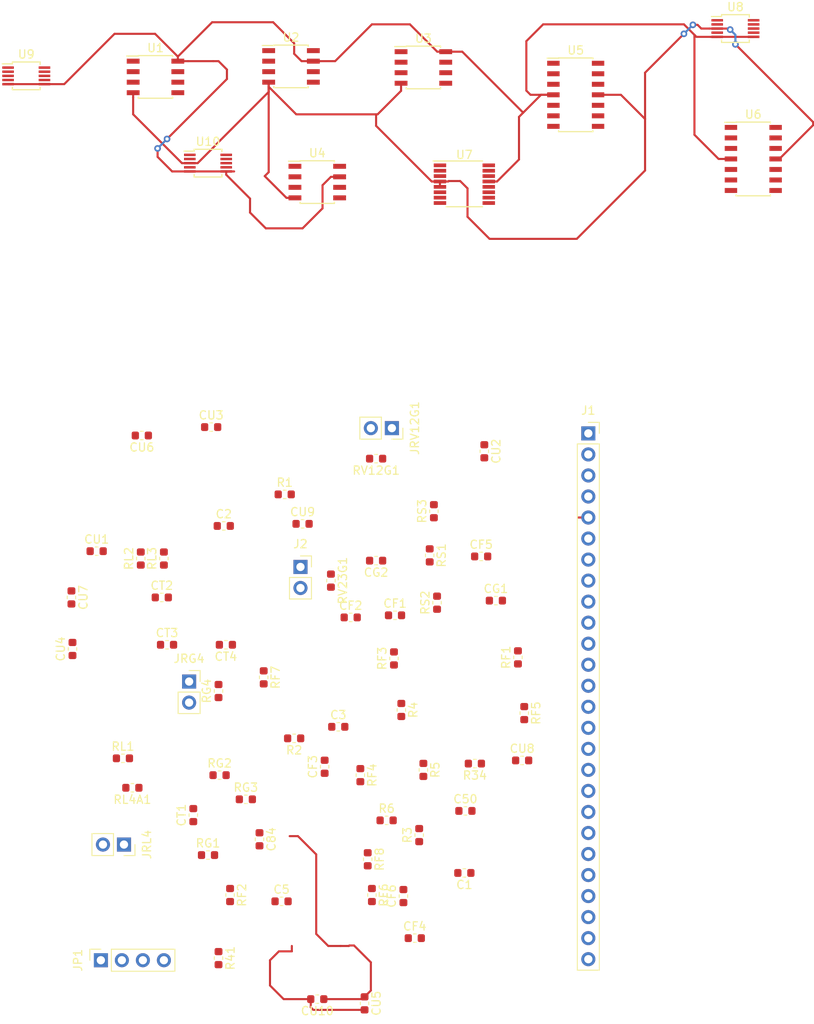
<source format=kicad_pcb>
(kicad_pcb (version 20171130) (host pcbnew 5.0.2-bee76a0~70~ubuntu18.04.1)

  (general
    (thickness 1.6)
    (drawings 0)
    (tracks 137)
    (zones 0)
    (modules 73)
    (nets 62)
  )

  (page A4)
  (layers
    (0 F.Cu signal)
    (31 B.Cu signal)
    (32 B.Adhes user)
    (33 F.Adhes user)
    (34 B.Paste user)
    (35 F.Paste user)
    (36 B.SilkS user)
    (37 F.SilkS user)
    (38 B.Mask user)
    (39 F.Mask user)
    (40 Dwgs.User user)
    (41 Cmts.User user)
    (42 Eco1.User user)
    (43 Eco2.User user)
    (44 Edge.Cuts user)
    (45 Margin user)
    (46 B.CrtYd user)
    (47 F.CrtYd user)
    (48 B.Fab user)
    (49 F.Fab user)
  )

  (setup
    (last_trace_width 0.25)
    (user_trace_width 0.35)
    (trace_clearance 0.2)
    (zone_clearance 0.508)
    (zone_45_only no)
    (trace_min 0.2)
    (segment_width 0.2)
    (edge_width 0.1)
    (via_size 0.8)
    (via_drill 0.4)
    (via_min_size 0.4)
    (via_min_drill 0.3)
    (uvia_size 0.3)
    (uvia_drill 0.1)
    (uvias_allowed no)
    (uvia_min_size 0.2)
    (uvia_min_drill 0.1)
    (pcb_text_width 0.3)
    (pcb_text_size 1.5 1.5)
    (mod_edge_width 0.15)
    (mod_text_size 1 1)
    (mod_text_width 0.15)
    (pad_size 1.5 1.5)
    (pad_drill 0.6)
    (pad_to_mask_clearance 0)
    (solder_mask_min_width 0.25)
    (aux_axis_origin 0 0)
    (visible_elements FFFFF77F)
    (pcbplotparams
      (layerselection 0x010fc_ffffffff)
      (usegerberextensions false)
      (usegerberattributes false)
      (usegerberadvancedattributes false)
      (creategerberjobfile false)
      (excludeedgelayer true)
      (linewidth 0.100000)
      (plotframeref false)
      (viasonmask false)
      (mode 1)
      (useauxorigin false)
      (hpglpennumber 1)
      (hpglpenspeed 20)
      (hpglpendiameter 15.000000)
      (psnegative false)
      (psa4output false)
      (plotreference true)
      (plotvalue true)
      (plotinvisibletext false)
      (padsonsilk false)
      (subtractmaskfromsilk false)
      (outputformat 1)
      (mirror false)
      (drillshape 1)
      (scaleselection 1)
      (outputdirectory ""))
  )

  (net 0 "")
  (net 1 GNDREF)
  (net 2 "Net-(C1-Pad2)")
  (net 3 "Net-(C2-Pad2)")
  (net 4 "Net-(C3-Pad2)")
  (net 5 "Net-(C5-Pad2)")
  (net 6 "Net-(C50-Pad2)")
  (net 7 "Net-(C84-Pad2)")
  (net 8 "Net-(CF1-Pad2)")
  (net 9 V12B)
  (net 10 TIB)
  (net 11 "Net-(CF2-Pad2)")
  (net 12 "Net-(CF3-Pad2)")
  (net 13 V12C)
  (net 14 "Net-(CF4-Pad2)")
  (net 15 V23B)
  (net 16 "Net-(CF5-Pad2)")
  (net 17 V23C)
  (net 18 TIC)
  (net 19 "Net-(CF6-Pad2)")
  (net 20 GND)
  (net 21 VCC)
  (net 22 TG1)
  (net 23 P4)
  (net 24 TG2)
  (net 25 TG3)
  (net 26 TG4)
  (net 27 V12A)
  (net 28 P1)
  (net 29 P3)
  (net 30 RL4)
  (net 31 "Net-(JRL4-Pad2)")
  (net 32 "Net-(JRV12G1-Pad2)")
  (net 33 "Net-(JRV12G1-Pad1)")
  (net 34 TIA)
  (net 35 VIN3)
  (net 36 "Net-(R1-Pad1)")
  (net 37 PWM1-D)
  (net 38 PWM2-D)
  (net 39 "Net-(RF7-Pad2)")
  (net 40 V23A)
  (net 41 "Net-(U2-Pad5)")
  (net 42 "Net-(U3-Pad6)")
  (net 43 PWM1)
  (net 44 PWM2)
  (net 45 VIN1)
  (net 46 VIN2)
  (net 47 RL1)
  (net 48 RL2)
  (net 49 RL3)
  (net 50 VIND)
  (net 51 "Net-(U6-Pad13)")
  (net 52 PWM1-S)
  (net 53 RGB)
  (net 54 MUXGA)
  (net 55 MUXRA)
  (net 56 MUXVA)
  (net 57 RGA)
  (net 58 MUXGB)
  (net 59 MUXRB)
  (net 60 MUXVB)
  (net 61 VIN4)

  (net_class Default "This is the default net class."
    (clearance 0.2)
    (trace_width 0.25)
    (via_dia 0.8)
    (via_drill 0.4)
    (uvia_dia 0.3)
    (uvia_drill 0.1)
    (add_net GND)
    (add_net GNDREF)
    (add_net MUXGA)
    (add_net MUXGB)
    (add_net MUXRA)
    (add_net MUXRB)
    (add_net MUXVA)
    (add_net MUXVB)
    (add_net "Net-(C1-Pad2)")
    (add_net "Net-(C2-Pad2)")
    (add_net "Net-(C3-Pad2)")
    (add_net "Net-(C5-Pad2)")
    (add_net "Net-(C50-Pad2)")
    (add_net "Net-(C84-Pad2)")
    (add_net "Net-(CF1-Pad2)")
    (add_net "Net-(CF2-Pad2)")
    (add_net "Net-(CF3-Pad2)")
    (add_net "Net-(CF4-Pad2)")
    (add_net "Net-(CF5-Pad2)")
    (add_net "Net-(CF6-Pad2)")
    (add_net "Net-(JRL4-Pad2)")
    (add_net "Net-(JRV12G1-Pad1)")
    (add_net "Net-(JRV12G1-Pad2)")
    (add_net "Net-(R1-Pad1)")
    (add_net "Net-(RF7-Pad2)")
    (add_net "Net-(U2-Pad5)")
    (add_net "Net-(U3-Pad6)")
    (add_net "Net-(U6-Pad13)")
    (add_net P1)
    (add_net P3)
    (add_net P4)
    (add_net PWM1)
    (add_net PWM1-D)
    (add_net PWM1-S)
    (add_net PWM2)
    (add_net PWM2-D)
    (add_net RGA)
    (add_net RGB)
    (add_net RL1)
    (add_net RL2)
    (add_net RL3)
    (add_net RL4)
    (add_net TG1)
    (add_net TG2)
    (add_net TG3)
    (add_net TG4)
    (add_net TIA)
    (add_net TIB)
    (add_net TIC)
    (add_net V12A)
    (add_net V12B)
    (add_net V12C)
    (add_net V23A)
    (add_net V23B)
    (add_net V23C)
    (add_net VCC)
    (add_net VIN1)
    (add_net VIN2)
    (add_net VIN3)
    (add_net VIN4)
    (add_net VIND)
  )

  (module Capacitor_SMD:C_0603_1608Metric (layer F.Cu) (tedit 5B301BBE) (tstamp 5BDE924B)
    (at 67.691 74.422 180)
    (descr "Capacitor SMD 0603 (1608 Metric), square (rectangular) end terminal, IPC_7351 nominal, (Body size source: http://www.tortai-tech.com/upload/download/2011102023233369053.pdf), generated with kicad-footprint-generator")
    (tags capacitor)
    (path /5AE626D2)
    (attr smd)
    (fp_text reference C1 (at 0 -1.43 180) (layer F.SilkS)
      (effects (font (size 1 1) (thickness 0.15)))
    )
    (fp_text value "1 nF" (at 0 1.43 180) (layer F.Fab)
      (effects (font (size 1 1) (thickness 0.15)))
    )
    (fp_line (start -0.8 0.4) (end -0.8 -0.4) (layer F.Fab) (width 0.1))
    (fp_line (start -0.8 -0.4) (end 0.8 -0.4) (layer F.Fab) (width 0.1))
    (fp_line (start 0.8 -0.4) (end 0.8 0.4) (layer F.Fab) (width 0.1))
    (fp_line (start 0.8 0.4) (end -0.8 0.4) (layer F.Fab) (width 0.1))
    (fp_line (start -0.162779 -0.51) (end 0.162779 -0.51) (layer F.SilkS) (width 0.12))
    (fp_line (start -0.162779 0.51) (end 0.162779 0.51) (layer F.SilkS) (width 0.12))
    (fp_line (start -1.48 0.73) (end -1.48 -0.73) (layer F.CrtYd) (width 0.05))
    (fp_line (start -1.48 -0.73) (end 1.48 -0.73) (layer F.CrtYd) (width 0.05))
    (fp_line (start 1.48 -0.73) (end 1.48 0.73) (layer F.CrtYd) (width 0.05))
    (fp_line (start 1.48 0.73) (end -1.48 0.73) (layer F.CrtYd) (width 0.05))
    (fp_text user %R (at 0 0 180) (layer F.Fab)
      (effects (font (size 0.4 0.4) (thickness 0.06)))
    )
    (pad 1 smd roundrect (at -0.7875 0 180) (size 0.875 0.95) (layers F.Cu F.Paste F.Mask) (roundrect_rratio 0.25)
      (net 1 GNDREF))
    (pad 2 smd roundrect (at 0.7875 0 180) (size 0.875 0.95) (layers F.Cu F.Paste F.Mask) (roundrect_rratio 0.25)
      (net 2 "Net-(C1-Pad2)"))
    (model ${KISYS3DMOD}/Capacitor_SMD.3dshapes/C_0603_1608Metric.wrl
      (at (xyz 0 0 0))
      (scale (xyz 1 1 1))
      (rotate (xyz 0 0 0))
    )
  )

  (module Capacitor_SMD:C_0603_1608Metric (layer F.Cu) (tedit 5B301BBE) (tstamp 5BDE925C)
    (at 38.608 32.512)
    (descr "Capacitor SMD 0603 (1608 Metric), square (rectangular) end terminal, IPC_7351 nominal, (Body size source: http://www.tortai-tech.com/upload/download/2011102023233369053.pdf), generated with kicad-footprint-generator")
    (tags capacitor)
    (path /5AE626A0)
    (attr smd)
    (fp_text reference C2 (at 0 -1.43) (layer F.SilkS)
      (effects (font (size 1 1) (thickness 0.15)))
    )
    (fp_text value "1 nF" (at 0 1.43) (layer F.Fab)
      (effects (font (size 1 1) (thickness 0.15)))
    )
    (fp_line (start -0.8 0.4) (end -0.8 -0.4) (layer F.Fab) (width 0.1))
    (fp_line (start -0.8 -0.4) (end 0.8 -0.4) (layer F.Fab) (width 0.1))
    (fp_line (start 0.8 -0.4) (end 0.8 0.4) (layer F.Fab) (width 0.1))
    (fp_line (start 0.8 0.4) (end -0.8 0.4) (layer F.Fab) (width 0.1))
    (fp_line (start -0.162779 -0.51) (end 0.162779 -0.51) (layer F.SilkS) (width 0.12))
    (fp_line (start -0.162779 0.51) (end 0.162779 0.51) (layer F.SilkS) (width 0.12))
    (fp_line (start -1.48 0.73) (end -1.48 -0.73) (layer F.CrtYd) (width 0.05))
    (fp_line (start -1.48 -0.73) (end 1.48 -0.73) (layer F.CrtYd) (width 0.05))
    (fp_line (start 1.48 -0.73) (end 1.48 0.73) (layer F.CrtYd) (width 0.05))
    (fp_line (start 1.48 0.73) (end -1.48 0.73) (layer F.CrtYd) (width 0.05))
    (fp_text user %R (at 0 0) (layer F.Fab)
      (effects (font (size 0.4 0.4) (thickness 0.06)))
    )
    (pad 1 smd roundrect (at -0.7875 0) (size 0.875 0.95) (layers F.Cu F.Paste F.Mask) (roundrect_rratio 0.25)
      (net 1 GNDREF))
    (pad 2 smd roundrect (at 0.7875 0) (size 0.875 0.95) (layers F.Cu F.Paste F.Mask) (roundrect_rratio 0.25)
      (net 3 "Net-(C2-Pad2)"))
    (model ${KISYS3DMOD}/Capacitor_SMD.3dshapes/C_0603_1608Metric.wrl
      (at (xyz 0 0 0))
      (scale (xyz 1 1 1))
      (rotate (xyz 0 0 0))
    )
  )

  (module Capacitor_SMD:C_0603_1608Metric (layer F.Cu) (tedit 5B301BBE) (tstamp 5BDE926D)
    (at 52.451 56.769)
    (descr "Capacitor SMD 0603 (1608 Metric), square (rectangular) end terminal, IPC_7351 nominal, (Body size source: http://www.tortai-tech.com/upload/download/2011102023233369053.pdf), generated with kicad-footprint-generator")
    (tags capacitor)
    (path /5AE38F08)
    (attr smd)
    (fp_text reference C3 (at 0 -1.43) (layer F.SilkS)
      (effects (font (size 1 1) (thickness 0.15)))
    )
    (fp_text value "1 nF" (at 0 1.43) (layer F.Fab)
      (effects (font (size 1 1) (thickness 0.15)))
    )
    (fp_line (start -0.8 0.4) (end -0.8 -0.4) (layer F.Fab) (width 0.1))
    (fp_line (start -0.8 -0.4) (end 0.8 -0.4) (layer F.Fab) (width 0.1))
    (fp_line (start 0.8 -0.4) (end 0.8 0.4) (layer F.Fab) (width 0.1))
    (fp_line (start 0.8 0.4) (end -0.8 0.4) (layer F.Fab) (width 0.1))
    (fp_line (start -0.162779 -0.51) (end 0.162779 -0.51) (layer F.SilkS) (width 0.12))
    (fp_line (start -0.162779 0.51) (end 0.162779 0.51) (layer F.SilkS) (width 0.12))
    (fp_line (start -1.48 0.73) (end -1.48 -0.73) (layer F.CrtYd) (width 0.05))
    (fp_line (start -1.48 -0.73) (end 1.48 -0.73) (layer F.CrtYd) (width 0.05))
    (fp_line (start 1.48 -0.73) (end 1.48 0.73) (layer F.CrtYd) (width 0.05))
    (fp_line (start 1.48 0.73) (end -1.48 0.73) (layer F.CrtYd) (width 0.05))
    (fp_text user %R (at 0 0) (layer F.Fab)
      (effects (font (size 0.4 0.4) (thickness 0.06)))
    )
    (pad 1 smd roundrect (at -0.7875 0) (size 0.875 0.95) (layers F.Cu F.Paste F.Mask) (roundrect_rratio 0.25)
      (net 1 GNDREF))
    (pad 2 smd roundrect (at 0.7875 0) (size 0.875 0.95) (layers F.Cu F.Paste F.Mask) (roundrect_rratio 0.25)
      (net 4 "Net-(C3-Pad2)"))
    (model ${KISYS3DMOD}/Capacitor_SMD.3dshapes/C_0603_1608Metric.wrl
      (at (xyz 0 0 0))
      (scale (xyz 1 1 1))
      (rotate (xyz 0 0 0))
    )
  )

  (module Capacitor_SMD:C_0603_1608Metric (layer F.Cu) (tedit 5B301BBE) (tstamp 5CF9BEE1)
    (at 45.593 77.851)
    (descr "Capacitor SMD 0603 (1608 Metric), square (rectangular) end terminal, IPC_7351 nominal, (Body size source: http://www.tortai-tech.com/upload/download/2011102023233369053.pdf), generated with kicad-footprint-generator")
    (tags capacitor)
    (path /5AE3D016)
    (attr smd)
    (fp_text reference C5 (at 0 -1.43) (layer F.SilkS)
      (effects (font (size 1 1) (thickness 0.15)))
    )
    (fp_text value 1nF (at 0 1.43) (layer F.Fab)
      (effects (font (size 1 1) (thickness 0.15)))
    )
    (fp_text user %R (at 0 0) (layer F.Fab)
      (effects (font (size 0.4 0.4) (thickness 0.06)))
    )
    (fp_line (start 1.48 0.73) (end -1.48 0.73) (layer F.CrtYd) (width 0.05))
    (fp_line (start 1.48 -0.73) (end 1.48 0.73) (layer F.CrtYd) (width 0.05))
    (fp_line (start -1.48 -0.73) (end 1.48 -0.73) (layer F.CrtYd) (width 0.05))
    (fp_line (start -1.48 0.73) (end -1.48 -0.73) (layer F.CrtYd) (width 0.05))
    (fp_line (start -0.162779 0.51) (end 0.162779 0.51) (layer F.SilkS) (width 0.12))
    (fp_line (start -0.162779 -0.51) (end 0.162779 -0.51) (layer F.SilkS) (width 0.12))
    (fp_line (start 0.8 0.4) (end -0.8 0.4) (layer F.Fab) (width 0.1))
    (fp_line (start 0.8 -0.4) (end 0.8 0.4) (layer F.Fab) (width 0.1))
    (fp_line (start -0.8 -0.4) (end 0.8 -0.4) (layer F.Fab) (width 0.1))
    (fp_line (start -0.8 0.4) (end -0.8 -0.4) (layer F.Fab) (width 0.1))
    (pad 2 smd roundrect (at 0.7875 0) (size 0.875 0.95) (layers F.Cu F.Paste F.Mask) (roundrect_rratio 0.25)
      (net 5 "Net-(C5-Pad2)"))
    (pad 1 smd roundrect (at -0.7875 0) (size 0.875 0.95) (layers F.Cu F.Paste F.Mask) (roundrect_rratio 0.25)
      (net 1 GNDREF))
    (model ${KISYS3DMOD}/Capacitor_SMD.3dshapes/C_0603_1608Metric.wrl
      (at (xyz 0 0 0))
      (scale (xyz 1 1 1))
      (rotate (xyz 0 0 0))
    )
  )

  (module Capacitor_SMD:C_0603_1608Metric (layer F.Cu) (tedit 5B301BBE) (tstamp 5BDE928F)
    (at 67.818 66.929)
    (descr "Capacitor SMD 0603 (1608 Metric), square (rectangular) end terminal, IPC_7351 nominal, (Body size source: http://www.tortai-tech.com/upload/download/2011102023233369053.pdf), generated with kicad-footprint-generator")
    (tags capacitor)
    (path /5ACDA491)
    (attr smd)
    (fp_text reference C50 (at 0 -1.43) (layer F.SilkS)
      (effects (font (size 1 1) (thickness 0.15)))
    )
    (fp_text value "1 nF" (at 0 1.43) (layer F.Fab)
      (effects (font (size 1 1) (thickness 0.15)))
    )
    (fp_line (start -0.8 0.4) (end -0.8 -0.4) (layer F.Fab) (width 0.1))
    (fp_line (start -0.8 -0.4) (end 0.8 -0.4) (layer F.Fab) (width 0.1))
    (fp_line (start 0.8 -0.4) (end 0.8 0.4) (layer F.Fab) (width 0.1))
    (fp_line (start 0.8 0.4) (end -0.8 0.4) (layer F.Fab) (width 0.1))
    (fp_line (start -0.162779 -0.51) (end 0.162779 -0.51) (layer F.SilkS) (width 0.12))
    (fp_line (start -0.162779 0.51) (end 0.162779 0.51) (layer F.SilkS) (width 0.12))
    (fp_line (start -1.48 0.73) (end -1.48 -0.73) (layer F.CrtYd) (width 0.05))
    (fp_line (start -1.48 -0.73) (end 1.48 -0.73) (layer F.CrtYd) (width 0.05))
    (fp_line (start 1.48 -0.73) (end 1.48 0.73) (layer F.CrtYd) (width 0.05))
    (fp_line (start 1.48 0.73) (end -1.48 0.73) (layer F.CrtYd) (width 0.05))
    (fp_text user %R (at 0 0) (layer F.Fab)
      (effects (font (size 0.4 0.4) (thickness 0.06)))
    )
    (pad 1 smd roundrect (at -0.7875 0) (size 0.875 0.95) (layers F.Cu F.Paste F.Mask) (roundrect_rratio 0.25)
      (net 1 GNDREF))
    (pad 2 smd roundrect (at 0.7875 0) (size 0.875 0.95) (layers F.Cu F.Paste F.Mask) (roundrect_rratio 0.25)
      (net 6 "Net-(C50-Pad2)"))
    (model ${KISYS3DMOD}/Capacitor_SMD.3dshapes/C_0603_1608Metric.wrl
      (at (xyz 0 0 0))
      (scale (xyz 1 1 1))
      (rotate (xyz 0 0 0))
    )
  )

  (module Capacitor_SMD:C_0603_1608Metric (layer F.Cu) (tedit 5B301BBE) (tstamp 5CF9BFD7)
    (at 42.926 70.358 270)
    (descr "Capacitor SMD 0603 (1608 Metric), square (rectangular) end terminal, IPC_7351 nominal, (Body size source: http://www.tortai-tech.com/upload/download/2011102023233369053.pdf), generated with kicad-footprint-generator")
    (tags capacitor)
    (path /5ACDB237)
    (attr smd)
    (fp_text reference C84 (at 0 -1.43 270) (layer F.SilkS)
      (effects (font (size 1 1) (thickness 0.15)))
    )
    (fp_text value 1nF (at 0 1.43 270) (layer F.Fab)
      (effects (font (size 1 1) (thickness 0.15)))
    )
    (fp_text user %R (at 0 0 270) (layer F.Fab)
      (effects (font (size 0.4 0.4) (thickness 0.06)))
    )
    (fp_line (start 1.48 0.73) (end -1.48 0.73) (layer F.CrtYd) (width 0.05))
    (fp_line (start 1.48 -0.73) (end 1.48 0.73) (layer F.CrtYd) (width 0.05))
    (fp_line (start -1.48 -0.73) (end 1.48 -0.73) (layer F.CrtYd) (width 0.05))
    (fp_line (start -1.48 0.73) (end -1.48 -0.73) (layer F.CrtYd) (width 0.05))
    (fp_line (start -0.162779 0.51) (end 0.162779 0.51) (layer F.SilkS) (width 0.12))
    (fp_line (start -0.162779 -0.51) (end 0.162779 -0.51) (layer F.SilkS) (width 0.12))
    (fp_line (start 0.8 0.4) (end -0.8 0.4) (layer F.Fab) (width 0.1))
    (fp_line (start 0.8 -0.4) (end 0.8 0.4) (layer F.Fab) (width 0.1))
    (fp_line (start -0.8 -0.4) (end 0.8 -0.4) (layer F.Fab) (width 0.1))
    (fp_line (start -0.8 0.4) (end -0.8 -0.4) (layer F.Fab) (width 0.1))
    (pad 2 smd roundrect (at 0.7875 0 270) (size 0.875 0.95) (layers F.Cu F.Paste F.Mask) (roundrect_rratio 0.25)
      (net 7 "Net-(C84-Pad2)"))
    (pad 1 smd roundrect (at -0.7875 0 270) (size 0.875 0.95) (layers F.Cu F.Paste F.Mask) (roundrect_rratio 0.25)
      (net 1 GNDREF))
    (model ${KISYS3DMOD}/Capacitor_SMD.3dshapes/C_0603_1608Metric.wrl
      (at (xyz 0 0 0))
      (scale (xyz 1 1 1))
      (rotate (xyz 0 0 0))
    )
  )

  (module Capacitor_SMD:C_0603_1608Metric (layer F.Cu) (tedit 5B301BBE) (tstamp 5BDE92B1)
    (at 59.309 43.307)
    (descr "Capacitor SMD 0603 (1608 Metric), square (rectangular) end terminal, IPC_7351 nominal, (Body size source: http://www.tortai-tech.com/upload/download/2011102023233369053.pdf), generated with kicad-footprint-generator")
    (tags capacitor)
    (path /5AE626CB)
    (attr smd)
    (fp_text reference CF1 (at 0 -1.43) (layer F.SilkS)
      (effects (font (size 1 1) (thickness 0.15)))
    )
    (fp_text value 1nF (at 0 1.43) (layer F.Fab)
      (effects (font (size 1 1) (thickness 0.15)))
    )
    (fp_text user %R (at 0 0) (layer F.Fab)
      (effects (font (size 0.4 0.4) (thickness 0.06)))
    )
    (fp_line (start 1.48 0.73) (end -1.48 0.73) (layer F.CrtYd) (width 0.05))
    (fp_line (start 1.48 -0.73) (end 1.48 0.73) (layer F.CrtYd) (width 0.05))
    (fp_line (start -1.48 -0.73) (end 1.48 -0.73) (layer F.CrtYd) (width 0.05))
    (fp_line (start -1.48 0.73) (end -1.48 -0.73) (layer F.CrtYd) (width 0.05))
    (fp_line (start -0.162779 0.51) (end 0.162779 0.51) (layer F.SilkS) (width 0.12))
    (fp_line (start -0.162779 -0.51) (end 0.162779 -0.51) (layer F.SilkS) (width 0.12))
    (fp_line (start 0.8 0.4) (end -0.8 0.4) (layer F.Fab) (width 0.1))
    (fp_line (start 0.8 -0.4) (end 0.8 0.4) (layer F.Fab) (width 0.1))
    (fp_line (start -0.8 -0.4) (end 0.8 -0.4) (layer F.Fab) (width 0.1))
    (fp_line (start -0.8 0.4) (end -0.8 -0.4) (layer F.Fab) (width 0.1))
    (pad 2 smd roundrect (at 0.7875 0) (size 0.875 0.95) (layers F.Cu F.Paste F.Mask) (roundrect_rratio 0.25)
      (net 8 "Net-(CF1-Pad2)"))
    (pad 1 smd roundrect (at -0.7875 0) (size 0.875 0.95) (layers F.Cu F.Paste F.Mask) (roundrect_rratio 0.25)
      (net 9 V12B))
    (model ${KISYS3DMOD}/Capacitor_SMD.3dshapes/C_0603_1608Metric.wrl
      (at (xyz 0 0 0))
      (scale (xyz 1 1 1))
      (rotate (xyz 0 0 0))
    )
  )

  (module Capacitor_SMD:C_0603_1608Metric (layer F.Cu) (tedit 5B301BBE) (tstamp 5BDE92C2)
    (at 53.9495 43.561)
    (descr "Capacitor SMD 0603 (1608 Metric), square (rectangular) end terminal, IPC_7351 nominal, (Body size source: http://www.tortai-tech.com/upload/download/2011102023233369053.pdf), generated with kicad-footprint-generator")
    (tags capacitor)
    (path /5ACE0809)
    (attr smd)
    (fp_text reference CF2 (at 0 -1.43) (layer F.SilkS)
      (effects (font (size 1 1) (thickness 0.15)))
    )
    (fp_text value 1nF (at 0 1.43) (layer F.Fab)
      (effects (font (size 1 1) (thickness 0.15)))
    )
    (fp_line (start -0.8 0.4) (end -0.8 -0.4) (layer F.Fab) (width 0.1))
    (fp_line (start -0.8 -0.4) (end 0.8 -0.4) (layer F.Fab) (width 0.1))
    (fp_line (start 0.8 -0.4) (end 0.8 0.4) (layer F.Fab) (width 0.1))
    (fp_line (start 0.8 0.4) (end -0.8 0.4) (layer F.Fab) (width 0.1))
    (fp_line (start -0.162779 -0.51) (end 0.162779 -0.51) (layer F.SilkS) (width 0.12))
    (fp_line (start -0.162779 0.51) (end 0.162779 0.51) (layer F.SilkS) (width 0.12))
    (fp_line (start -1.48 0.73) (end -1.48 -0.73) (layer F.CrtYd) (width 0.05))
    (fp_line (start -1.48 -0.73) (end 1.48 -0.73) (layer F.CrtYd) (width 0.05))
    (fp_line (start 1.48 -0.73) (end 1.48 0.73) (layer F.CrtYd) (width 0.05))
    (fp_line (start 1.48 0.73) (end -1.48 0.73) (layer F.CrtYd) (width 0.05))
    (fp_text user %R (at 0 0) (layer F.Fab)
      (effects (font (size 0.4 0.4) (thickness 0.06)))
    )
    (pad 1 smd roundrect (at -0.7875 0) (size 0.875 0.95) (layers F.Cu F.Paste F.Mask) (roundrect_rratio 0.25)
      (net 10 TIB))
    (pad 2 smd roundrect (at 0.7875 0) (size 0.875 0.95) (layers F.Cu F.Paste F.Mask) (roundrect_rratio 0.25)
      (net 11 "Net-(CF2-Pad2)"))
    (model ${KISYS3DMOD}/Capacitor_SMD.3dshapes/C_0603_1608Metric.wrl
      (at (xyz 0 0 0))
      (scale (xyz 1 1 1))
      (rotate (xyz 0 0 0))
    )
  )

  (module Capacitor_SMD:C_0603_1608Metric (layer F.Cu) (tedit 5B301BBE) (tstamp 5BDE92D3)
    (at 50.8 61.595 90)
    (descr "Capacitor SMD 0603 (1608 Metric), square (rectangular) end terminal, IPC_7351 nominal, (Body size source: http://www.tortai-tech.com/upload/download/2011102023233369053.pdf), generated with kicad-footprint-generator")
    (tags capacitor)
    (path /5AE62699)
    (attr smd)
    (fp_text reference CF3 (at 0 -1.43 90) (layer F.SilkS)
      (effects (font (size 1 1) (thickness 0.15)))
    )
    (fp_text value 1nF (at 0 1.43 90) (layer F.Fab)
      (effects (font (size 1 1) (thickness 0.15)))
    )
    (fp_text user %R (at 0 0 90) (layer F.Fab)
      (effects (font (size 0.4 0.4) (thickness 0.06)))
    )
    (fp_line (start 1.48 0.73) (end -1.48 0.73) (layer F.CrtYd) (width 0.05))
    (fp_line (start 1.48 -0.73) (end 1.48 0.73) (layer F.CrtYd) (width 0.05))
    (fp_line (start -1.48 -0.73) (end 1.48 -0.73) (layer F.CrtYd) (width 0.05))
    (fp_line (start -1.48 0.73) (end -1.48 -0.73) (layer F.CrtYd) (width 0.05))
    (fp_line (start -0.162779 0.51) (end 0.162779 0.51) (layer F.SilkS) (width 0.12))
    (fp_line (start -0.162779 -0.51) (end 0.162779 -0.51) (layer F.SilkS) (width 0.12))
    (fp_line (start 0.8 0.4) (end -0.8 0.4) (layer F.Fab) (width 0.1))
    (fp_line (start 0.8 -0.4) (end 0.8 0.4) (layer F.Fab) (width 0.1))
    (fp_line (start -0.8 -0.4) (end 0.8 -0.4) (layer F.Fab) (width 0.1))
    (fp_line (start -0.8 0.4) (end -0.8 -0.4) (layer F.Fab) (width 0.1))
    (pad 2 smd roundrect (at 0.7875 0 90) (size 0.875 0.95) (layers F.Cu F.Paste F.Mask) (roundrect_rratio 0.25)
      (net 12 "Net-(CF3-Pad2)"))
    (pad 1 smd roundrect (at -0.7875 0 90) (size 0.875 0.95) (layers F.Cu F.Paste F.Mask) (roundrect_rratio 0.25)
      (net 13 V12C))
    (model ${KISYS3DMOD}/Capacitor_SMD.3dshapes/C_0603_1608Metric.wrl
      (at (xyz 0 0 0))
      (scale (xyz 1 1 1))
      (rotate (xyz 0 0 0))
    )
  )

  (module Capacitor_SMD:C_0603_1608Metric (layer F.Cu) (tedit 5B301BBE) (tstamp 5BDE92E4)
    (at 61.6965 82.296)
    (descr "Capacitor SMD 0603 (1608 Metric), square (rectangular) end terminal, IPC_7351 nominal, (Body size source: http://www.tortai-tech.com/upload/download/2011102023233369053.pdf), generated with kicad-footprint-generator")
    (tags capacitor)
    (path /5AE38F00)
    (attr smd)
    (fp_text reference CF4 (at 0 -1.43) (layer F.SilkS)
      (effects (font (size 1 1) (thickness 0.15)))
    )
    (fp_text value 1nF (at 0 1.43) (layer F.Fab)
      (effects (font (size 1 1) (thickness 0.15)))
    )
    (fp_text user %R (at 0 0) (layer F.Fab)
      (effects (font (size 0.4 0.4) (thickness 0.06)))
    )
    (fp_line (start 1.48 0.73) (end -1.48 0.73) (layer F.CrtYd) (width 0.05))
    (fp_line (start 1.48 -0.73) (end 1.48 0.73) (layer F.CrtYd) (width 0.05))
    (fp_line (start -1.48 -0.73) (end 1.48 -0.73) (layer F.CrtYd) (width 0.05))
    (fp_line (start -1.48 0.73) (end -1.48 -0.73) (layer F.CrtYd) (width 0.05))
    (fp_line (start -0.162779 0.51) (end 0.162779 0.51) (layer F.SilkS) (width 0.12))
    (fp_line (start -0.162779 -0.51) (end 0.162779 -0.51) (layer F.SilkS) (width 0.12))
    (fp_line (start 0.8 0.4) (end -0.8 0.4) (layer F.Fab) (width 0.1))
    (fp_line (start 0.8 -0.4) (end 0.8 0.4) (layer F.Fab) (width 0.1))
    (fp_line (start -0.8 -0.4) (end 0.8 -0.4) (layer F.Fab) (width 0.1))
    (fp_line (start -0.8 0.4) (end -0.8 -0.4) (layer F.Fab) (width 0.1))
    (pad 2 smd roundrect (at 0.7875 0) (size 0.875 0.95) (layers F.Cu F.Paste F.Mask) (roundrect_rratio 0.25)
      (net 14 "Net-(CF4-Pad2)"))
    (pad 1 smd roundrect (at -0.7875 0) (size 0.875 0.95) (layers F.Cu F.Paste F.Mask) (roundrect_rratio 0.25)
      (net 15 V23B))
    (model ${KISYS3DMOD}/Capacitor_SMD.3dshapes/C_0603_1608Metric.wrl
      (at (xyz 0 0 0))
      (scale (xyz 1 1 1))
      (rotate (xyz 0 0 0))
    )
  )

  (module Capacitor_SMD:C_0603_1608Metric (layer F.Cu) (tedit 5B301BBE) (tstamp 5BDE92F5)
    (at 69.723 36.195)
    (descr "Capacitor SMD 0603 (1608 Metric), square (rectangular) end terminal, IPC_7351 nominal, (Body size source: http://www.tortai-tech.com/upload/download/2011102023233369053.pdf), generated with kicad-footprint-generator")
    (tags capacitor)
    (path /5AED7F24)
    (attr smd)
    (fp_text reference CF5 (at 0 -1.43) (layer F.SilkS)
      (effects (font (size 1 1) (thickness 0.15)))
    )
    (fp_text value 1nF (at 0 1.43) (layer F.Fab)
      (effects (font (size 1 1) (thickness 0.15)))
    )
    (fp_text user %R (at 0 0) (layer F.Fab)
      (effects (font (size 0.4 0.4) (thickness 0.06)))
    )
    (fp_line (start 1.48 0.73) (end -1.48 0.73) (layer F.CrtYd) (width 0.05))
    (fp_line (start 1.48 -0.73) (end 1.48 0.73) (layer F.CrtYd) (width 0.05))
    (fp_line (start -1.48 -0.73) (end 1.48 -0.73) (layer F.CrtYd) (width 0.05))
    (fp_line (start -1.48 0.73) (end -1.48 -0.73) (layer F.CrtYd) (width 0.05))
    (fp_line (start -0.162779 0.51) (end 0.162779 0.51) (layer F.SilkS) (width 0.12))
    (fp_line (start -0.162779 -0.51) (end 0.162779 -0.51) (layer F.SilkS) (width 0.12))
    (fp_line (start 0.8 0.4) (end -0.8 0.4) (layer F.Fab) (width 0.1))
    (fp_line (start 0.8 -0.4) (end 0.8 0.4) (layer F.Fab) (width 0.1))
    (fp_line (start -0.8 -0.4) (end 0.8 -0.4) (layer F.Fab) (width 0.1))
    (fp_line (start -0.8 0.4) (end -0.8 -0.4) (layer F.Fab) (width 0.1))
    (pad 2 smd roundrect (at 0.7875 0) (size 0.875 0.95) (layers F.Cu F.Paste F.Mask) (roundrect_rratio 0.25)
      (net 16 "Net-(CF5-Pad2)"))
    (pad 1 smd roundrect (at -0.7875 0) (size 0.875 0.95) (layers F.Cu F.Paste F.Mask) (roundrect_rratio 0.25)
      (net 17 V23C))
    (model ${KISYS3DMOD}/Capacitor_SMD.3dshapes/C_0603_1608Metric.wrl
      (at (xyz 0 0 0))
      (scale (xyz 1 1 1))
      (rotate (xyz 0 0 0))
    )
  )

  (module Capacitor_SMD:C_0603_1608Metric (layer F.Cu) (tedit 5B301BBE) (tstamp 5CF9BE81)
    (at 60.325 77.216 90)
    (descr "Capacitor SMD 0603 (1608 Metric), square (rectangular) end terminal, IPC_7351 nominal, (Body size source: http://www.tortai-tech.com/upload/download/2011102023233369053.pdf), generated with kicad-footprint-generator")
    (tags capacitor)
    (path /5AE3D030)
    (attr smd)
    (fp_text reference CF6 (at 0 -1.43 90) (layer F.SilkS)
      (effects (font (size 1 1) (thickness 0.15)))
    )
    (fp_text value 1nF (at 0 1.43 90) (layer F.Fab)
      (effects (font (size 1 1) (thickness 0.15)))
    )
    (fp_line (start -0.8 0.4) (end -0.8 -0.4) (layer F.Fab) (width 0.1))
    (fp_line (start -0.8 -0.4) (end 0.8 -0.4) (layer F.Fab) (width 0.1))
    (fp_line (start 0.8 -0.4) (end 0.8 0.4) (layer F.Fab) (width 0.1))
    (fp_line (start 0.8 0.4) (end -0.8 0.4) (layer F.Fab) (width 0.1))
    (fp_line (start -0.162779 -0.51) (end 0.162779 -0.51) (layer F.SilkS) (width 0.12))
    (fp_line (start -0.162779 0.51) (end 0.162779 0.51) (layer F.SilkS) (width 0.12))
    (fp_line (start -1.48 0.73) (end -1.48 -0.73) (layer F.CrtYd) (width 0.05))
    (fp_line (start -1.48 -0.73) (end 1.48 -0.73) (layer F.CrtYd) (width 0.05))
    (fp_line (start 1.48 -0.73) (end 1.48 0.73) (layer F.CrtYd) (width 0.05))
    (fp_line (start 1.48 0.73) (end -1.48 0.73) (layer F.CrtYd) (width 0.05))
    (fp_text user %R (at 0 0 90) (layer F.Fab)
      (effects (font (size 0.4 0.4) (thickness 0.06)))
    )
    (pad 1 smd roundrect (at -0.7875 0 90) (size 0.875 0.95) (layers F.Cu F.Paste F.Mask) (roundrect_rratio 0.25)
      (net 18 TIC))
    (pad 2 smd roundrect (at 0.7875 0 90) (size 0.875 0.95) (layers F.Cu F.Paste F.Mask) (roundrect_rratio 0.25)
      (net 19 "Net-(CF6-Pad2)"))
    (model ${KISYS3DMOD}/Capacitor_SMD.3dshapes/C_0603_1608Metric.wrl
      (at (xyz 0 0 0))
      (scale (xyz 1 1 1))
      (rotate (xyz 0 0 0))
    )
  )

  (module Capacitor_SMD:C_0603_1608Metric (layer F.Cu) (tedit 5B301BBE) (tstamp 5BDE9317)
    (at 71.501 41.529)
    (descr "Capacitor SMD 0603 (1608 Metric), square (rectangular) end terminal, IPC_7351 nominal, (Body size source: http://www.tortai-tech.com/upload/download/2011102023233369053.pdf), generated with kicad-footprint-generator")
    (tags capacitor)
    (path /5AF37FE6)
    (attr smd)
    (fp_text reference CG1 (at 0 -1.43) (layer F.SilkS)
      (effects (font (size 1 1) (thickness 0.15)))
    )
    (fp_text value 10uF (at 0 1.43) (layer F.Fab)
      (effects (font (size 1 1) (thickness 0.15)))
    )
    (fp_text user %R (at 0 0) (layer F.Fab)
      (effects (font (size 0.4 0.4) (thickness 0.06)))
    )
    (fp_line (start 1.48 0.73) (end -1.48 0.73) (layer F.CrtYd) (width 0.05))
    (fp_line (start 1.48 -0.73) (end 1.48 0.73) (layer F.CrtYd) (width 0.05))
    (fp_line (start -1.48 -0.73) (end 1.48 -0.73) (layer F.CrtYd) (width 0.05))
    (fp_line (start -1.48 0.73) (end -1.48 -0.73) (layer F.CrtYd) (width 0.05))
    (fp_line (start -0.162779 0.51) (end 0.162779 0.51) (layer F.SilkS) (width 0.12))
    (fp_line (start -0.162779 -0.51) (end 0.162779 -0.51) (layer F.SilkS) (width 0.12))
    (fp_line (start 0.8 0.4) (end -0.8 0.4) (layer F.Fab) (width 0.1))
    (fp_line (start 0.8 -0.4) (end 0.8 0.4) (layer F.Fab) (width 0.1))
    (fp_line (start -0.8 -0.4) (end 0.8 -0.4) (layer F.Fab) (width 0.1))
    (fp_line (start -0.8 0.4) (end -0.8 -0.4) (layer F.Fab) (width 0.1))
    (pad 2 smd roundrect (at 0.7875 0) (size 0.875 0.95) (layers F.Cu F.Paste F.Mask) (roundrect_rratio 0.25)
      (net 20 GND))
    (pad 1 smd roundrect (at -0.7875 0) (size 0.875 0.95) (layers F.Cu F.Paste F.Mask) (roundrect_rratio 0.25)
      (net 21 VCC))
    (model ${KISYS3DMOD}/Capacitor_SMD.3dshapes/C_0603_1608Metric.wrl
      (at (xyz 0 0 0))
      (scale (xyz 1 1 1))
      (rotate (xyz 0 0 0))
    )
  )

  (module Capacitor_SMD:C_0603_1608Metric (layer F.Cu) (tedit 5B301BBE) (tstamp 5BDE9328)
    (at 57.023 36.703 180)
    (descr "Capacitor SMD 0603 (1608 Metric), square (rectangular) end terminal, IPC_7351 nominal, (Body size source: http://www.tortai-tech.com/upload/download/2011102023233369053.pdf), generated with kicad-footprint-generator")
    (tags capacitor)
    (path /5AF37FF8)
    (attr smd)
    (fp_text reference CG2 (at 0 -1.43 180) (layer F.SilkS)
      (effects (font (size 1 1) (thickness 0.15)))
    )
    (fp_text value 10uF (at 0 1.43 180) (layer F.Fab)
      (effects (font (size 1 1) (thickness 0.15)))
    )
    (fp_text user %R (at 0 0 180) (layer F.Fab)
      (effects (font (size 0.4 0.4) (thickness 0.06)))
    )
    (fp_line (start 1.48 0.73) (end -1.48 0.73) (layer F.CrtYd) (width 0.05))
    (fp_line (start 1.48 -0.73) (end 1.48 0.73) (layer F.CrtYd) (width 0.05))
    (fp_line (start -1.48 -0.73) (end 1.48 -0.73) (layer F.CrtYd) (width 0.05))
    (fp_line (start -1.48 0.73) (end -1.48 -0.73) (layer F.CrtYd) (width 0.05))
    (fp_line (start -0.162779 0.51) (end 0.162779 0.51) (layer F.SilkS) (width 0.12))
    (fp_line (start -0.162779 -0.51) (end 0.162779 -0.51) (layer F.SilkS) (width 0.12))
    (fp_line (start 0.8 0.4) (end -0.8 0.4) (layer F.Fab) (width 0.1))
    (fp_line (start 0.8 -0.4) (end 0.8 0.4) (layer F.Fab) (width 0.1))
    (fp_line (start -0.8 -0.4) (end 0.8 -0.4) (layer F.Fab) (width 0.1))
    (fp_line (start -0.8 0.4) (end -0.8 -0.4) (layer F.Fab) (width 0.1))
    (pad 2 smd roundrect (at 0.7875 0 180) (size 0.875 0.95) (layers F.Cu F.Paste F.Mask) (roundrect_rratio 0.25)
      (net 20 GND))
    (pad 1 smd roundrect (at -0.7875 0 180) (size 0.875 0.95) (layers F.Cu F.Paste F.Mask) (roundrect_rratio 0.25)
      (net 21 VCC))
    (model ${KISYS3DMOD}/Capacitor_SMD.3dshapes/C_0603_1608Metric.wrl
      (at (xyz 0 0 0))
      (scale (xyz 1 1 1))
      (rotate (xyz 0 0 0))
    )
  )

  (module Capacitor_SMD:C_0603_1608Metric (layer F.Cu) (tedit 5B301BBE) (tstamp 5CF9BC18)
    (at 34.925 67.437 90)
    (descr "Capacitor SMD 0603 (1608 Metric), square (rectangular) end terminal, IPC_7351 nominal, (Body size source: http://www.tortai-tech.com/upload/download/2011102023233369053.pdf), generated with kicad-footprint-generator")
    (tags capacitor)
    (path /5AE87525)
    (attr smd)
    (fp_text reference CT1 (at 0 -1.43 90) (layer F.SilkS)
      (effects (font (size 1 1) (thickness 0.15)))
    )
    (fp_text value 1nF (at 0 1.43 90) (layer F.Fab)
      (effects (font (size 1 1) (thickness 0.15)))
    )
    (fp_line (start -0.8 0.4) (end -0.8 -0.4) (layer F.Fab) (width 0.1))
    (fp_line (start -0.8 -0.4) (end 0.8 -0.4) (layer F.Fab) (width 0.1))
    (fp_line (start 0.8 -0.4) (end 0.8 0.4) (layer F.Fab) (width 0.1))
    (fp_line (start 0.8 0.4) (end -0.8 0.4) (layer F.Fab) (width 0.1))
    (fp_line (start -0.162779 -0.51) (end 0.162779 -0.51) (layer F.SilkS) (width 0.12))
    (fp_line (start -0.162779 0.51) (end 0.162779 0.51) (layer F.SilkS) (width 0.12))
    (fp_line (start -1.48 0.73) (end -1.48 -0.73) (layer F.CrtYd) (width 0.05))
    (fp_line (start -1.48 -0.73) (end 1.48 -0.73) (layer F.CrtYd) (width 0.05))
    (fp_line (start 1.48 -0.73) (end 1.48 0.73) (layer F.CrtYd) (width 0.05))
    (fp_line (start 1.48 0.73) (end -1.48 0.73) (layer F.CrtYd) (width 0.05))
    (fp_text user %R (at 0 0 90) (layer F.Fab)
      (effects (font (size 0.4 0.4) (thickness 0.06)))
    )
    (pad 1 smd roundrect (at -0.7875 0 90) (size 0.875 0.95) (layers F.Cu F.Paste F.Mask) (roundrect_rratio 0.25)
      (net 22 TG1))
    (pad 2 smd roundrect (at 0.7875 0 90) (size 0.875 0.95) (layers F.Cu F.Paste F.Mask) (roundrect_rratio 0.25)
      (net 23 P4))
    (model ${KISYS3DMOD}/Capacitor_SMD.3dshapes/C_0603_1608Metric.wrl
      (at (xyz 0 0 0))
      (scale (xyz 1 1 1))
      (rotate (xyz 0 0 0))
    )
  )

  (module Capacitor_SMD:C_0603_1608Metric (layer F.Cu) (tedit 5B301BBE) (tstamp 5BDE934A)
    (at 31.115 41.148)
    (descr "Capacitor SMD 0603 (1608 Metric), square (rectangular) end terminal, IPC_7351 nominal, (Body size source: http://www.tortai-tech.com/upload/download/2011102023233369053.pdf), generated with kicad-footprint-generator")
    (tags capacitor)
    (path /5AE87350)
    (attr smd)
    (fp_text reference CT2 (at 0 -1.43) (layer F.SilkS)
      (effects (font (size 1 1) (thickness 0.15)))
    )
    (fp_text value 1nF (at 0 1.43) (layer F.Fab)
      (effects (font (size 1 1) (thickness 0.15)))
    )
    (fp_line (start -0.8 0.4) (end -0.8 -0.4) (layer F.Fab) (width 0.1))
    (fp_line (start -0.8 -0.4) (end 0.8 -0.4) (layer F.Fab) (width 0.1))
    (fp_line (start 0.8 -0.4) (end 0.8 0.4) (layer F.Fab) (width 0.1))
    (fp_line (start 0.8 0.4) (end -0.8 0.4) (layer F.Fab) (width 0.1))
    (fp_line (start -0.162779 -0.51) (end 0.162779 -0.51) (layer F.SilkS) (width 0.12))
    (fp_line (start -0.162779 0.51) (end 0.162779 0.51) (layer F.SilkS) (width 0.12))
    (fp_line (start -1.48 0.73) (end -1.48 -0.73) (layer F.CrtYd) (width 0.05))
    (fp_line (start -1.48 -0.73) (end 1.48 -0.73) (layer F.CrtYd) (width 0.05))
    (fp_line (start 1.48 -0.73) (end 1.48 0.73) (layer F.CrtYd) (width 0.05))
    (fp_line (start 1.48 0.73) (end -1.48 0.73) (layer F.CrtYd) (width 0.05))
    (fp_text user %R (at 0 0) (layer F.Fab)
      (effects (font (size 0.4 0.4) (thickness 0.06)))
    )
    (pad 1 smd roundrect (at -0.7875 0) (size 0.875 0.95) (layers F.Cu F.Paste F.Mask) (roundrect_rratio 0.25)
      (net 24 TG2))
    (pad 2 smd roundrect (at 0.7875 0) (size 0.875 0.95) (layers F.Cu F.Paste F.Mask) (roundrect_rratio 0.25)
      (net 23 P4))
    (model ${KISYS3DMOD}/Capacitor_SMD.3dshapes/C_0603_1608Metric.wrl
      (at (xyz 0 0 0))
      (scale (xyz 1 1 1))
      (rotate (xyz 0 0 0))
    )
  )

  (module Capacitor_SMD:C_0603_1608Metric (layer F.Cu) (tedit 5B301BBE) (tstamp 5BDE935B)
    (at 31.75 46.863)
    (descr "Capacitor SMD 0603 (1608 Metric), square (rectangular) end terminal, IPC_7351 nominal, (Body size source: http://www.tortai-tech.com/upload/download/2011102023233369053.pdf), generated with kicad-footprint-generator")
    (tags capacitor)
    (path /5AE867C3)
    (attr smd)
    (fp_text reference CT3 (at 0 -1.43) (layer F.SilkS)
      (effects (font (size 1 1) (thickness 0.15)))
    )
    (fp_text value 1nF (at 0 1.43) (layer F.Fab)
      (effects (font (size 1 1) (thickness 0.15)))
    )
    (fp_text user %R (at 0 0) (layer F.Fab)
      (effects (font (size 0.4 0.4) (thickness 0.06)))
    )
    (fp_line (start 1.48 0.73) (end -1.48 0.73) (layer F.CrtYd) (width 0.05))
    (fp_line (start 1.48 -0.73) (end 1.48 0.73) (layer F.CrtYd) (width 0.05))
    (fp_line (start -1.48 -0.73) (end 1.48 -0.73) (layer F.CrtYd) (width 0.05))
    (fp_line (start -1.48 0.73) (end -1.48 -0.73) (layer F.CrtYd) (width 0.05))
    (fp_line (start -0.162779 0.51) (end 0.162779 0.51) (layer F.SilkS) (width 0.12))
    (fp_line (start -0.162779 -0.51) (end 0.162779 -0.51) (layer F.SilkS) (width 0.12))
    (fp_line (start 0.8 0.4) (end -0.8 0.4) (layer F.Fab) (width 0.1))
    (fp_line (start 0.8 -0.4) (end 0.8 0.4) (layer F.Fab) (width 0.1))
    (fp_line (start -0.8 -0.4) (end 0.8 -0.4) (layer F.Fab) (width 0.1))
    (fp_line (start -0.8 0.4) (end -0.8 -0.4) (layer F.Fab) (width 0.1))
    (pad 2 smd roundrect (at 0.7875 0) (size 0.875 0.95) (layers F.Cu F.Paste F.Mask) (roundrect_rratio 0.25)
      (net 23 P4))
    (pad 1 smd roundrect (at -0.7875 0) (size 0.875 0.95) (layers F.Cu F.Paste F.Mask) (roundrect_rratio 0.25)
      (net 25 TG3))
    (model ${KISYS3DMOD}/Capacitor_SMD.3dshapes/C_0603_1608Metric.wrl
      (at (xyz 0 0 0))
      (scale (xyz 1 1 1))
      (rotate (xyz 0 0 0))
    )
  )

  (module Capacitor_SMD:C_0603_1608Metric (layer F.Cu) (tedit 5B301BBE) (tstamp 5BDE936C)
    (at 38.862 46.863 180)
    (descr "Capacitor SMD 0603 (1608 Metric), square (rectangular) end terminal, IPC_7351 nominal, (Body size source: http://www.tortai-tech.com/upload/download/2011102023233369053.pdf), generated with kicad-footprint-generator")
    (tags capacitor)
    (path /5AE83B4F)
    (attr smd)
    (fp_text reference CT4 (at 0 -1.43 180) (layer F.SilkS)
      (effects (font (size 1 1) (thickness 0.15)))
    )
    (fp_text value 1nF (at 0 1.43 180) (layer F.Fab)
      (effects (font (size 1 1) (thickness 0.15)))
    )
    (fp_line (start -0.8 0.4) (end -0.8 -0.4) (layer F.Fab) (width 0.1))
    (fp_line (start -0.8 -0.4) (end 0.8 -0.4) (layer F.Fab) (width 0.1))
    (fp_line (start 0.8 -0.4) (end 0.8 0.4) (layer F.Fab) (width 0.1))
    (fp_line (start 0.8 0.4) (end -0.8 0.4) (layer F.Fab) (width 0.1))
    (fp_line (start -0.162779 -0.51) (end 0.162779 -0.51) (layer F.SilkS) (width 0.12))
    (fp_line (start -0.162779 0.51) (end 0.162779 0.51) (layer F.SilkS) (width 0.12))
    (fp_line (start -1.48 0.73) (end -1.48 -0.73) (layer F.CrtYd) (width 0.05))
    (fp_line (start -1.48 -0.73) (end 1.48 -0.73) (layer F.CrtYd) (width 0.05))
    (fp_line (start 1.48 -0.73) (end 1.48 0.73) (layer F.CrtYd) (width 0.05))
    (fp_line (start 1.48 0.73) (end -1.48 0.73) (layer F.CrtYd) (width 0.05))
    (fp_text user %R (at 0 0 180) (layer F.Fab)
      (effects (font (size 0.4 0.4) (thickness 0.06)))
    )
    (pad 1 smd roundrect (at -0.7875 0 180) (size 0.875 0.95) (layers F.Cu F.Paste F.Mask) (roundrect_rratio 0.25)
      (net 26 TG4))
    (pad 2 smd roundrect (at 0.7875 0 180) (size 0.875 0.95) (layers F.Cu F.Paste F.Mask) (roundrect_rratio 0.25)
      (net 23 P4))
    (model ${KISYS3DMOD}/Capacitor_SMD.3dshapes/C_0603_1608Metric.wrl
      (at (xyz 0 0 0))
      (scale (xyz 1 1 1))
      (rotate (xyz 0 0 0))
    )
  )

  (module Capacitor_SMD:C_0603_1608Metric (layer F.Cu) (tedit 5B301BBE) (tstamp 5BDE937D)
    (at 23.241 35.56)
    (descr "Capacitor SMD 0603 (1608 Metric), square (rectangular) end terminal, IPC_7351 nominal, (Body size source: http://www.tortai-tech.com/upload/download/2011102023233369053.pdf), generated with kicad-footprint-generator")
    (tags capacitor)
    (path /5AC5C686)
    (attr smd)
    (fp_text reference CU1 (at 0 -1.43) (layer F.SilkS)
      (effects (font (size 1 1) (thickness 0.15)))
    )
    (fp_text value 0.1uF (at 0 1.43) (layer F.Fab)
      (effects (font (size 1 1) (thickness 0.15)))
    )
    (fp_text user %R (at 0 0) (layer F.Fab)
      (effects (font (size 0.4 0.4) (thickness 0.06)))
    )
    (fp_line (start 1.48 0.73) (end -1.48 0.73) (layer F.CrtYd) (width 0.05))
    (fp_line (start 1.48 -0.73) (end 1.48 0.73) (layer F.CrtYd) (width 0.05))
    (fp_line (start -1.48 -0.73) (end 1.48 -0.73) (layer F.CrtYd) (width 0.05))
    (fp_line (start -1.48 0.73) (end -1.48 -0.73) (layer F.CrtYd) (width 0.05))
    (fp_line (start -0.162779 0.51) (end 0.162779 0.51) (layer F.SilkS) (width 0.12))
    (fp_line (start -0.162779 -0.51) (end 0.162779 -0.51) (layer F.SilkS) (width 0.12))
    (fp_line (start 0.8 0.4) (end -0.8 0.4) (layer F.Fab) (width 0.1))
    (fp_line (start 0.8 -0.4) (end 0.8 0.4) (layer F.Fab) (width 0.1))
    (fp_line (start -0.8 -0.4) (end 0.8 -0.4) (layer F.Fab) (width 0.1))
    (fp_line (start -0.8 0.4) (end -0.8 -0.4) (layer F.Fab) (width 0.1))
    (pad 2 smd roundrect (at 0.7875 0) (size 0.875 0.95) (layers F.Cu F.Paste F.Mask) (roundrect_rratio 0.25)
      (net 20 GND))
    (pad 1 smd roundrect (at -0.7875 0) (size 0.875 0.95) (layers F.Cu F.Paste F.Mask) (roundrect_rratio 0.25)
      (net 21 VCC))
    (model ${KISYS3DMOD}/Capacitor_SMD.3dshapes/C_0603_1608Metric.wrl
      (at (xyz 0 0 0))
      (scale (xyz 1 1 1))
      (rotate (xyz 0 0 0))
    )
  )

  (module Capacitor_SMD:C_0603_1608Metric (layer F.Cu) (tedit 5B301BBE) (tstamp 5CF9E599)
    (at 70.104 23.495 270)
    (descr "Capacitor SMD 0603 (1608 Metric), square (rectangular) end terminal, IPC_7351 nominal, (Body size source: http://www.tortai-tech.com/upload/download/2011102023233369053.pdf), generated with kicad-footprint-generator")
    (tags capacitor)
    (path /5AF0A480)
    (attr smd)
    (fp_text reference CU2 (at 0 -1.43 270) (layer F.SilkS)
      (effects (font (size 1 1) (thickness 0.15)))
    )
    (fp_text value 0.1uF (at 0 1.43 270) (layer F.Fab)
      (effects (font (size 1 1) (thickness 0.15)))
    )
    (fp_text user %R (at 0 0 270) (layer F.Fab)
      (effects (font (size 0.4 0.4) (thickness 0.06)))
    )
    (fp_line (start 1.48 0.73) (end -1.48 0.73) (layer F.CrtYd) (width 0.05))
    (fp_line (start 1.48 -0.73) (end 1.48 0.73) (layer F.CrtYd) (width 0.05))
    (fp_line (start -1.48 -0.73) (end 1.48 -0.73) (layer F.CrtYd) (width 0.05))
    (fp_line (start -1.48 0.73) (end -1.48 -0.73) (layer F.CrtYd) (width 0.05))
    (fp_line (start -0.162779 0.51) (end 0.162779 0.51) (layer F.SilkS) (width 0.12))
    (fp_line (start -0.162779 -0.51) (end 0.162779 -0.51) (layer F.SilkS) (width 0.12))
    (fp_line (start 0.8 0.4) (end -0.8 0.4) (layer F.Fab) (width 0.1))
    (fp_line (start 0.8 -0.4) (end 0.8 0.4) (layer F.Fab) (width 0.1))
    (fp_line (start -0.8 -0.4) (end 0.8 -0.4) (layer F.Fab) (width 0.1))
    (fp_line (start -0.8 0.4) (end -0.8 -0.4) (layer F.Fab) (width 0.1))
    (pad 2 smd roundrect (at 0.7875 0 270) (size 0.875 0.95) (layers F.Cu F.Paste F.Mask) (roundrect_rratio 0.25)
      (net 20 GND))
    (pad 1 smd roundrect (at -0.7875 0 270) (size 0.875 0.95) (layers F.Cu F.Paste F.Mask) (roundrect_rratio 0.25)
      (net 21 VCC))
    (model ${KISYS3DMOD}/Capacitor_SMD.3dshapes/C_0603_1608Metric.wrl
      (at (xyz 0 0 0))
      (scale (xyz 1 1 1))
      (rotate (xyz 0 0 0))
    )
  )

  (module Capacitor_SMD:C_0603_1608Metric (layer F.Cu) (tedit 5B301BBE) (tstamp 5CF9E827)
    (at 37.084 20.574)
    (descr "Capacitor SMD 0603 (1608 Metric), square (rectangular) end terminal, IPC_7351 nominal, (Body size source: http://www.tortai-tech.com/upload/download/2011102023233369053.pdf), generated with kicad-footprint-generator")
    (tags capacitor)
    (path /5AF0A608)
    (attr smd)
    (fp_text reference CU3 (at 0 -1.43) (layer F.SilkS)
      (effects (font (size 1 1) (thickness 0.15)))
    )
    (fp_text value 0.1uF (at 0 1.43) (layer F.Fab)
      (effects (font (size 1 1) (thickness 0.15)))
    )
    (fp_line (start -0.8 0.4) (end -0.8 -0.4) (layer F.Fab) (width 0.1))
    (fp_line (start -0.8 -0.4) (end 0.8 -0.4) (layer F.Fab) (width 0.1))
    (fp_line (start 0.8 -0.4) (end 0.8 0.4) (layer F.Fab) (width 0.1))
    (fp_line (start 0.8 0.4) (end -0.8 0.4) (layer F.Fab) (width 0.1))
    (fp_line (start -0.162779 -0.51) (end 0.162779 -0.51) (layer F.SilkS) (width 0.12))
    (fp_line (start -0.162779 0.51) (end 0.162779 0.51) (layer F.SilkS) (width 0.12))
    (fp_line (start -1.48 0.73) (end -1.48 -0.73) (layer F.CrtYd) (width 0.05))
    (fp_line (start -1.48 -0.73) (end 1.48 -0.73) (layer F.CrtYd) (width 0.05))
    (fp_line (start 1.48 -0.73) (end 1.48 0.73) (layer F.CrtYd) (width 0.05))
    (fp_line (start 1.48 0.73) (end -1.48 0.73) (layer F.CrtYd) (width 0.05))
    (fp_text user %R (at 0 0) (layer F.Fab)
      (effects (font (size 0.4 0.4) (thickness 0.06)))
    )
    (pad 1 smd roundrect (at -0.7875 0) (size 0.875 0.95) (layers F.Cu F.Paste F.Mask) (roundrect_rratio 0.25)
      (net 21 VCC))
    (pad 2 smd roundrect (at 0.7875 0) (size 0.875 0.95) (layers F.Cu F.Paste F.Mask) (roundrect_rratio 0.25)
      (net 20 GND))
    (model ${KISYS3DMOD}/Capacitor_SMD.3dshapes/C_0603_1608Metric.wrl
      (at (xyz 0 0 0))
      (scale (xyz 1 1 1))
      (rotate (xyz 0 0 0))
    )
  )

  (module Capacitor_SMD:C_0603_1608Metric (layer F.Cu) (tedit 5B301BBE) (tstamp 5BDE93B0)
    (at 20.32 47.371 90)
    (descr "Capacitor SMD 0603 (1608 Metric), square (rectangular) end terminal, IPC_7351 nominal, (Body size source: http://www.tortai-tech.com/upload/download/2011102023233369053.pdf), generated with kicad-footprint-generator")
    (tags capacitor)
    (path /5AF0A7DE)
    (attr smd)
    (fp_text reference CU4 (at 0 -1.43 90) (layer F.SilkS)
      (effects (font (size 1 1) (thickness 0.15)))
    )
    (fp_text value 0.1uF (at 0 1.43 90) (layer F.Fab)
      (effects (font (size 1 1) (thickness 0.15)))
    )
    (fp_text user %R (at 0 0 90) (layer F.Fab)
      (effects (font (size 0.4 0.4) (thickness 0.06)))
    )
    (fp_line (start 1.48 0.73) (end -1.48 0.73) (layer F.CrtYd) (width 0.05))
    (fp_line (start 1.48 -0.73) (end 1.48 0.73) (layer F.CrtYd) (width 0.05))
    (fp_line (start -1.48 -0.73) (end 1.48 -0.73) (layer F.CrtYd) (width 0.05))
    (fp_line (start -1.48 0.73) (end -1.48 -0.73) (layer F.CrtYd) (width 0.05))
    (fp_line (start -0.162779 0.51) (end 0.162779 0.51) (layer F.SilkS) (width 0.12))
    (fp_line (start -0.162779 -0.51) (end 0.162779 -0.51) (layer F.SilkS) (width 0.12))
    (fp_line (start 0.8 0.4) (end -0.8 0.4) (layer F.Fab) (width 0.1))
    (fp_line (start 0.8 -0.4) (end 0.8 0.4) (layer F.Fab) (width 0.1))
    (fp_line (start -0.8 -0.4) (end 0.8 -0.4) (layer F.Fab) (width 0.1))
    (fp_line (start -0.8 0.4) (end -0.8 -0.4) (layer F.Fab) (width 0.1))
    (pad 2 smd roundrect (at 0.7875 0 90) (size 0.875 0.95) (layers F.Cu F.Paste F.Mask) (roundrect_rratio 0.25)
      (net 20 GND))
    (pad 1 smd roundrect (at -0.7875 0 90) (size 0.875 0.95) (layers F.Cu F.Paste F.Mask) (roundrect_rratio 0.25)
      (net 21 VCC))
    (model ${KISYS3DMOD}/Capacitor_SMD.3dshapes/C_0603_1608Metric.wrl
      (at (xyz 0 0 0))
      (scale (xyz 1 1 1))
      (rotate (xyz 0 0 0))
    )
  )

  (module Capacitor_SMD:C_0603_1608Metric (layer F.Cu) (tedit 5B301BBE) (tstamp 5BDE93C1)
    (at 55.626 90.17 270)
    (descr "Capacitor SMD 0603 (1608 Metric), square (rectangular) end terminal, IPC_7351 nominal, (Body size source: http://www.tortai-tech.com/upload/download/2011102023233369053.pdf), generated with kicad-footprint-generator")
    (tags capacitor)
    (path /5AF0A7F0)
    (attr smd)
    (fp_text reference CU5 (at 0 -1.43 270) (layer F.SilkS)
      (effects (font (size 1 1) (thickness 0.15)))
    )
    (fp_text value 0.1uF (at 0 1.43 270) (layer F.Fab)
      (effects (font (size 1 1) (thickness 0.15)))
    )
    (fp_line (start -0.8 0.4) (end -0.8 -0.4) (layer F.Fab) (width 0.1))
    (fp_line (start -0.8 -0.4) (end 0.8 -0.4) (layer F.Fab) (width 0.1))
    (fp_line (start 0.8 -0.4) (end 0.8 0.4) (layer F.Fab) (width 0.1))
    (fp_line (start 0.8 0.4) (end -0.8 0.4) (layer F.Fab) (width 0.1))
    (fp_line (start -0.162779 -0.51) (end 0.162779 -0.51) (layer F.SilkS) (width 0.12))
    (fp_line (start -0.162779 0.51) (end 0.162779 0.51) (layer F.SilkS) (width 0.12))
    (fp_line (start -1.48 0.73) (end -1.48 -0.73) (layer F.CrtYd) (width 0.05))
    (fp_line (start -1.48 -0.73) (end 1.48 -0.73) (layer F.CrtYd) (width 0.05))
    (fp_line (start 1.48 -0.73) (end 1.48 0.73) (layer F.CrtYd) (width 0.05))
    (fp_line (start 1.48 0.73) (end -1.48 0.73) (layer F.CrtYd) (width 0.05))
    (fp_text user %R (at 0 0 270) (layer F.Fab)
      (effects (font (size 0.4 0.4) (thickness 0.06)))
    )
    (pad 1 smd roundrect (at -0.7875 0 270) (size 0.875 0.95) (layers F.Cu F.Paste F.Mask) (roundrect_rratio 0.25)
      (net 21 VCC))
    (pad 2 smd roundrect (at 0.7875 0 270) (size 0.875 0.95) (layers F.Cu F.Paste F.Mask) (roundrect_rratio 0.25)
      (net 20 GND))
    (model ${KISYS3DMOD}/Capacitor_SMD.3dshapes/C_0603_1608Metric.wrl
      (at (xyz 0 0 0))
      (scale (xyz 1 1 1))
      (rotate (xyz 0 0 0))
    )
  )

  (module Capacitor_SMD:C_0603_1608Metric (layer F.Cu) (tedit 5B301BBE) (tstamp 5BDE93D2)
    (at 28.702 21.59 180)
    (descr "Capacitor SMD 0603 (1608 Metric), square (rectangular) end terminal, IPC_7351 nominal, (Body size source: http://www.tortai-tech.com/upload/download/2011102023233369053.pdf), generated with kicad-footprint-generator")
    (tags capacitor)
    (path /5AF0BA70)
    (attr smd)
    (fp_text reference CU6 (at 0 -1.43 180) (layer F.SilkS)
      (effects (font (size 1 1) (thickness 0.15)))
    )
    (fp_text value 0.1uF (at 0 1.43 180) (layer F.Fab)
      (effects (font (size 1 1) (thickness 0.15)))
    )
    (fp_text user %R (at 0 0 180) (layer F.Fab)
      (effects (font (size 0.4 0.4) (thickness 0.06)))
    )
    (fp_line (start 1.48 0.73) (end -1.48 0.73) (layer F.CrtYd) (width 0.05))
    (fp_line (start 1.48 -0.73) (end 1.48 0.73) (layer F.CrtYd) (width 0.05))
    (fp_line (start -1.48 -0.73) (end 1.48 -0.73) (layer F.CrtYd) (width 0.05))
    (fp_line (start -1.48 0.73) (end -1.48 -0.73) (layer F.CrtYd) (width 0.05))
    (fp_line (start -0.162779 0.51) (end 0.162779 0.51) (layer F.SilkS) (width 0.12))
    (fp_line (start -0.162779 -0.51) (end 0.162779 -0.51) (layer F.SilkS) (width 0.12))
    (fp_line (start 0.8 0.4) (end -0.8 0.4) (layer F.Fab) (width 0.1))
    (fp_line (start 0.8 -0.4) (end 0.8 0.4) (layer F.Fab) (width 0.1))
    (fp_line (start -0.8 -0.4) (end 0.8 -0.4) (layer F.Fab) (width 0.1))
    (fp_line (start -0.8 0.4) (end -0.8 -0.4) (layer F.Fab) (width 0.1))
    (pad 2 smd roundrect (at 0.7875 0 180) (size 0.875 0.95) (layers F.Cu F.Paste F.Mask) (roundrect_rratio 0.25)
      (net 20 GND))
    (pad 1 smd roundrect (at -0.7875 0 180) (size 0.875 0.95) (layers F.Cu F.Paste F.Mask) (roundrect_rratio 0.25)
      (net 21 VCC))
    (model ${KISYS3DMOD}/Capacitor_SMD.3dshapes/C_0603_1608Metric.wrl
      (at (xyz 0 0 0))
      (scale (xyz 1 1 1))
      (rotate (xyz 0 0 0))
    )
  )

  (module Capacitor_SMD:C_0603_1608Metric (layer F.Cu) (tedit 5B301BBE) (tstamp 5CF9BEB1)
    (at 20.193 41.148 270)
    (descr "Capacitor SMD 0603 (1608 Metric), square (rectangular) end terminal, IPC_7351 nominal, (Body size source: http://www.tortai-tech.com/upload/download/2011102023233369053.pdf), generated with kicad-footprint-generator")
    (tags capacitor)
    (path /5AF0BA82)
    (attr smd)
    (fp_text reference CU7 (at 0 -1.43 270) (layer F.SilkS)
      (effects (font (size 1 1) (thickness 0.15)))
    )
    (fp_text value 0.1uF (at 0 1.43 270) (layer F.Fab)
      (effects (font (size 1 1) (thickness 0.15)))
    )
    (fp_line (start -0.8 0.4) (end -0.8 -0.4) (layer F.Fab) (width 0.1))
    (fp_line (start -0.8 -0.4) (end 0.8 -0.4) (layer F.Fab) (width 0.1))
    (fp_line (start 0.8 -0.4) (end 0.8 0.4) (layer F.Fab) (width 0.1))
    (fp_line (start 0.8 0.4) (end -0.8 0.4) (layer F.Fab) (width 0.1))
    (fp_line (start -0.162779 -0.51) (end 0.162779 -0.51) (layer F.SilkS) (width 0.12))
    (fp_line (start -0.162779 0.51) (end 0.162779 0.51) (layer F.SilkS) (width 0.12))
    (fp_line (start -1.48 0.73) (end -1.48 -0.73) (layer F.CrtYd) (width 0.05))
    (fp_line (start -1.48 -0.73) (end 1.48 -0.73) (layer F.CrtYd) (width 0.05))
    (fp_line (start 1.48 -0.73) (end 1.48 0.73) (layer F.CrtYd) (width 0.05))
    (fp_line (start 1.48 0.73) (end -1.48 0.73) (layer F.CrtYd) (width 0.05))
    (fp_text user %R (at 0 0 270) (layer F.Fab)
      (effects (font (size 0.4 0.4) (thickness 0.06)))
    )
    (pad 1 smd roundrect (at -0.7875 0 270) (size 0.875 0.95) (layers F.Cu F.Paste F.Mask) (roundrect_rratio 0.25)
      (net 21 VCC))
    (pad 2 smd roundrect (at 0.7875 0 270) (size 0.875 0.95) (layers F.Cu F.Paste F.Mask) (roundrect_rratio 0.25)
      (net 20 GND))
    (model ${KISYS3DMOD}/Capacitor_SMD.3dshapes/C_0603_1608Metric.wrl
      (at (xyz 0 0 0))
      (scale (xyz 1 1 1))
      (rotate (xyz 0 0 0))
    )
  )

  (module Capacitor_SMD:C_0603_1608Metric (layer F.Cu) (tedit 5B301BBE) (tstamp 5BDE93F4)
    (at 74.676 60.833)
    (descr "Capacitor SMD 0603 (1608 Metric), square (rectangular) end terminal, IPC_7351 nominal, (Body size source: http://www.tortai-tech.com/upload/download/2011102023233369053.pdf), generated with kicad-footprint-generator")
    (tags capacitor)
    (path /5AF0BA94)
    (attr smd)
    (fp_text reference CU8 (at 0 -1.43) (layer F.SilkS)
      (effects (font (size 1 1) (thickness 0.15)))
    )
    (fp_text value 0.1uF (at 0 1.43) (layer F.Fab)
      (effects (font (size 1 1) (thickness 0.15)))
    )
    (fp_line (start -0.8 0.4) (end -0.8 -0.4) (layer F.Fab) (width 0.1))
    (fp_line (start -0.8 -0.4) (end 0.8 -0.4) (layer F.Fab) (width 0.1))
    (fp_line (start 0.8 -0.4) (end 0.8 0.4) (layer F.Fab) (width 0.1))
    (fp_line (start 0.8 0.4) (end -0.8 0.4) (layer F.Fab) (width 0.1))
    (fp_line (start -0.162779 -0.51) (end 0.162779 -0.51) (layer F.SilkS) (width 0.12))
    (fp_line (start -0.162779 0.51) (end 0.162779 0.51) (layer F.SilkS) (width 0.12))
    (fp_line (start -1.48 0.73) (end -1.48 -0.73) (layer F.CrtYd) (width 0.05))
    (fp_line (start -1.48 -0.73) (end 1.48 -0.73) (layer F.CrtYd) (width 0.05))
    (fp_line (start 1.48 -0.73) (end 1.48 0.73) (layer F.CrtYd) (width 0.05))
    (fp_line (start 1.48 0.73) (end -1.48 0.73) (layer F.CrtYd) (width 0.05))
    (fp_text user %R (at 0 0) (layer F.Fab)
      (effects (font (size 0.4 0.4) (thickness 0.06)))
    )
    (pad 1 smd roundrect (at -0.7875 0) (size 0.875 0.95) (layers F.Cu F.Paste F.Mask) (roundrect_rratio 0.25)
      (net 21 VCC))
    (pad 2 smd roundrect (at 0.7875 0) (size 0.875 0.95) (layers F.Cu F.Paste F.Mask) (roundrect_rratio 0.25)
      (net 20 GND))
    (model ${KISYS3DMOD}/Capacitor_SMD.3dshapes/C_0603_1608Metric.wrl
      (at (xyz 0 0 0))
      (scale (xyz 1 1 1))
      (rotate (xyz 0 0 0))
    )
  )

  (module Capacitor_SMD:C_0603_1608Metric (layer F.Cu) (tedit 5B301BBE) (tstamp 5BDE9405)
    (at 48.133 32.258)
    (descr "Capacitor SMD 0603 (1608 Metric), square (rectangular) end terminal, IPC_7351 nominal, (Body size source: http://www.tortai-tech.com/upload/download/2011102023233369053.pdf), generated with kicad-footprint-generator")
    (tags capacitor)
    (path /5AF0BAA6)
    (attr smd)
    (fp_text reference CU9 (at 0 -1.43) (layer F.SilkS)
      (effects (font (size 1 1) (thickness 0.15)))
    )
    (fp_text value 0.1uF (at 0 1.43) (layer F.Fab)
      (effects (font (size 1 1) (thickness 0.15)))
    )
    (fp_line (start -0.8 0.4) (end -0.8 -0.4) (layer F.Fab) (width 0.1))
    (fp_line (start -0.8 -0.4) (end 0.8 -0.4) (layer F.Fab) (width 0.1))
    (fp_line (start 0.8 -0.4) (end 0.8 0.4) (layer F.Fab) (width 0.1))
    (fp_line (start 0.8 0.4) (end -0.8 0.4) (layer F.Fab) (width 0.1))
    (fp_line (start -0.162779 -0.51) (end 0.162779 -0.51) (layer F.SilkS) (width 0.12))
    (fp_line (start -0.162779 0.51) (end 0.162779 0.51) (layer F.SilkS) (width 0.12))
    (fp_line (start -1.48 0.73) (end -1.48 -0.73) (layer F.CrtYd) (width 0.05))
    (fp_line (start -1.48 -0.73) (end 1.48 -0.73) (layer F.CrtYd) (width 0.05))
    (fp_line (start 1.48 -0.73) (end 1.48 0.73) (layer F.CrtYd) (width 0.05))
    (fp_line (start 1.48 0.73) (end -1.48 0.73) (layer F.CrtYd) (width 0.05))
    (fp_text user %R (at 0 0) (layer F.Fab)
      (effects (font (size 0.4 0.4) (thickness 0.06)))
    )
    (pad 1 smd roundrect (at -0.7875 0) (size 0.875 0.95) (layers F.Cu F.Paste F.Mask) (roundrect_rratio 0.25)
      (net 21 VCC))
    (pad 2 smd roundrect (at 0.7875 0) (size 0.875 0.95) (layers F.Cu F.Paste F.Mask) (roundrect_rratio 0.25)
      (net 20 GND))
    (model ${KISYS3DMOD}/Capacitor_SMD.3dshapes/C_0603_1608Metric.wrl
      (at (xyz 0 0 0))
      (scale (xyz 1 1 1))
      (rotate (xyz 0 0 0))
    )
  )

  (module Capacitor_SMD:C_0603_1608Metric (layer F.Cu) (tedit 5B301BBE) (tstamp 5BDE9416)
    (at 49.911 89.662 180)
    (descr "Capacitor SMD 0603 (1608 Metric), square (rectangular) end terminal, IPC_7351 nominal, (Body size source: http://www.tortai-tech.com/upload/download/2011102023233369053.pdf), generated with kicad-footprint-generator")
    (tags capacitor)
    (path /5AF0BAB8)
    (attr smd)
    (fp_text reference CU10 (at 0 -1.43 180) (layer F.SilkS)
      (effects (font (size 1 1) (thickness 0.15)))
    )
    (fp_text value 0.1uF (at 0 1.43 180) (layer F.Fab)
      (effects (font (size 1 1) (thickness 0.15)))
    )
    (fp_text user %R (at 0 0 180) (layer F.Fab)
      (effects (font (size 0.4 0.4) (thickness 0.06)))
    )
    (fp_line (start 1.48 0.73) (end -1.48 0.73) (layer F.CrtYd) (width 0.05))
    (fp_line (start 1.48 -0.73) (end 1.48 0.73) (layer F.CrtYd) (width 0.05))
    (fp_line (start -1.48 -0.73) (end 1.48 -0.73) (layer F.CrtYd) (width 0.05))
    (fp_line (start -1.48 0.73) (end -1.48 -0.73) (layer F.CrtYd) (width 0.05))
    (fp_line (start -0.162779 0.51) (end 0.162779 0.51) (layer F.SilkS) (width 0.12))
    (fp_line (start -0.162779 -0.51) (end 0.162779 -0.51) (layer F.SilkS) (width 0.12))
    (fp_line (start 0.8 0.4) (end -0.8 0.4) (layer F.Fab) (width 0.1))
    (fp_line (start 0.8 -0.4) (end 0.8 0.4) (layer F.Fab) (width 0.1))
    (fp_line (start -0.8 -0.4) (end 0.8 -0.4) (layer F.Fab) (width 0.1))
    (fp_line (start -0.8 0.4) (end -0.8 -0.4) (layer F.Fab) (width 0.1))
    (pad 2 smd roundrect (at 0.7875 0 180) (size 0.875 0.95) (layers F.Cu F.Paste F.Mask) (roundrect_rratio 0.25)
      (net 20 GND))
    (pad 1 smd roundrect (at -0.7875 0 180) (size 0.875 0.95) (layers F.Cu F.Paste F.Mask) (roundrect_rratio 0.25)
      (net 21 VCC))
    (model ${KISYS3DMOD}/Capacitor_SMD.3dshapes/C_0603_1608Metric.wrl
      (at (xyz 0 0 0))
      (scale (xyz 1 1 1))
      (rotate (xyz 0 0 0))
    )
  )

  (module Connector_PinSocket_2.54mm:PinSocket_1x02_P2.54mm_Vertical (layer F.Cu) (tedit 5A19A420) (tstamp 5BDE9489)
    (at 34.417 51.308)
    (descr "Through hole straight socket strip, 1x02, 2.54mm pitch, single row (from Kicad 4.0.7), script generated")
    (tags "Through hole socket strip THT 1x02 2.54mm single row")
    (path /5AFF8263)
    (fp_text reference JRG4 (at 0 -2.77) (layer F.SilkS)
      (effects (font (size 1 1) (thickness 0.15)))
    )
    (fp_text value Conn_01x02 (at 0 5.31) (layer F.Fab)
      (effects (font (size 1 1) (thickness 0.15)))
    )
    (fp_text user %R (at 0 1.27 90) (layer F.Fab)
      (effects (font (size 1 1) (thickness 0.15)))
    )
    (fp_line (start -1.8 4.3) (end -1.8 -1.8) (layer F.CrtYd) (width 0.05))
    (fp_line (start 1.75 4.3) (end -1.8 4.3) (layer F.CrtYd) (width 0.05))
    (fp_line (start 1.75 -1.8) (end 1.75 4.3) (layer F.CrtYd) (width 0.05))
    (fp_line (start -1.8 -1.8) (end 1.75 -1.8) (layer F.CrtYd) (width 0.05))
    (fp_line (start 0 -1.33) (end 1.33 -1.33) (layer F.SilkS) (width 0.12))
    (fp_line (start 1.33 -1.33) (end 1.33 0) (layer F.SilkS) (width 0.12))
    (fp_line (start 1.33 1.27) (end 1.33 3.87) (layer F.SilkS) (width 0.12))
    (fp_line (start -1.33 3.87) (end 1.33 3.87) (layer F.SilkS) (width 0.12))
    (fp_line (start -1.33 1.27) (end -1.33 3.87) (layer F.SilkS) (width 0.12))
    (fp_line (start -1.33 1.27) (end 1.33 1.27) (layer F.SilkS) (width 0.12))
    (fp_line (start -1.27 3.81) (end -1.27 -1.27) (layer F.Fab) (width 0.1))
    (fp_line (start 1.27 3.81) (end -1.27 3.81) (layer F.Fab) (width 0.1))
    (fp_line (start 1.27 -0.635) (end 1.27 3.81) (layer F.Fab) (width 0.1))
    (fp_line (start 0.635 -1.27) (end 1.27 -0.635) (layer F.Fab) (width 0.1))
    (fp_line (start -1.27 -1.27) (end 0.635 -1.27) (layer F.Fab) (width 0.1))
    (pad 2 thru_hole oval (at 0 2.54) (size 1.7 1.7) (drill 1) (layers *.Cu *.Mask)
      (net 26 TG4))
    (pad 1 thru_hole rect (at 0 0) (size 1.7 1.7) (drill 1) (layers *.Cu *.Mask)
      (net 23 P4))
    (model ${KISYS3DMOD}/Connector_PinSocket_2.54mm.3dshapes/PinSocket_1x02_P2.54mm_Vertical.wrl
      (at (xyz 0 0 0))
      (scale (xyz 1 1 1))
      (rotate (xyz 0 0 0))
    )
  )

  (module Connector_PinSocket_2.54mm:PinSocket_1x02_P2.54mm_Vertical (layer F.Cu) (tedit 5A19A420) (tstamp 5BDE949F)
    (at 26.543 70.993 270)
    (descr "Through hole straight socket strip, 1x02, 2.54mm pitch, single row (from Kicad 4.0.7), script generated")
    (tags "Through hole socket strip THT 1x02 2.54mm single row")
    (path /5AFF35E4)
    (fp_text reference JRL4 (at 0 -2.77 270) (layer F.SilkS)
      (effects (font (size 1 1) (thickness 0.15)))
    )
    (fp_text value Conn_01x02 (at 0 5.31 270) (layer F.Fab)
      (effects (font (size 1 1) (thickness 0.15)))
    )
    (fp_line (start -1.27 -1.27) (end 0.635 -1.27) (layer F.Fab) (width 0.1))
    (fp_line (start 0.635 -1.27) (end 1.27 -0.635) (layer F.Fab) (width 0.1))
    (fp_line (start 1.27 -0.635) (end 1.27 3.81) (layer F.Fab) (width 0.1))
    (fp_line (start 1.27 3.81) (end -1.27 3.81) (layer F.Fab) (width 0.1))
    (fp_line (start -1.27 3.81) (end -1.27 -1.27) (layer F.Fab) (width 0.1))
    (fp_line (start -1.33 1.27) (end 1.33 1.27) (layer F.SilkS) (width 0.12))
    (fp_line (start -1.33 1.27) (end -1.33 3.87) (layer F.SilkS) (width 0.12))
    (fp_line (start -1.33 3.87) (end 1.33 3.87) (layer F.SilkS) (width 0.12))
    (fp_line (start 1.33 1.27) (end 1.33 3.87) (layer F.SilkS) (width 0.12))
    (fp_line (start 1.33 -1.33) (end 1.33 0) (layer F.SilkS) (width 0.12))
    (fp_line (start 0 -1.33) (end 1.33 -1.33) (layer F.SilkS) (width 0.12))
    (fp_line (start -1.8 -1.8) (end 1.75 -1.8) (layer F.CrtYd) (width 0.05))
    (fp_line (start 1.75 -1.8) (end 1.75 4.3) (layer F.CrtYd) (width 0.05))
    (fp_line (start 1.75 4.3) (end -1.8 4.3) (layer F.CrtYd) (width 0.05))
    (fp_line (start -1.8 4.3) (end -1.8 -1.8) (layer F.CrtYd) (width 0.05))
    (fp_text user %R (at 0 1.27) (layer F.Fab)
      (effects (font (size 1 1) (thickness 0.15)))
    )
    (pad 1 thru_hole rect (at 0 0 270) (size 1.7 1.7) (drill 1) (layers *.Cu *.Mask)
      (net 30 RL4))
    (pad 2 thru_hole oval (at 0 2.54 270) (size 1.7 1.7) (drill 1) (layers *.Cu *.Mask)
      (net 31 "Net-(JRL4-Pad2)"))
    (model ${KISYS3DMOD}/Connector_PinSocket_2.54mm.3dshapes/PinSocket_1x02_P2.54mm_Vertical.wrl
      (at (xyz 0 0 0))
      (scale (xyz 1 1 1))
      (rotate (xyz 0 0 0))
    )
  )

  (module Connector_PinSocket_2.54mm:PinSocket_1x02_P2.54mm_Vertical (layer F.Cu) (tedit 5A19A420) (tstamp 5BDE94B5)
    (at 58.928 20.701 270)
    (descr "Through hole straight socket strip, 1x02, 2.54mm pitch, single row (from Kicad 4.0.7), script generated")
    (tags "Through hole socket strip THT 1x02 2.54mm single row")
    (path /5B0046BD)
    (fp_text reference JRV12G1 (at 0 -2.77 270) (layer F.SilkS)
      (effects (font (size 1 1) (thickness 0.15)))
    )
    (fp_text value Conn_01x02 (at 0 5.31 270) (layer F.Fab)
      (effects (font (size 1 1) (thickness 0.15)))
    )
    (fp_text user %R (at 0 1.27) (layer F.Fab)
      (effects (font (size 1 1) (thickness 0.15)))
    )
    (fp_line (start -1.8 4.3) (end -1.8 -1.8) (layer F.CrtYd) (width 0.05))
    (fp_line (start 1.75 4.3) (end -1.8 4.3) (layer F.CrtYd) (width 0.05))
    (fp_line (start 1.75 -1.8) (end 1.75 4.3) (layer F.CrtYd) (width 0.05))
    (fp_line (start -1.8 -1.8) (end 1.75 -1.8) (layer F.CrtYd) (width 0.05))
    (fp_line (start 0 -1.33) (end 1.33 -1.33) (layer F.SilkS) (width 0.12))
    (fp_line (start 1.33 -1.33) (end 1.33 0) (layer F.SilkS) (width 0.12))
    (fp_line (start 1.33 1.27) (end 1.33 3.87) (layer F.SilkS) (width 0.12))
    (fp_line (start -1.33 3.87) (end 1.33 3.87) (layer F.SilkS) (width 0.12))
    (fp_line (start -1.33 1.27) (end -1.33 3.87) (layer F.SilkS) (width 0.12))
    (fp_line (start -1.33 1.27) (end 1.33 1.27) (layer F.SilkS) (width 0.12))
    (fp_line (start -1.27 3.81) (end -1.27 -1.27) (layer F.Fab) (width 0.1))
    (fp_line (start 1.27 3.81) (end -1.27 3.81) (layer F.Fab) (width 0.1))
    (fp_line (start 1.27 -0.635) (end 1.27 3.81) (layer F.Fab) (width 0.1))
    (fp_line (start 0.635 -1.27) (end 1.27 -0.635) (layer F.Fab) (width 0.1))
    (fp_line (start -1.27 -1.27) (end 0.635 -1.27) (layer F.Fab) (width 0.1))
    (pad 2 thru_hole oval (at 0 2.54 270) (size 1.7 1.7) (drill 1) (layers *.Cu *.Mask)
      (net 32 "Net-(JRV12G1-Pad2)"))
    (pad 1 thru_hole rect (at 0 0 270) (size 1.7 1.7) (drill 1) (layers *.Cu *.Mask)
      (net 33 "Net-(JRV12G1-Pad1)"))
    (model ${KISYS3DMOD}/Connector_PinSocket_2.54mm.3dshapes/PinSocket_1x02_P2.54mm_Vertical.wrl
      (at (xyz 0 0 0))
      (scale (xyz 1 1 1))
      (rotate (xyz 0 0 0))
    )
  )

  (module Resistor_SMD:R_0603_1608Metric (layer F.Cu) (tedit 5B301BBD) (tstamp 5BDE950B)
    (at 45.974 28.702)
    (descr "Resistor SMD 0603 (1608 Metric), square (rectangular) end terminal, IPC_7351 nominal, (Body size source: http://www.tortai-tech.com/upload/download/2011102023233369053.pdf), generated with kicad-footprint-generator")
    (tags resistor)
    (path /5AC576D1)
    (attr smd)
    (fp_text reference R1 (at 0 -1.43) (layer F.SilkS)
      (effects (font (size 1 1) (thickness 0.15)))
    )
    (fp_text value R (at 0 1.43) (layer F.Fab)
      (effects (font (size 1 1) (thickness 0.15)))
    )
    (fp_text user %R (at 0 0) (layer F.Fab)
      (effects (font (size 0.4 0.4) (thickness 0.06)))
    )
    (fp_line (start 1.48 0.73) (end -1.48 0.73) (layer F.CrtYd) (width 0.05))
    (fp_line (start 1.48 -0.73) (end 1.48 0.73) (layer F.CrtYd) (width 0.05))
    (fp_line (start -1.48 -0.73) (end 1.48 -0.73) (layer F.CrtYd) (width 0.05))
    (fp_line (start -1.48 0.73) (end -1.48 -0.73) (layer F.CrtYd) (width 0.05))
    (fp_line (start -0.162779 0.51) (end 0.162779 0.51) (layer F.SilkS) (width 0.12))
    (fp_line (start -0.162779 -0.51) (end 0.162779 -0.51) (layer F.SilkS) (width 0.12))
    (fp_line (start 0.8 0.4) (end -0.8 0.4) (layer F.Fab) (width 0.1))
    (fp_line (start 0.8 -0.4) (end 0.8 0.4) (layer F.Fab) (width 0.1))
    (fp_line (start -0.8 -0.4) (end 0.8 -0.4) (layer F.Fab) (width 0.1))
    (fp_line (start -0.8 0.4) (end -0.8 -0.4) (layer F.Fab) (width 0.1))
    (pad 2 smd roundrect (at 0.7875 0) (size 0.875 0.95) (layers F.Cu F.Paste F.Mask) (roundrect_rratio 0.25)
      (net 21 VCC))
    (pad 1 smd roundrect (at -0.7875 0) (size 0.875 0.95) (layers F.Cu F.Paste F.Mask) (roundrect_rratio 0.25)
      (net 36 "Net-(R1-Pad1)"))
    (model ${KISYS3DMOD}/Resistor_SMD.3dshapes/R_0603_1608Metric.wrl
      (at (xyz 0 0 0))
      (scale (xyz 1 1 1))
      (rotate (xyz 0 0 0))
    )
  )

  (module Resistor_SMD:R_0603_1608Metric (layer F.Cu) (tedit 5B301BBD) (tstamp 5BDE951C)
    (at 47.117 58.166 180)
    (descr "Resistor SMD 0603 (1608 Metric), square (rectangular) end terminal, IPC_7351 nominal, (Body size source: http://www.tortai-tech.com/upload/download/2011102023233369053.pdf), generated with kicad-footprint-generator")
    (tags resistor)
    (path /5AC57730)
    (attr smd)
    (fp_text reference R2 (at 0 -1.43 180) (layer F.SilkS)
      (effects (font (size 1 1) (thickness 0.15)))
    )
    (fp_text value R (at 0 1.43 180) (layer F.Fab)
      (effects (font (size 1 1) (thickness 0.15)))
    )
    (fp_text user %R (at 0 0 180) (layer F.Fab)
      (effects (font (size 0.4 0.4) (thickness 0.06)))
    )
    (fp_line (start 1.48 0.73) (end -1.48 0.73) (layer F.CrtYd) (width 0.05))
    (fp_line (start 1.48 -0.73) (end 1.48 0.73) (layer F.CrtYd) (width 0.05))
    (fp_line (start -1.48 -0.73) (end 1.48 -0.73) (layer F.CrtYd) (width 0.05))
    (fp_line (start -1.48 0.73) (end -1.48 -0.73) (layer F.CrtYd) (width 0.05))
    (fp_line (start -0.162779 0.51) (end 0.162779 0.51) (layer F.SilkS) (width 0.12))
    (fp_line (start -0.162779 -0.51) (end 0.162779 -0.51) (layer F.SilkS) (width 0.12))
    (fp_line (start 0.8 0.4) (end -0.8 0.4) (layer F.Fab) (width 0.1))
    (fp_line (start 0.8 -0.4) (end 0.8 0.4) (layer F.Fab) (width 0.1))
    (fp_line (start -0.8 -0.4) (end 0.8 -0.4) (layer F.Fab) (width 0.1))
    (fp_line (start -0.8 0.4) (end -0.8 -0.4) (layer F.Fab) (width 0.1))
    (pad 2 smd roundrect (at 0.7875 0 180) (size 0.875 0.95) (layers F.Cu F.Paste F.Mask) (roundrect_rratio 0.25)
      (net 36 "Net-(R1-Pad1)"))
    (pad 1 smd roundrect (at -0.7875 0 180) (size 0.875 0.95) (layers F.Cu F.Paste F.Mask) (roundrect_rratio 0.25)
      (net 20 GND))
    (model ${KISYS3DMOD}/Resistor_SMD.3dshapes/R_0603_1608Metric.wrl
      (at (xyz 0 0 0))
      (scale (xyz 1 1 1))
      (rotate (xyz 0 0 0))
    )
  )

  (module Resistor_SMD:R_0603_1608Metric (layer F.Cu) (tedit 5B301BBD) (tstamp 5BDE952D)
    (at 62.23 69.85 90)
    (descr "Resistor SMD 0603 (1608 Metric), square (rectangular) end terminal, IPC_7351 nominal, (Body size source: http://www.tortai-tech.com/upload/download/2011102023233369053.pdf), generated with kicad-footprint-generator")
    (tags resistor)
    (path /5AE626AC)
    (attr smd)
    (fp_text reference R3 (at 0 -1.43 90) (layer F.SilkS)
      (effects (font (size 1 1) (thickness 0.15)))
    )
    (fp_text value 430 (at 0 1.43 90) (layer F.Fab)
      (effects (font (size 1 1) (thickness 0.15)))
    )
    (fp_line (start -0.8 0.4) (end -0.8 -0.4) (layer F.Fab) (width 0.1))
    (fp_line (start -0.8 -0.4) (end 0.8 -0.4) (layer F.Fab) (width 0.1))
    (fp_line (start 0.8 -0.4) (end 0.8 0.4) (layer F.Fab) (width 0.1))
    (fp_line (start 0.8 0.4) (end -0.8 0.4) (layer F.Fab) (width 0.1))
    (fp_line (start -0.162779 -0.51) (end 0.162779 -0.51) (layer F.SilkS) (width 0.12))
    (fp_line (start -0.162779 0.51) (end 0.162779 0.51) (layer F.SilkS) (width 0.12))
    (fp_line (start -1.48 0.73) (end -1.48 -0.73) (layer F.CrtYd) (width 0.05))
    (fp_line (start -1.48 -0.73) (end 1.48 -0.73) (layer F.CrtYd) (width 0.05))
    (fp_line (start 1.48 -0.73) (end 1.48 0.73) (layer F.CrtYd) (width 0.05))
    (fp_line (start 1.48 0.73) (end -1.48 0.73) (layer F.CrtYd) (width 0.05))
    (fp_text user %R (at 0 0 90) (layer F.Fab)
      (effects (font (size 0.4 0.4) (thickness 0.06)))
    )
    (pad 1 smd roundrect (at -0.7875 0 90) (size 0.875 0.95) (layers F.Cu F.Paste F.Mask) (roundrect_rratio 0.25)
      (net 2 "Net-(C1-Pad2)"))
    (pad 2 smd roundrect (at 0.7875 0 90) (size 0.875 0.95) (layers F.Cu F.Paste F.Mask) (roundrect_rratio 0.25)
      (net 37 PWM1-D))
    (model ${KISYS3DMOD}/Resistor_SMD.3dshapes/R_0603_1608Metric.wrl
      (at (xyz 0 0 0))
      (scale (xyz 1 1 1))
      (rotate (xyz 0 0 0))
    )
  )

  (module Resistor_SMD:R_0603_1608Metric (layer F.Cu) (tedit 5B301BBD) (tstamp 5BDE953E)
    (at 60.071 54.737 270)
    (descr "Resistor SMD 0603 (1608 Metric), square (rectangular) end terminal, IPC_7351 nominal, (Body size source: http://www.tortai-tech.com/upload/download/2011102023233369053.pdf), generated with kicad-footprint-generator")
    (tags resistor)
    (path /5AE6267A)
    (attr smd)
    (fp_text reference R4 (at 0 -1.43 270) (layer F.SilkS)
      (effects (font (size 1 1) (thickness 0.15)))
    )
    (fp_text value 430 (at 0 1.43 270) (layer F.Fab)
      (effects (font (size 1 1) (thickness 0.15)))
    )
    (fp_line (start -0.8 0.4) (end -0.8 -0.4) (layer F.Fab) (width 0.1))
    (fp_line (start -0.8 -0.4) (end 0.8 -0.4) (layer F.Fab) (width 0.1))
    (fp_line (start 0.8 -0.4) (end 0.8 0.4) (layer F.Fab) (width 0.1))
    (fp_line (start 0.8 0.4) (end -0.8 0.4) (layer F.Fab) (width 0.1))
    (fp_line (start -0.162779 -0.51) (end 0.162779 -0.51) (layer F.SilkS) (width 0.12))
    (fp_line (start -0.162779 0.51) (end 0.162779 0.51) (layer F.SilkS) (width 0.12))
    (fp_line (start -1.48 0.73) (end -1.48 -0.73) (layer F.CrtYd) (width 0.05))
    (fp_line (start -1.48 -0.73) (end 1.48 -0.73) (layer F.CrtYd) (width 0.05))
    (fp_line (start 1.48 -0.73) (end 1.48 0.73) (layer F.CrtYd) (width 0.05))
    (fp_line (start 1.48 0.73) (end -1.48 0.73) (layer F.CrtYd) (width 0.05))
    (fp_text user %R (at 0 0 270) (layer F.Fab)
      (effects (font (size 0.4 0.4) (thickness 0.06)))
    )
    (pad 1 smd roundrect (at -0.7875 0 270) (size 0.875 0.95) (layers F.Cu F.Paste F.Mask) (roundrect_rratio 0.25)
      (net 3 "Net-(C2-Pad2)"))
    (pad 2 smd roundrect (at 0.7875 0 270) (size 0.875 0.95) (layers F.Cu F.Paste F.Mask) (roundrect_rratio 0.25)
      (net 38 PWM2-D))
    (model ${KISYS3DMOD}/Resistor_SMD.3dshapes/R_0603_1608Metric.wrl
      (at (xyz 0 0 0))
      (scale (xyz 1 1 1))
      (rotate (xyz 0 0 0))
    )
  )

  (module Resistor_SMD:R_0603_1608Metric (layer F.Cu) (tedit 5B301BBD) (tstamp 5BDE954F)
    (at 62.738 61.976 270)
    (descr "Resistor SMD 0603 (1608 Metric), square (rectangular) end terminal, IPC_7351 nominal, (Body size source: http://www.tortai-tech.com/upload/download/2011102023233369053.pdf), generated with kicad-footprint-generator")
    (tags resistor)
    (path /5AE38EE1)
    (attr smd)
    (fp_text reference R5 (at 0 -1.43 270) (layer F.SilkS)
      (effects (font (size 1 1) (thickness 0.15)))
    )
    (fp_text value 430 (at 0 1.43 270) (layer F.Fab)
      (effects (font (size 1 1) (thickness 0.15)))
    )
    (fp_text user %R (at 0 0 270) (layer F.Fab)
      (effects (font (size 0.4 0.4) (thickness 0.06)))
    )
    (fp_line (start 1.48 0.73) (end -1.48 0.73) (layer F.CrtYd) (width 0.05))
    (fp_line (start 1.48 -0.73) (end 1.48 0.73) (layer F.CrtYd) (width 0.05))
    (fp_line (start -1.48 -0.73) (end 1.48 -0.73) (layer F.CrtYd) (width 0.05))
    (fp_line (start -1.48 0.73) (end -1.48 -0.73) (layer F.CrtYd) (width 0.05))
    (fp_line (start -0.162779 0.51) (end 0.162779 0.51) (layer F.SilkS) (width 0.12))
    (fp_line (start -0.162779 -0.51) (end 0.162779 -0.51) (layer F.SilkS) (width 0.12))
    (fp_line (start 0.8 0.4) (end -0.8 0.4) (layer F.Fab) (width 0.1))
    (fp_line (start 0.8 -0.4) (end 0.8 0.4) (layer F.Fab) (width 0.1))
    (fp_line (start -0.8 -0.4) (end 0.8 -0.4) (layer F.Fab) (width 0.1))
    (fp_line (start -0.8 0.4) (end -0.8 -0.4) (layer F.Fab) (width 0.1))
    (pad 2 smd roundrect (at 0.7875 0 270) (size 0.875 0.95) (layers F.Cu F.Paste F.Mask) (roundrect_rratio 0.25)
      (net 37 PWM1-D))
    (pad 1 smd roundrect (at -0.7875 0 270) (size 0.875 0.95) (layers F.Cu F.Paste F.Mask) (roundrect_rratio 0.25)
      (net 4 "Net-(C3-Pad2)"))
    (model ${KISYS3DMOD}/Resistor_SMD.3dshapes/R_0603_1608Metric.wrl
      (at (xyz 0 0 0))
      (scale (xyz 1 1 1))
      (rotate (xyz 0 0 0))
    )
  )

  (module Resistor_SMD:R_0603_1608Metric (layer F.Cu) (tedit 5B301BBD) (tstamp 5BDE9560)
    (at 58.293 68.072)
    (descr "Resistor SMD 0603 (1608 Metric), square (rectangular) end terminal, IPC_7351 nominal, (Body size source: http://www.tortai-tech.com/upload/download/2011102023233369053.pdf), generated with kicad-footprint-generator")
    (tags resistor)
    (path /5AE3CFEF)
    (attr smd)
    (fp_text reference R6 (at 0 -1.43) (layer F.SilkS)
      (effects (font (size 1 1) (thickness 0.15)))
    )
    (fp_text value 430 (at 0 1.43) (layer F.Fab)
      (effects (font (size 1 1) (thickness 0.15)))
    )
    (fp_line (start -0.8 0.4) (end -0.8 -0.4) (layer F.Fab) (width 0.1))
    (fp_line (start -0.8 -0.4) (end 0.8 -0.4) (layer F.Fab) (width 0.1))
    (fp_line (start 0.8 -0.4) (end 0.8 0.4) (layer F.Fab) (width 0.1))
    (fp_line (start 0.8 0.4) (end -0.8 0.4) (layer F.Fab) (width 0.1))
    (fp_line (start -0.162779 -0.51) (end 0.162779 -0.51) (layer F.SilkS) (width 0.12))
    (fp_line (start -0.162779 0.51) (end 0.162779 0.51) (layer F.SilkS) (width 0.12))
    (fp_line (start -1.48 0.73) (end -1.48 -0.73) (layer F.CrtYd) (width 0.05))
    (fp_line (start -1.48 -0.73) (end 1.48 -0.73) (layer F.CrtYd) (width 0.05))
    (fp_line (start 1.48 -0.73) (end 1.48 0.73) (layer F.CrtYd) (width 0.05))
    (fp_line (start 1.48 0.73) (end -1.48 0.73) (layer F.CrtYd) (width 0.05))
    (fp_text user %R (at 0 0) (layer F.Fab)
      (effects (font (size 0.4 0.4) (thickness 0.06)))
    )
    (pad 1 smd roundrect (at -0.7875 0) (size 0.875 0.95) (layers F.Cu F.Paste F.Mask) (roundrect_rratio 0.25)
      (net 5 "Net-(C5-Pad2)"))
    (pad 2 smd roundrect (at 0.7875 0) (size 0.875 0.95) (layers F.Cu F.Paste F.Mask) (roundrect_rratio 0.25)
      (net 38 PWM2-D))
    (model ${KISYS3DMOD}/Resistor_SMD.3dshapes/R_0603_1608Metric.wrl
      (at (xyz 0 0 0))
      (scale (xyz 1 1 1))
      (rotate (xyz 0 0 0))
    )
  )

  (module Resistor_SMD:R_0603_1608Metric (layer F.Cu) (tedit 5B301BBD) (tstamp 5BDE9571)
    (at 68.961 61.214 180)
    (descr "Resistor SMD 0603 (1608 Metric), square (rectangular) end terminal, IPC_7351 nominal, (Body size source: http://www.tortai-tech.com/upload/download/2011102023233369053.pdf), generated with kicad-footprint-generator")
    (tags resistor)
    (path /5ACCC182)
    (attr smd)
    (fp_text reference R34 (at 0 -1.43 180) (layer F.SilkS)
      (effects (font (size 1 1) (thickness 0.15)))
    )
    (fp_text value 430 (at 0 1.43 180) (layer F.Fab)
      (effects (font (size 1 1) (thickness 0.15)))
    )
    (fp_line (start -0.8 0.4) (end -0.8 -0.4) (layer F.Fab) (width 0.1))
    (fp_line (start -0.8 -0.4) (end 0.8 -0.4) (layer F.Fab) (width 0.1))
    (fp_line (start 0.8 -0.4) (end 0.8 0.4) (layer F.Fab) (width 0.1))
    (fp_line (start 0.8 0.4) (end -0.8 0.4) (layer F.Fab) (width 0.1))
    (fp_line (start -0.162779 -0.51) (end 0.162779 -0.51) (layer F.SilkS) (width 0.12))
    (fp_line (start -0.162779 0.51) (end 0.162779 0.51) (layer F.SilkS) (width 0.12))
    (fp_line (start -1.48 0.73) (end -1.48 -0.73) (layer F.CrtYd) (width 0.05))
    (fp_line (start -1.48 -0.73) (end 1.48 -0.73) (layer F.CrtYd) (width 0.05))
    (fp_line (start 1.48 -0.73) (end 1.48 0.73) (layer F.CrtYd) (width 0.05))
    (fp_line (start 1.48 0.73) (end -1.48 0.73) (layer F.CrtYd) (width 0.05))
    (fp_text user %R (at 0 0 180) (layer F.Fab)
      (effects (font (size 0.4 0.4) (thickness 0.06)))
    )
    (pad 1 smd roundrect (at -0.7875 0 180) (size 0.875 0.95) (layers F.Cu F.Paste F.Mask) (roundrect_rratio 0.25)
      (net 6 "Net-(C50-Pad2)"))
    (pad 2 smd roundrect (at 0.7875 0 180) (size 0.875 0.95) (layers F.Cu F.Paste F.Mask) (roundrect_rratio 0.25)
      (net 38 PWM2-D))
    (model ${KISYS3DMOD}/Resistor_SMD.3dshapes/R_0603_1608Metric.wrl
      (at (xyz 0 0 0))
      (scale (xyz 1 1 1))
      (rotate (xyz 0 0 0))
    )
  )

  (module Resistor_SMD:R_0603_1608Metric (layer F.Cu) (tedit 5B301BBD) (tstamp 5BDE9582)
    (at 37.973 84.709 270)
    (descr "Resistor SMD 0603 (1608 Metric), square (rectangular) end terminal, IPC_7351 nominal, (Body size source: http://www.tortai-tech.com/upload/download/2011102023233369053.pdf), generated with kicad-footprint-generator")
    (tags resistor)
    (path /5ACC8F76)
    (attr smd)
    (fp_text reference R41 (at 0 -1.43 270) (layer F.SilkS)
      (effects (font (size 1 1) (thickness 0.15)))
    )
    (fp_text value 430 (at 0 1.43 270) (layer F.Fab)
      (effects (font (size 1 1) (thickness 0.15)))
    )
    (fp_text user %R (at 0 0 270) (layer F.Fab)
      (effects (font (size 0.4 0.4) (thickness 0.06)))
    )
    (fp_line (start 1.48 0.73) (end -1.48 0.73) (layer F.CrtYd) (width 0.05))
    (fp_line (start 1.48 -0.73) (end 1.48 0.73) (layer F.CrtYd) (width 0.05))
    (fp_line (start -1.48 -0.73) (end 1.48 -0.73) (layer F.CrtYd) (width 0.05))
    (fp_line (start -1.48 0.73) (end -1.48 -0.73) (layer F.CrtYd) (width 0.05))
    (fp_line (start -0.162779 0.51) (end 0.162779 0.51) (layer F.SilkS) (width 0.12))
    (fp_line (start -0.162779 -0.51) (end 0.162779 -0.51) (layer F.SilkS) (width 0.12))
    (fp_line (start 0.8 0.4) (end -0.8 0.4) (layer F.Fab) (width 0.1))
    (fp_line (start 0.8 -0.4) (end 0.8 0.4) (layer F.Fab) (width 0.1))
    (fp_line (start -0.8 -0.4) (end 0.8 -0.4) (layer F.Fab) (width 0.1))
    (fp_line (start -0.8 0.4) (end -0.8 -0.4) (layer F.Fab) (width 0.1))
    (pad 2 smd roundrect (at 0.7875 0 270) (size 0.875 0.95) (layers F.Cu F.Paste F.Mask) (roundrect_rratio 0.25)
      (net 37 PWM1-D))
    (pad 1 smd roundrect (at -0.7875 0 270) (size 0.875 0.95) (layers F.Cu F.Paste F.Mask) (roundrect_rratio 0.25)
      (net 7 "Net-(C84-Pad2)"))
    (model ${KISYS3DMOD}/Resistor_SMD.3dshapes/R_0603_1608Metric.wrl
      (at (xyz 0 0 0))
      (scale (xyz 1 1 1))
      (rotate (xyz 0 0 0))
    )
  )

  (module Resistor_SMD:R_0603_1608Metric (layer F.Cu) (tedit 5B301BBD) (tstamp 5BDE9593)
    (at 74.168 48.387 90)
    (descr "Resistor SMD 0603 (1608 Metric), square (rectangular) end terminal, IPC_7351 nominal, (Body size source: http://www.tortai-tech.com/upload/download/2011102023233369053.pdf), generated with kicad-footprint-generator")
    (tags resistor)
    (path /5ACCE3E9)
    (attr smd)
    (fp_text reference RF1 (at 0 -1.43 90) (layer F.SilkS)
      (effects (font (size 1 1) (thickness 0.15)))
    )
    (fp_text value 1K (at 0 1.43 90) (layer F.Fab)
      (effects (font (size 1 1) (thickness 0.15)))
    )
    (fp_text user %R (at 0 0 90) (layer F.Fab)
      (effects (font (size 0.4 0.4) (thickness 0.06)))
    )
    (fp_line (start 1.48 0.73) (end -1.48 0.73) (layer F.CrtYd) (width 0.05))
    (fp_line (start 1.48 -0.73) (end 1.48 0.73) (layer F.CrtYd) (width 0.05))
    (fp_line (start -1.48 -0.73) (end 1.48 -0.73) (layer F.CrtYd) (width 0.05))
    (fp_line (start -1.48 0.73) (end -1.48 -0.73) (layer F.CrtYd) (width 0.05))
    (fp_line (start -0.162779 0.51) (end 0.162779 0.51) (layer F.SilkS) (width 0.12))
    (fp_line (start -0.162779 -0.51) (end 0.162779 -0.51) (layer F.SilkS) (width 0.12))
    (fp_line (start 0.8 0.4) (end -0.8 0.4) (layer F.Fab) (width 0.1))
    (fp_line (start 0.8 -0.4) (end 0.8 0.4) (layer F.Fab) (width 0.1))
    (fp_line (start -0.8 -0.4) (end 0.8 -0.4) (layer F.Fab) (width 0.1))
    (fp_line (start -0.8 0.4) (end -0.8 -0.4) (layer F.Fab) (width 0.1))
    (pad 2 smd roundrect (at 0.7875 0 90) (size 0.875 0.95) (layers F.Cu F.Paste F.Mask) (roundrect_rratio 0.25)
      (net 17 V23C))
    (pad 1 smd roundrect (at -0.7875 0 90) (size 0.875 0.95) (layers F.Cu F.Paste F.Mask) (roundrect_rratio 0.25)
      (net 16 "Net-(CF5-Pad2)"))
    (model ${KISYS3DMOD}/Resistor_SMD.3dshapes/R_0603_1608Metric.wrl
      (at (xyz 0 0 0))
      (scale (xyz 1 1 1))
      (rotate (xyz 0 0 0))
    )
  )

  (module Resistor_SMD:R_0603_1608Metric (layer F.Cu) (tedit 5B301BBD) (tstamp 5CF9BFA7)
    (at 39.37 77.089 270)
    (descr "Resistor SMD 0603 (1608 Metric), square (rectangular) end terminal, IPC_7351 nominal, (Body size source: http://www.tortai-tech.com/upload/download/2011102023233369053.pdf), generated with kicad-footprint-generator")
    (tags resistor)
    (path /5ACD1549)
    (attr smd)
    (fp_text reference RF2 (at 0 -1.43 270) (layer F.SilkS)
      (effects (font (size 1 1) (thickness 0.15)))
    )
    (fp_text value 1K (at 0 1.43 270) (layer F.Fab)
      (effects (font (size 1 1) (thickness 0.15)))
    )
    (fp_line (start -0.8 0.4) (end -0.8 -0.4) (layer F.Fab) (width 0.1))
    (fp_line (start -0.8 -0.4) (end 0.8 -0.4) (layer F.Fab) (width 0.1))
    (fp_line (start 0.8 -0.4) (end 0.8 0.4) (layer F.Fab) (width 0.1))
    (fp_line (start 0.8 0.4) (end -0.8 0.4) (layer F.Fab) (width 0.1))
    (fp_line (start -0.162779 -0.51) (end 0.162779 -0.51) (layer F.SilkS) (width 0.12))
    (fp_line (start -0.162779 0.51) (end 0.162779 0.51) (layer F.SilkS) (width 0.12))
    (fp_line (start -1.48 0.73) (end -1.48 -0.73) (layer F.CrtYd) (width 0.05))
    (fp_line (start -1.48 -0.73) (end 1.48 -0.73) (layer F.CrtYd) (width 0.05))
    (fp_line (start 1.48 -0.73) (end 1.48 0.73) (layer F.CrtYd) (width 0.05))
    (fp_line (start 1.48 0.73) (end -1.48 0.73) (layer F.CrtYd) (width 0.05))
    (fp_text user %R (at 0 0 270) (layer F.Fab)
      (effects (font (size 0.4 0.4) (thickness 0.06)))
    )
    (pad 1 smd roundrect (at -0.7875 0 270) (size 0.875 0.95) (layers F.Cu F.Paste F.Mask) (roundrect_rratio 0.25)
      (net 11 "Net-(CF2-Pad2)"))
    (pad 2 smd roundrect (at 0.7875 0 270) (size 0.875 0.95) (layers F.Cu F.Paste F.Mask) (roundrect_rratio 0.25)
      (net 10 TIB))
    (model ${KISYS3DMOD}/Resistor_SMD.3dshapes/R_0603_1608Metric.wrl
      (at (xyz 0 0 0))
      (scale (xyz 1 1 1))
      (rotate (xyz 0 0 0))
    )
  )

  (module Resistor_SMD:R_0603_1608Metric (layer F.Cu) (tedit 5B301BBD) (tstamp 5CF9BC9C)
    (at 59.182 48.514 90)
    (descr "Resistor SMD 0603 (1608 Metric), square (rectangular) end terminal, IPC_7351 nominal, (Body size source: http://www.tortai-tech.com/upload/download/2011102023233369053.pdf), generated with kicad-footprint-generator")
    (tags resistor)
    (path /5AE626C5)
    (attr smd)
    (fp_text reference RF3 (at 0 -1.43 90) (layer F.SilkS)
      (effects (font (size 1 1) (thickness 0.15)))
    )
    (fp_text value 1K (at 0 1.43 90) (layer F.Fab)
      (effects (font (size 1 1) (thickness 0.15)))
    )
    (fp_text user %R (at 0 0 90) (layer F.Fab)
      (effects (font (size 0.4 0.4) (thickness 0.06)))
    )
    (fp_line (start 1.48 0.73) (end -1.48 0.73) (layer F.CrtYd) (width 0.05))
    (fp_line (start 1.48 -0.73) (end 1.48 0.73) (layer F.CrtYd) (width 0.05))
    (fp_line (start -1.48 -0.73) (end 1.48 -0.73) (layer F.CrtYd) (width 0.05))
    (fp_line (start -1.48 0.73) (end -1.48 -0.73) (layer F.CrtYd) (width 0.05))
    (fp_line (start -0.162779 0.51) (end 0.162779 0.51) (layer F.SilkS) (width 0.12))
    (fp_line (start -0.162779 -0.51) (end 0.162779 -0.51) (layer F.SilkS) (width 0.12))
    (fp_line (start 0.8 0.4) (end -0.8 0.4) (layer F.Fab) (width 0.1))
    (fp_line (start 0.8 -0.4) (end 0.8 0.4) (layer F.Fab) (width 0.1))
    (fp_line (start -0.8 -0.4) (end 0.8 -0.4) (layer F.Fab) (width 0.1))
    (fp_line (start -0.8 0.4) (end -0.8 -0.4) (layer F.Fab) (width 0.1))
    (pad 2 smd roundrect (at 0.7875 0 90) (size 0.875 0.95) (layers F.Cu F.Paste F.Mask) (roundrect_rratio 0.25)
      (net 9 V12B))
    (pad 1 smd roundrect (at -0.7875 0 90) (size 0.875 0.95) (layers F.Cu F.Paste F.Mask) (roundrect_rratio 0.25)
      (net 8 "Net-(CF1-Pad2)"))
    (model ${KISYS3DMOD}/Resistor_SMD.3dshapes/R_0603_1608Metric.wrl
      (at (xyz 0 0 0))
      (scale (xyz 1 1 1))
      (rotate (xyz 0 0 0))
    )
  )

  (module Resistor_SMD:R_0603_1608Metric (layer F.Cu) (tedit 5B301BBD) (tstamp 5BDE95C6)
    (at 55.118 62.611 270)
    (descr "Resistor SMD 0603 (1608 Metric), square (rectangular) end terminal, IPC_7351 nominal, (Body size source: http://www.tortai-tech.com/upload/download/2011102023233369053.pdf), generated with kicad-footprint-generator")
    (tags resistor)
    (path /5AE62693)
    (attr smd)
    (fp_text reference RF4 (at 0 -1.43 270) (layer F.SilkS)
      (effects (font (size 1 1) (thickness 0.15)))
    )
    (fp_text value 1K (at 0 1.43 270) (layer F.Fab)
      (effects (font (size 1 1) (thickness 0.15)))
    )
    (fp_text user %R (at 0 0 270) (layer F.Fab)
      (effects (font (size 0.4 0.4) (thickness 0.06)))
    )
    (fp_line (start 1.48 0.73) (end -1.48 0.73) (layer F.CrtYd) (width 0.05))
    (fp_line (start 1.48 -0.73) (end 1.48 0.73) (layer F.CrtYd) (width 0.05))
    (fp_line (start -1.48 -0.73) (end 1.48 -0.73) (layer F.CrtYd) (width 0.05))
    (fp_line (start -1.48 0.73) (end -1.48 -0.73) (layer F.CrtYd) (width 0.05))
    (fp_line (start -0.162779 0.51) (end 0.162779 0.51) (layer F.SilkS) (width 0.12))
    (fp_line (start -0.162779 -0.51) (end 0.162779 -0.51) (layer F.SilkS) (width 0.12))
    (fp_line (start 0.8 0.4) (end -0.8 0.4) (layer F.Fab) (width 0.1))
    (fp_line (start 0.8 -0.4) (end 0.8 0.4) (layer F.Fab) (width 0.1))
    (fp_line (start -0.8 -0.4) (end 0.8 -0.4) (layer F.Fab) (width 0.1))
    (fp_line (start -0.8 0.4) (end -0.8 -0.4) (layer F.Fab) (width 0.1))
    (pad 2 smd roundrect (at 0.7875 0 270) (size 0.875 0.95) (layers F.Cu F.Paste F.Mask) (roundrect_rratio 0.25)
      (net 13 V12C))
    (pad 1 smd roundrect (at -0.7875 0 270) (size 0.875 0.95) (layers F.Cu F.Paste F.Mask) (roundrect_rratio 0.25)
      (net 12 "Net-(CF3-Pad2)"))
    (model ${KISYS3DMOD}/Resistor_SMD.3dshapes/R_0603_1608Metric.wrl
      (at (xyz 0 0 0))
      (scale (xyz 1 1 1))
      (rotate (xyz 0 0 0))
    )
  )

  (module Resistor_SMD:R_0603_1608Metric (layer F.Cu) (tedit 5B301BBD) (tstamp 5BDE95D7)
    (at 74.93 55.118 270)
    (descr "Resistor SMD 0603 (1608 Metric), square (rectangular) end terminal, IPC_7351 nominal, (Body size source: http://www.tortai-tech.com/upload/download/2011102023233369053.pdf), generated with kicad-footprint-generator")
    (tags resistor)
    (path /5AE38EFA)
    (attr smd)
    (fp_text reference RF5 (at 0 -1.43 270) (layer F.SilkS)
      (effects (font (size 1 1) (thickness 0.15)))
    )
    (fp_text value 1K (at 0 1.43 270) (layer F.Fab)
      (effects (font (size 1 1) (thickness 0.15)))
    )
    (fp_line (start -0.8 0.4) (end -0.8 -0.4) (layer F.Fab) (width 0.1))
    (fp_line (start -0.8 -0.4) (end 0.8 -0.4) (layer F.Fab) (width 0.1))
    (fp_line (start 0.8 -0.4) (end 0.8 0.4) (layer F.Fab) (width 0.1))
    (fp_line (start 0.8 0.4) (end -0.8 0.4) (layer F.Fab) (width 0.1))
    (fp_line (start -0.162779 -0.51) (end 0.162779 -0.51) (layer F.SilkS) (width 0.12))
    (fp_line (start -0.162779 0.51) (end 0.162779 0.51) (layer F.SilkS) (width 0.12))
    (fp_line (start -1.48 0.73) (end -1.48 -0.73) (layer F.CrtYd) (width 0.05))
    (fp_line (start -1.48 -0.73) (end 1.48 -0.73) (layer F.CrtYd) (width 0.05))
    (fp_line (start 1.48 -0.73) (end 1.48 0.73) (layer F.CrtYd) (width 0.05))
    (fp_line (start 1.48 0.73) (end -1.48 0.73) (layer F.CrtYd) (width 0.05))
    (fp_text user %R (at 0 0 270) (layer F.Fab)
      (effects (font (size 0.4 0.4) (thickness 0.06)))
    )
    (pad 1 smd roundrect (at -0.7875 0 270) (size 0.875 0.95) (layers F.Cu F.Paste F.Mask) (roundrect_rratio 0.25)
      (net 14 "Net-(CF4-Pad2)"))
    (pad 2 smd roundrect (at 0.7875 0 270) (size 0.875 0.95) (layers F.Cu F.Paste F.Mask) (roundrect_rratio 0.25)
      (net 15 V23B))
    (model ${KISYS3DMOD}/Resistor_SMD.3dshapes/R_0603_1608Metric.wrl
      (at (xyz 0 0 0))
      (scale (xyz 1 1 1))
      (rotate (xyz 0 0 0))
    )
  )

  (module Resistor_SMD:R_0603_1608Metric (layer F.Cu) (tedit 5B301BBD) (tstamp 5BDE95E8)
    (at 56.515 77.089 270)
    (descr "Resistor SMD 0603 (1608 Metric), square (rectangular) end terminal, IPC_7351 nominal, (Body size source: http://www.tortai-tech.com/upload/download/2011102023233369053.pdf), generated with kicad-footprint-generator")
    (tags resistor)
    (path /5AE3D00F)
    (attr smd)
    (fp_text reference RF6 (at 0 -1.43 270) (layer F.SilkS)
      (effects (font (size 1 1) (thickness 0.15)))
    )
    (fp_text value 1K (at 0 1.43 270) (layer F.Fab)
      (effects (font (size 1 1) (thickness 0.15)))
    )
    (fp_text user %R (at 0 0 270) (layer F.Fab)
      (effects (font (size 0.4 0.4) (thickness 0.06)))
    )
    (fp_line (start 1.48 0.73) (end -1.48 0.73) (layer F.CrtYd) (width 0.05))
    (fp_line (start 1.48 -0.73) (end 1.48 0.73) (layer F.CrtYd) (width 0.05))
    (fp_line (start -1.48 -0.73) (end 1.48 -0.73) (layer F.CrtYd) (width 0.05))
    (fp_line (start -1.48 0.73) (end -1.48 -0.73) (layer F.CrtYd) (width 0.05))
    (fp_line (start -0.162779 0.51) (end 0.162779 0.51) (layer F.SilkS) (width 0.12))
    (fp_line (start -0.162779 -0.51) (end 0.162779 -0.51) (layer F.SilkS) (width 0.12))
    (fp_line (start 0.8 0.4) (end -0.8 0.4) (layer F.Fab) (width 0.1))
    (fp_line (start 0.8 -0.4) (end 0.8 0.4) (layer F.Fab) (width 0.1))
    (fp_line (start -0.8 -0.4) (end 0.8 -0.4) (layer F.Fab) (width 0.1))
    (fp_line (start -0.8 0.4) (end -0.8 -0.4) (layer F.Fab) (width 0.1))
    (pad 2 smd roundrect (at 0.7875 0 270) (size 0.875 0.95) (layers F.Cu F.Paste F.Mask) (roundrect_rratio 0.25)
      (net 18 TIC))
    (pad 1 smd roundrect (at -0.7875 0 270) (size 0.875 0.95) (layers F.Cu F.Paste F.Mask) (roundrect_rratio 0.25)
      (net 19 "Net-(CF6-Pad2)"))
    (model ${KISYS3DMOD}/Resistor_SMD.3dshapes/R_0603_1608Metric.wrl
      (at (xyz 0 0 0))
      (scale (xyz 1 1 1))
      (rotate (xyz 0 0 0))
    )
  )

  (module Resistor_SMD:R_0603_1608Metric (layer F.Cu) (tedit 5B301BBD) (tstamp 5BDE95F9)
    (at 43.434 50.8 270)
    (descr "Resistor SMD 0603 (1608 Metric), square (rectangular) end terminal, IPC_7351 nominal, (Body size source: http://www.tortai-tech.com/upload/download/2011102023233369053.pdf), generated with kicad-footprint-generator")
    (tags resistor)
    (path /5AF045C2)
    (attr smd)
    (fp_text reference RF7 (at 0 -1.43 270) (layer F.SilkS)
      (effects (font (size 1 1) (thickness 0.15)))
    )
    (fp_text value 1K (at 0 1.43 270) (layer F.Fab)
      (effects (font (size 1 1) (thickness 0.15)))
    )
    (fp_text user %R (at 0 0 270) (layer F.Fab)
      (effects (font (size 0.4 0.4) (thickness 0.06)))
    )
    (fp_line (start 1.48 0.73) (end -1.48 0.73) (layer F.CrtYd) (width 0.05))
    (fp_line (start 1.48 -0.73) (end 1.48 0.73) (layer F.CrtYd) (width 0.05))
    (fp_line (start -1.48 -0.73) (end 1.48 -0.73) (layer F.CrtYd) (width 0.05))
    (fp_line (start -1.48 0.73) (end -1.48 -0.73) (layer F.CrtYd) (width 0.05))
    (fp_line (start -0.162779 0.51) (end 0.162779 0.51) (layer F.SilkS) (width 0.12))
    (fp_line (start -0.162779 -0.51) (end 0.162779 -0.51) (layer F.SilkS) (width 0.12))
    (fp_line (start 0.8 0.4) (end -0.8 0.4) (layer F.Fab) (width 0.1))
    (fp_line (start 0.8 -0.4) (end 0.8 0.4) (layer F.Fab) (width 0.1))
    (fp_line (start -0.8 -0.4) (end 0.8 -0.4) (layer F.Fab) (width 0.1))
    (fp_line (start -0.8 0.4) (end -0.8 -0.4) (layer F.Fab) (width 0.1))
    (pad 2 smd roundrect (at 0.7875 0 270) (size 0.875 0.95) (layers F.Cu F.Paste F.Mask) (roundrect_rratio 0.25)
      (net 39 "Net-(RF7-Pad2)"))
    (pad 1 smd roundrect (at -0.7875 0 270) (size 0.875 0.95) (layers F.Cu F.Paste F.Mask) (roundrect_rratio 0.25)
      (net 21 VCC))
    (model ${KISYS3DMOD}/Resistor_SMD.3dshapes/R_0603_1608Metric.wrl
      (at (xyz 0 0 0))
      (scale (xyz 1 1 1))
      (rotate (xyz 0 0 0))
    )
  )

  (module Resistor_SMD:R_0603_1608Metric (layer F.Cu) (tedit 5B301BBD) (tstamp 5CF9BF77)
    (at 56.007 72.771 270)
    (descr "Resistor SMD 0603 (1608 Metric), square (rectangular) end terminal, IPC_7351 nominal, (Body size source: http://www.tortai-tech.com/upload/download/2011102023233369053.pdf), generated with kicad-footprint-generator")
    (tags resistor)
    (path /5AF042AA)
    (attr smd)
    (fp_text reference RF8 (at 0 -1.43 270) (layer F.SilkS)
      (effects (font (size 1 1) (thickness 0.15)))
    )
    (fp_text value 1K (at 0 1.43 270) (layer F.Fab)
      (effects (font (size 1 1) (thickness 0.15)))
    )
    (fp_line (start -0.8 0.4) (end -0.8 -0.4) (layer F.Fab) (width 0.1))
    (fp_line (start -0.8 -0.4) (end 0.8 -0.4) (layer F.Fab) (width 0.1))
    (fp_line (start 0.8 -0.4) (end 0.8 0.4) (layer F.Fab) (width 0.1))
    (fp_line (start 0.8 0.4) (end -0.8 0.4) (layer F.Fab) (width 0.1))
    (fp_line (start -0.162779 -0.51) (end 0.162779 -0.51) (layer F.SilkS) (width 0.12))
    (fp_line (start -0.162779 0.51) (end 0.162779 0.51) (layer F.SilkS) (width 0.12))
    (fp_line (start -1.48 0.73) (end -1.48 -0.73) (layer F.CrtYd) (width 0.05))
    (fp_line (start -1.48 -0.73) (end 1.48 -0.73) (layer F.CrtYd) (width 0.05))
    (fp_line (start 1.48 -0.73) (end 1.48 0.73) (layer F.CrtYd) (width 0.05))
    (fp_line (start 1.48 0.73) (end -1.48 0.73) (layer F.CrtYd) (width 0.05))
    (fp_text user %R (at 0 0 270) (layer F.Fab)
      (effects (font (size 0.4 0.4) (thickness 0.06)))
    )
    (pad 1 smd roundrect (at -0.7875 0 270) (size 0.875 0.95) (layers F.Cu F.Paste F.Mask) (roundrect_rratio 0.25)
      (net 39 "Net-(RF7-Pad2)"))
    (pad 2 smd roundrect (at 0.7875 0 270) (size 0.875 0.95) (layers F.Cu F.Paste F.Mask) (roundrect_rratio 0.25)
      (net 20 GND))
    (model ${KISYS3DMOD}/Resistor_SMD.3dshapes/R_0603_1608Metric.wrl
      (at (xyz 0 0 0))
      (scale (xyz 1 1 1))
      (rotate (xyz 0 0 0))
    )
  )

  (module Resistor_SMD:R_0603_1608Metric (layer F.Cu) (tedit 5B301BBD) (tstamp 5BDE961B)
    (at 36.703 72.263)
    (descr "Resistor SMD 0603 (1608 Metric), square (rectangular) end terminal, IPC_7351 nominal, (Body size source: http://www.tortai-tech.com/upload/download/2011102023233369053.pdf), generated with kicad-footprint-generator")
    (tags resistor)
    (path /5AE8751E)
    (attr smd)
    (fp_text reference RG1 (at 0 -1.43) (layer F.SilkS)
      (effects (font (size 1 1) (thickness 0.15)))
    )
    (fp_text value R47 (at 0 1.43) (layer F.Fab)
      (effects (font (size 1 1) (thickness 0.15)))
    )
    (fp_text user %R (at 0 0) (layer F.Fab)
      (effects (font (size 0.4 0.4) (thickness 0.06)))
    )
    (fp_line (start 1.48 0.73) (end -1.48 0.73) (layer F.CrtYd) (width 0.05))
    (fp_line (start 1.48 -0.73) (end 1.48 0.73) (layer F.CrtYd) (width 0.05))
    (fp_line (start -1.48 -0.73) (end 1.48 -0.73) (layer F.CrtYd) (width 0.05))
    (fp_line (start -1.48 0.73) (end -1.48 -0.73) (layer F.CrtYd) (width 0.05))
    (fp_line (start -0.162779 0.51) (end 0.162779 0.51) (layer F.SilkS) (width 0.12))
    (fp_line (start -0.162779 -0.51) (end 0.162779 -0.51) (layer F.SilkS) (width 0.12))
    (fp_line (start 0.8 0.4) (end -0.8 0.4) (layer F.Fab) (width 0.1))
    (fp_line (start 0.8 -0.4) (end 0.8 0.4) (layer F.Fab) (width 0.1))
    (fp_line (start -0.8 -0.4) (end 0.8 -0.4) (layer F.Fab) (width 0.1))
    (fp_line (start -0.8 0.4) (end -0.8 -0.4) (layer F.Fab) (width 0.1))
    (pad 2 smd roundrect (at 0.7875 0) (size 0.875 0.95) (layers F.Cu F.Paste F.Mask) (roundrect_rratio 0.25)
      (net 23 P4))
    (pad 1 smd roundrect (at -0.7875 0) (size 0.875 0.95) (layers F.Cu F.Paste F.Mask) (roundrect_rratio 0.25)
      (net 22 TG1))
    (model ${KISYS3DMOD}/Resistor_SMD.3dshapes/R_0603_1608Metric.wrl
      (at (xyz 0 0 0))
      (scale (xyz 1 1 1))
      (rotate (xyz 0 0 0))
    )
  )

  (module Resistor_SMD:R_0603_1608Metric (layer F.Cu) (tedit 5B301BBD) (tstamp 5BDE962C)
    (at 38.1 62.611)
    (descr "Resistor SMD 0603 (1608 Metric), square (rectangular) end terminal, IPC_7351 nominal, (Body size source: http://www.tortai-tech.com/upload/download/2011102023233369053.pdf), generated with kicad-footprint-generator")
    (tags resistor)
    (path /5AE87349)
    (attr smd)
    (fp_text reference RG2 (at 0 -1.43) (layer F.SilkS)
      (effects (font (size 1 1) (thickness 0.15)))
    )
    (fp_text value R47 (at 0 1.43) (layer F.Fab)
      (effects (font (size 1 1) (thickness 0.15)))
    )
    (fp_line (start -0.8 0.4) (end -0.8 -0.4) (layer F.Fab) (width 0.1))
    (fp_line (start -0.8 -0.4) (end 0.8 -0.4) (layer F.Fab) (width 0.1))
    (fp_line (start 0.8 -0.4) (end 0.8 0.4) (layer F.Fab) (width 0.1))
    (fp_line (start 0.8 0.4) (end -0.8 0.4) (layer F.Fab) (width 0.1))
    (fp_line (start -0.162779 -0.51) (end 0.162779 -0.51) (layer F.SilkS) (width 0.12))
    (fp_line (start -0.162779 0.51) (end 0.162779 0.51) (layer F.SilkS) (width 0.12))
    (fp_line (start -1.48 0.73) (end -1.48 -0.73) (layer F.CrtYd) (width 0.05))
    (fp_line (start -1.48 -0.73) (end 1.48 -0.73) (layer F.CrtYd) (width 0.05))
    (fp_line (start 1.48 -0.73) (end 1.48 0.73) (layer F.CrtYd) (width 0.05))
    (fp_line (start 1.48 0.73) (end -1.48 0.73) (layer F.CrtYd) (width 0.05))
    (fp_text user %R (at 0 0) (layer F.Fab)
      (effects (font (size 0.4 0.4) (thickness 0.06)))
    )
    (pad 1 smd roundrect (at -0.7875 0) (size 0.875 0.95) (layers F.Cu F.Paste F.Mask) (roundrect_rratio 0.25)
      (net 24 TG2))
    (pad 2 smd roundrect (at 0.7875 0) (size 0.875 0.95) (layers F.Cu F.Paste F.Mask) (roundrect_rratio 0.25)
      (net 23 P4))
    (model ${KISYS3DMOD}/Resistor_SMD.3dshapes/R_0603_1608Metric.wrl
      (at (xyz 0 0 0))
      (scale (xyz 1 1 1))
      (rotate (xyz 0 0 0))
    )
  )

  (module Resistor_SMD:R_0603_1608Metric (layer F.Cu) (tedit 5B301BBD) (tstamp 5BDE963D)
    (at 41.275 65.532)
    (descr "Resistor SMD 0603 (1608 Metric), square (rectangular) end terminal, IPC_7351 nominal, (Body size source: http://www.tortai-tech.com/upload/download/2011102023233369053.pdf), generated with kicad-footprint-generator")
    (tags resistor)
    (path /5AE867BC)
    (attr smd)
    (fp_text reference RG3 (at 0 -1.43) (layer F.SilkS)
      (effects (font (size 1 1) (thickness 0.15)))
    )
    (fp_text value R47 (at 0 1.43) (layer F.Fab)
      (effects (font (size 1 1) (thickness 0.15)))
    )
    (fp_text user %R (at 0 0) (layer F.Fab)
      (effects (font (size 0.4 0.4) (thickness 0.06)))
    )
    (fp_line (start 1.48 0.73) (end -1.48 0.73) (layer F.CrtYd) (width 0.05))
    (fp_line (start 1.48 -0.73) (end 1.48 0.73) (layer F.CrtYd) (width 0.05))
    (fp_line (start -1.48 -0.73) (end 1.48 -0.73) (layer F.CrtYd) (width 0.05))
    (fp_line (start -1.48 0.73) (end -1.48 -0.73) (layer F.CrtYd) (width 0.05))
    (fp_line (start -0.162779 0.51) (end 0.162779 0.51) (layer F.SilkS) (width 0.12))
    (fp_line (start -0.162779 -0.51) (end 0.162779 -0.51) (layer F.SilkS) (width 0.12))
    (fp_line (start 0.8 0.4) (end -0.8 0.4) (layer F.Fab) (width 0.1))
    (fp_line (start 0.8 -0.4) (end 0.8 0.4) (layer F.Fab) (width 0.1))
    (fp_line (start -0.8 -0.4) (end 0.8 -0.4) (layer F.Fab) (width 0.1))
    (fp_line (start -0.8 0.4) (end -0.8 -0.4) (layer F.Fab) (width 0.1))
    (pad 2 smd roundrect (at 0.7875 0) (size 0.875 0.95) (layers F.Cu F.Paste F.Mask) (roundrect_rratio 0.25)
      (net 23 P4))
    (pad 1 smd roundrect (at -0.7875 0) (size 0.875 0.95) (layers F.Cu F.Paste F.Mask) (roundrect_rratio 0.25)
      (net 25 TG3))
    (model ${KISYS3DMOD}/Resistor_SMD.3dshapes/R_0603_1608Metric.wrl
      (at (xyz 0 0 0))
      (scale (xyz 1 1 1))
      (rotate (xyz 0 0 0))
    )
  )

  (module Resistor_SMD:R_0603_1608Metric (layer F.Cu) (tedit 5B301BBD) (tstamp 5BDE964E)
    (at 37.973 52.451 90)
    (descr "Resistor SMD 0603 (1608 Metric), square (rectangular) end terminal, IPC_7351 nominal, (Body size source: http://www.tortai-tech.com/upload/download/2011102023233369053.pdf), generated with kicad-footprint-generator")
    (tags resistor)
    (path /5AE7C483)
    (attr smd)
    (fp_text reference RG4 (at 0 -1.43 90) (layer F.SilkS)
      (effects (font (size 1 1) (thickness 0.15)))
    )
    (fp_text value R47 (at 0 1.43 90) (layer F.Fab)
      (effects (font (size 1 1) (thickness 0.15)))
    )
    (fp_line (start -0.8 0.4) (end -0.8 -0.4) (layer F.Fab) (width 0.1))
    (fp_line (start -0.8 -0.4) (end 0.8 -0.4) (layer F.Fab) (width 0.1))
    (fp_line (start 0.8 -0.4) (end 0.8 0.4) (layer F.Fab) (width 0.1))
    (fp_line (start 0.8 0.4) (end -0.8 0.4) (layer F.Fab) (width 0.1))
    (fp_line (start -0.162779 -0.51) (end 0.162779 -0.51) (layer F.SilkS) (width 0.12))
    (fp_line (start -0.162779 0.51) (end 0.162779 0.51) (layer F.SilkS) (width 0.12))
    (fp_line (start -1.48 0.73) (end -1.48 -0.73) (layer F.CrtYd) (width 0.05))
    (fp_line (start -1.48 -0.73) (end 1.48 -0.73) (layer F.CrtYd) (width 0.05))
    (fp_line (start 1.48 -0.73) (end 1.48 0.73) (layer F.CrtYd) (width 0.05))
    (fp_line (start 1.48 0.73) (end -1.48 0.73) (layer F.CrtYd) (width 0.05))
    (fp_text user %R (at 0 0 90) (layer F.Fab)
      (effects (font (size 0.4 0.4) (thickness 0.06)))
    )
    (pad 1 smd roundrect (at -0.7875 0 90) (size 0.875 0.95) (layers F.Cu F.Paste F.Mask) (roundrect_rratio 0.25)
      (net 26 TG4))
    (pad 2 smd roundrect (at 0.7875 0 90) (size 0.875 0.95) (layers F.Cu F.Paste F.Mask) (roundrect_rratio 0.25)
      (net 23 P4))
    (model ${KISYS3DMOD}/Resistor_SMD.3dshapes/R_0603_1608Metric.wrl
      (at (xyz 0 0 0))
      (scale (xyz 1 1 1))
      (rotate (xyz 0 0 0))
    )
  )

  (module Resistor_SMD:R_0603_1608Metric (layer F.Cu) (tedit 5B301BBD) (tstamp 5BDE965F)
    (at 26.416 60.579)
    (descr "Resistor SMD 0603 (1608 Metric), square (rectangular) end terminal, IPC_7351 nominal, (Body size source: http://www.tortai-tech.com/upload/download/2011102023233369053.pdf), generated with kicad-footprint-generator")
    (tags resistor)
    (path /5AE7A06F)
    (attr smd)
    (fp_text reference RL1 (at 0 -1.43) (layer F.SilkS)
      (effects (font (size 1 1) (thickness 0.15)))
    )
    (fp_text value R (at 0 1.43) (layer F.Fab)
      (effects (font (size 1 1) (thickness 0.15)))
    )
    (fp_line (start -0.8 0.4) (end -0.8 -0.4) (layer F.Fab) (width 0.1))
    (fp_line (start -0.8 -0.4) (end 0.8 -0.4) (layer F.Fab) (width 0.1))
    (fp_line (start 0.8 -0.4) (end 0.8 0.4) (layer F.Fab) (width 0.1))
    (fp_line (start 0.8 0.4) (end -0.8 0.4) (layer F.Fab) (width 0.1))
    (fp_line (start -0.162779 -0.51) (end 0.162779 -0.51) (layer F.SilkS) (width 0.12))
    (fp_line (start -0.162779 0.51) (end 0.162779 0.51) (layer F.SilkS) (width 0.12))
    (fp_line (start -1.48 0.73) (end -1.48 -0.73) (layer F.CrtYd) (width 0.05))
    (fp_line (start -1.48 -0.73) (end 1.48 -0.73) (layer F.CrtYd) (width 0.05))
    (fp_line (start 1.48 -0.73) (end 1.48 0.73) (layer F.CrtYd) (width 0.05))
    (fp_line (start 1.48 0.73) (end -1.48 0.73) (layer F.CrtYd) (width 0.05))
    (fp_text user %R (at 0 0) (layer F.Fab)
      (effects (font (size 0.4 0.4) (thickness 0.06)))
    )
    (pad 1 smd roundrect (at -0.7875 0) (size 0.875 0.95) (layers F.Cu F.Paste F.Mask) (roundrect_rratio 0.25)
      (net 47 RL1))
    (pad 2 smd roundrect (at 0.7875 0) (size 0.875 0.95) (layers F.Cu F.Paste F.Mask) (roundrect_rratio 0.25)
      (net 31 "Net-(JRL4-Pad2)"))
    (model ${KISYS3DMOD}/Resistor_SMD.3dshapes/R_0603_1608Metric.wrl
      (at (xyz 0 0 0))
      (scale (xyz 1 1 1))
      (rotate (xyz 0 0 0))
    )
  )

  (module Resistor_SMD:R_0603_1608Metric (layer F.Cu) (tedit 5B301BBD) (tstamp 5BDE9670)
    (at 28.575 36.449 90)
    (descr "Resistor SMD 0603 (1608 Metric), square (rectangular) end terminal, IPC_7351 nominal, (Body size source: http://www.tortai-tech.com/upload/download/2011102023233369053.pdf), generated with kicad-footprint-generator")
    (tags resistor)
    (path /5AE7A19B)
    (attr smd)
    (fp_text reference RL2 (at 0 -1.43 90) (layer F.SilkS)
      (effects (font (size 1 1) (thickness 0.15)))
    )
    (fp_text value R (at 0 1.43 90) (layer F.Fab)
      (effects (font (size 1 1) (thickness 0.15)))
    )
    (fp_line (start -0.8 0.4) (end -0.8 -0.4) (layer F.Fab) (width 0.1))
    (fp_line (start -0.8 -0.4) (end 0.8 -0.4) (layer F.Fab) (width 0.1))
    (fp_line (start 0.8 -0.4) (end 0.8 0.4) (layer F.Fab) (width 0.1))
    (fp_line (start 0.8 0.4) (end -0.8 0.4) (layer F.Fab) (width 0.1))
    (fp_line (start -0.162779 -0.51) (end 0.162779 -0.51) (layer F.SilkS) (width 0.12))
    (fp_line (start -0.162779 0.51) (end 0.162779 0.51) (layer F.SilkS) (width 0.12))
    (fp_line (start -1.48 0.73) (end -1.48 -0.73) (layer F.CrtYd) (width 0.05))
    (fp_line (start -1.48 -0.73) (end 1.48 -0.73) (layer F.CrtYd) (width 0.05))
    (fp_line (start 1.48 -0.73) (end 1.48 0.73) (layer F.CrtYd) (width 0.05))
    (fp_line (start 1.48 0.73) (end -1.48 0.73) (layer F.CrtYd) (width 0.05))
    (fp_text user %R (at 0 0 90) (layer F.Fab)
      (effects (font (size 0.4 0.4) (thickness 0.06)))
    )
    (pad 1 smd roundrect (at -0.7875 0 90) (size 0.875 0.95) (layers F.Cu F.Paste F.Mask) (roundrect_rratio 0.25)
      (net 48 RL2))
    (pad 2 smd roundrect (at 0.7875 0 90) (size 0.875 0.95) (layers F.Cu F.Paste F.Mask) (roundrect_rratio 0.25)
      (net 31 "Net-(JRL4-Pad2)"))
    (model ${KISYS3DMOD}/Resistor_SMD.3dshapes/R_0603_1608Metric.wrl
      (at (xyz 0 0 0))
      (scale (xyz 1 1 1))
      (rotate (xyz 0 0 0))
    )
  )

  (module Resistor_SMD:R_0603_1608Metric (layer F.Cu) (tedit 5B301BBD) (tstamp 5BDE9681)
    (at 31.369 36.449 90)
    (descr "Resistor SMD 0603 (1608 Metric), square (rectangular) end terminal, IPC_7351 nominal, (Body size source: http://www.tortai-tech.com/upload/download/2011102023233369053.pdf), generated with kicad-footprint-generator")
    (tags resistor)
    (path /5AE7A263)
    (attr smd)
    (fp_text reference RL3 (at 0 -1.43 90) (layer F.SilkS)
      (effects (font (size 1 1) (thickness 0.15)))
    )
    (fp_text value R (at 0 1.43 90) (layer F.Fab)
      (effects (font (size 1 1) (thickness 0.15)))
    )
    (fp_line (start -0.8 0.4) (end -0.8 -0.4) (layer F.Fab) (width 0.1))
    (fp_line (start -0.8 -0.4) (end 0.8 -0.4) (layer F.Fab) (width 0.1))
    (fp_line (start 0.8 -0.4) (end 0.8 0.4) (layer F.Fab) (width 0.1))
    (fp_line (start 0.8 0.4) (end -0.8 0.4) (layer F.Fab) (width 0.1))
    (fp_line (start -0.162779 -0.51) (end 0.162779 -0.51) (layer F.SilkS) (width 0.12))
    (fp_line (start -0.162779 0.51) (end 0.162779 0.51) (layer F.SilkS) (width 0.12))
    (fp_line (start -1.48 0.73) (end -1.48 -0.73) (layer F.CrtYd) (width 0.05))
    (fp_line (start -1.48 -0.73) (end 1.48 -0.73) (layer F.CrtYd) (width 0.05))
    (fp_line (start 1.48 -0.73) (end 1.48 0.73) (layer F.CrtYd) (width 0.05))
    (fp_line (start 1.48 0.73) (end -1.48 0.73) (layer F.CrtYd) (width 0.05))
    (fp_text user %R (at 0 0 90) (layer F.Fab)
      (effects (font (size 0.4 0.4) (thickness 0.06)))
    )
    (pad 1 smd roundrect (at -0.7875 0 90) (size 0.875 0.95) (layers F.Cu F.Paste F.Mask) (roundrect_rratio 0.25)
      (net 49 RL3))
    (pad 2 smd roundrect (at 0.7875 0 90) (size 0.875 0.95) (layers F.Cu F.Paste F.Mask) (roundrect_rratio 0.25)
      (net 31 "Net-(JRL4-Pad2)"))
    (model ${KISYS3DMOD}/Resistor_SMD.3dshapes/R_0603_1608Metric.wrl
      (at (xyz 0 0 0))
      (scale (xyz 1 1 1))
      (rotate (xyz 0 0 0))
    )
  )

  (module Resistor_SMD:R_0603_1608Metric (layer F.Cu) (tedit 5B301BBD) (tstamp 5BDE9692)
    (at 27.559 64.135 180)
    (descr "Resistor SMD 0603 (1608 Metric), square (rectangular) end terminal, IPC_7351 nominal, (Body size source: http://www.tortai-tech.com/upload/download/2011102023233369053.pdf), generated with kicad-footprint-generator")
    (tags resistor)
    (path /5AE7A32A)
    (attr smd)
    (fp_text reference RL4A1 (at 0 -1.43 180) (layer F.SilkS)
      (effects (font (size 1 1) (thickness 0.15)))
    )
    (fp_text value R (at 0 1.43 180) (layer F.Fab)
      (effects (font (size 1 1) (thickness 0.15)))
    )
    (fp_text user %R (at 0 0 180) (layer F.Fab)
      (effects (font (size 0.4 0.4) (thickness 0.06)))
    )
    (fp_line (start 1.48 0.73) (end -1.48 0.73) (layer F.CrtYd) (width 0.05))
    (fp_line (start 1.48 -0.73) (end 1.48 0.73) (layer F.CrtYd) (width 0.05))
    (fp_line (start -1.48 -0.73) (end 1.48 -0.73) (layer F.CrtYd) (width 0.05))
    (fp_line (start -1.48 0.73) (end -1.48 -0.73) (layer F.CrtYd) (width 0.05))
    (fp_line (start -0.162779 0.51) (end 0.162779 0.51) (layer F.SilkS) (width 0.12))
    (fp_line (start -0.162779 -0.51) (end 0.162779 -0.51) (layer F.SilkS) (width 0.12))
    (fp_line (start 0.8 0.4) (end -0.8 0.4) (layer F.Fab) (width 0.1))
    (fp_line (start 0.8 -0.4) (end 0.8 0.4) (layer F.Fab) (width 0.1))
    (fp_line (start -0.8 -0.4) (end 0.8 -0.4) (layer F.Fab) (width 0.1))
    (fp_line (start -0.8 0.4) (end -0.8 -0.4) (layer F.Fab) (width 0.1))
    (pad 2 smd roundrect (at 0.7875 0 180) (size 0.875 0.95) (layers F.Cu F.Paste F.Mask) (roundrect_rratio 0.25)
      (net 31 "Net-(JRL4-Pad2)"))
    (pad 1 smd roundrect (at -0.7875 0 180) (size 0.875 0.95) (layers F.Cu F.Paste F.Mask) (roundrect_rratio 0.25)
      (net 30 RL4))
    (model ${KISYS3DMOD}/Resistor_SMD.3dshapes/R_0603_1608Metric.wrl
      (at (xyz 0 0 0))
      (scale (xyz 1 1 1))
      (rotate (xyz 0 0 0))
    )
  )

  (module Resistor_SMD:R_0603_1608Metric (layer F.Cu) (tedit 5B301BBD) (tstamp 5BDE96A3)
    (at 63.5 36.068 270)
    (descr "Resistor SMD 0603 (1608 Metric), square (rectangular) end terminal, IPC_7351 nominal, (Body size source: http://www.tortai-tech.com/upload/download/2011102023233369053.pdf), generated with kicad-footprint-generator")
    (tags resistor)
    (path /5ACC0CB0)
    (attr smd)
    (fp_text reference RS1 (at 0 -1.43 270) (layer F.SilkS)
      (effects (font (size 1 1) (thickness 0.15)))
    )
    (fp_text value 430 (at 0 1.43 270) (layer F.Fab)
      (effects (font (size 1 1) (thickness 0.15)))
    )
    (fp_text user %R (at 0 0 270) (layer F.Fab)
      (effects (font (size 0.4 0.4) (thickness 0.06)))
    )
    (fp_line (start 1.48 0.73) (end -1.48 0.73) (layer F.CrtYd) (width 0.05))
    (fp_line (start 1.48 -0.73) (end 1.48 0.73) (layer F.CrtYd) (width 0.05))
    (fp_line (start -1.48 -0.73) (end 1.48 -0.73) (layer F.CrtYd) (width 0.05))
    (fp_line (start -1.48 0.73) (end -1.48 -0.73) (layer F.CrtYd) (width 0.05))
    (fp_line (start -0.162779 0.51) (end 0.162779 0.51) (layer F.SilkS) (width 0.12))
    (fp_line (start -0.162779 -0.51) (end 0.162779 -0.51) (layer F.SilkS) (width 0.12))
    (fp_line (start 0.8 0.4) (end -0.8 0.4) (layer F.Fab) (width 0.1))
    (fp_line (start 0.8 -0.4) (end 0.8 0.4) (layer F.Fab) (width 0.1))
    (fp_line (start -0.8 -0.4) (end 0.8 -0.4) (layer F.Fab) (width 0.1))
    (fp_line (start -0.8 0.4) (end -0.8 -0.4) (layer F.Fab) (width 0.1))
    (pad 2 smd roundrect (at 0.7875 0 270) (size 0.875 0.95) (layers F.Cu F.Paste F.Mask) (roundrect_rratio 0.25)
      (net 40 V23A))
    (pad 1 smd roundrect (at -0.7875 0 270) (size 0.875 0.95) (layers F.Cu F.Paste F.Mask) (roundrect_rratio 0.25)
      (net 52 PWM1-S))
    (model ${KISYS3DMOD}/Resistor_SMD.3dshapes/R_0603_1608Metric.wrl
      (at (xyz 0 0 0))
      (scale (xyz 1 1 1))
      (rotate (xyz 0 0 0))
    )
  )

  (module Resistor_SMD:R_0603_1608Metric (layer F.Cu) (tedit 5B301BBD) (tstamp 5CF9D367)
    (at 64.389 41.783 90)
    (descr "Resistor SMD 0603 (1608 Metric), square (rectangular) end terminal, IPC_7351 nominal, (Body size source: http://www.tortai-tech.com/upload/download/2011102023233369053.pdf), generated with kicad-footprint-generator")
    (tags resistor)
    (path /5ACC71CD)
    (attr smd)
    (fp_text reference RS2 (at 0 -1.43 90) (layer F.SilkS)
      (effects (font (size 1 1) (thickness 0.15)))
    )
    (fp_text value 430 (at 0 1.43 90) (layer F.Fab)
      (effects (font (size 1 1) (thickness 0.15)))
    )
    (fp_line (start -0.8 0.4) (end -0.8 -0.4) (layer F.Fab) (width 0.1))
    (fp_line (start -0.8 -0.4) (end 0.8 -0.4) (layer F.Fab) (width 0.1))
    (fp_line (start 0.8 -0.4) (end 0.8 0.4) (layer F.Fab) (width 0.1))
    (fp_line (start 0.8 0.4) (end -0.8 0.4) (layer F.Fab) (width 0.1))
    (fp_line (start -0.162779 -0.51) (end 0.162779 -0.51) (layer F.SilkS) (width 0.12))
    (fp_line (start -0.162779 0.51) (end 0.162779 0.51) (layer F.SilkS) (width 0.12))
    (fp_line (start -1.48 0.73) (end -1.48 -0.73) (layer F.CrtYd) (width 0.05))
    (fp_line (start -1.48 -0.73) (end 1.48 -0.73) (layer F.CrtYd) (width 0.05))
    (fp_line (start 1.48 -0.73) (end 1.48 0.73) (layer F.CrtYd) (width 0.05))
    (fp_line (start 1.48 0.73) (end -1.48 0.73) (layer F.CrtYd) (width 0.05))
    (fp_text user %R (at 0 0 90) (layer F.Fab)
      (effects (font (size 0.4 0.4) (thickness 0.06)))
    )
    (pad 1 smd roundrect (at -0.7875 0 90) (size 0.875 0.95) (layers F.Cu F.Paste F.Mask) (roundrect_rratio 0.25)
      (net 52 PWM1-S))
    (pad 2 smd roundrect (at 0.7875 0 90) (size 0.875 0.95) (layers F.Cu F.Paste F.Mask) (roundrect_rratio 0.25)
      (net 34 TIA))
    (model ${KISYS3DMOD}/Resistor_SMD.3dshapes/R_0603_1608Metric.wrl
      (at (xyz 0 0 0))
      (scale (xyz 1 1 1))
      (rotate (xyz 0 0 0))
    )
  )

  (module Resistor_SMD:R_0603_1608Metric (layer F.Cu) (tedit 5B301BBD) (tstamp 5BC7EFD3)
    (at 64.008 30.734 90)
    (descr "Resistor SMD 0603 (1608 Metric), square (rectangular) end terminal, IPC_7351 nominal, (Body size source: http://www.tortai-tech.com/upload/download/2011102023233369053.pdf), generated with kicad-footprint-generator")
    (tags resistor)
    (path /5AE62674)
    (attr smd)
    (fp_text reference RS3 (at 0 -1.43 90) (layer F.SilkS)
      (effects (font (size 1 1) (thickness 0.15)))
    )
    (fp_text value 430 (at 0 1.43 90) (layer F.Fab)
      (effects (font (size 1 1) (thickness 0.15)))
    )
    (fp_text user %R (at 0 0 90) (layer F.Fab)
      (effects (font (size 0.4 0.4) (thickness 0.06)))
    )
    (fp_line (start 1.48 0.73) (end -1.48 0.73) (layer F.CrtYd) (width 0.05))
    (fp_line (start 1.48 -0.73) (end 1.48 0.73) (layer F.CrtYd) (width 0.05))
    (fp_line (start -1.48 -0.73) (end 1.48 -0.73) (layer F.CrtYd) (width 0.05))
    (fp_line (start -1.48 0.73) (end -1.48 -0.73) (layer F.CrtYd) (width 0.05))
    (fp_line (start -0.162779 0.51) (end 0.162779 0.51) (layer F.SilkS) (width 0.12))
    (fp_line (start -0.162779 -0.51) (end 0.162779 -0.51) (layer F.SilkS) (width 0.12))
    (fp_line (start 0.8 0.4) (end -0.8 0.4) (layer F.Fab) (width 0.1))
    (fp_line (start 0.8 -0.4) (end 0.8 0.4) (layer F.Fab) (width 0.1))
    (fp_line (start -0.8 -0.4) (end 0.8 -0.4) (layer F.Fab) (width 0.1))
    (fp_line (start -0.8 0.4) (end -0.8 -0.4) (layer F.Fab) (width 0.1))
    (pad 2 smd roundrect (at 0.7875 0 90) (size 0.875 0.95) (layers F.Cu F.Paste F.Mask) (roundrect_rratio 0.25)
      (net 27 V12A))
    (pad 1 smd roundrect (at -0.7875 0 90) (size 0.875 0.95) (layers F.Cu F.Paste F.Mask) (roundrect_rratio 0.25)
      (net 52 PWM1-S))
    (model ${KISYS3DMOD}/Resistor_SMD.3dshapes/R_0603_1608Metric.wrl
      (at (xyz 0 0 0))
      (scale (xyz 1 1 1))
      (rotate (xyz 0 0 0))
    )
  )

  (module Resistor_SMD:R_0603_1608Metric (layer F.Cu) (tedit 5B301BBD) (tstamp 5CF9F8D5)
    (at 57.023 24.384 180)
    (descr "Resistor SMD 0603 (1608 Metric), square (rectangular) end terminal, IPC_7351 nominal, (Body size source: http://www.tortai-tech.com/upload/download/2011102023233369053.pdf), generated with kicad-footprint-generator")
    (tags resistor)
    (path /5AE5B09A)
    (attr smd)
    (fp_text reference RV12G1 (at 0 -1.43 180) (layer F.SilkS)
      (effects (font (size 1 1) (thickness 0.15)))
    )
    (fp_text value R (at 0 1.43 180) (layer F.Fab)
      (effects (font (size 1 1) (thickness 0.15)))
    )
    (fp_line (start -0.8 0.4) (end -0.8 -0.4) (layer F.Fab) (width 0.1))
    (fp_line (start -0.8 -0.4) (end 0.8 -0.4) (layer F.Fab) (width 0.1))
    (fp_line (start 0.8 -0.4) (end 0.8 0.4) (layer F.Fab) (width 0.1))
    (fp_line (start 0.8 0.4) (end -0.8 0.4) (layer F.Fab) (width 0.1))
    (fp_line (start -0.162779 -0.51) (end 0.162779 -0.51) (layer F.SilkS) (width 0.12))
    (fp_line (start -0.162779 0.51) (end 0.162779 0.51) (layer F.SilkS) (width 0.12))
    (fp_line (start -1.48 0.73) (end -1.48 -0.73) (layer F.CrtYd) (width 0.05))
    (fp_line (start -1.48 -0.73) (end 1.48 -0.73) (layer F.CrtYd) (width 0.05))
    (fp_line (start 1.48 -0.73) (end 1.48 0.73) (layer F.CrtYd) (width 0.05))
    (fp_line (start 1.48 0.73) (end -1.48 0.73) (layer F.CrtYd) (width 0.05))
    (fp_text user %R (at 0 0 180) (layer F.Fab)
      (effects (font (size 0.4 0.4) (thickness 0.06)))
    )
    (pad 1 smd roundrect (at -0.7875 0 180) (size 0.875 0.95) (layers F.Cu F.Paste F.Mask) (roundrect_rratio 0.25)
      (net 33 "Net-(JRV12G1-Pad1)"))
    (pad 2 smd roundrect (at 0.7875 0 180) (size 0.875 0.95) (layers F.Cu F.Paste F.Mask) (roundrect_rratio 0.25)
      (net 32 "Net-(JRV12G1-Pad2)"))
    (model ${KISYS3DMOD}/Resistor_SMD.3dshapes/R_0603_1608Metric.wrl
      (at (xyz 0 0 0))
      (scale (xyz 1 1 1))
      (rotate (xyz 0 0 0))
    )
  )

  (module Resistor_SMD:R_0603_1608Metric (layer F.Cu) (tedit 5B301BBD) (tstamp 5BDE96E7)
    (at 51.562 39.116 270)
    (descr "Resistor SMD 0603 (1608 Metric), square (rectangular) end terminal, IPC_7351 nominal, (Body size source: http://www.tortai-tech.com/upload/download/2011102023233369053.pdf), generated with kicad-footprint-generator")
    (tags resistor)
    (path /5ACBDA2E)
    (attr smd)
    (fp_text reference RV23G1 (at 0 -1.43 270) (layer F.SilkS)
      (effects (font (size 1 1) (thickness 0.15)))
    )
    (fp_text value R (at 0 1.43 270) (layer F.Fab)
      (effects (font (size 1 1) (thickness 0.15)))
    )
    (fp_line (start -0.8 0.4) (end -0.8 -0.4) (layer F.Fab) (width 0.1))
    (fp_line (start -0.8 -0.4) (end 0.8 -0.4) (layer F.Fab) (width 0.1))
    (fp_line (start 0.8 -0.4) (end 0.8 0.4) (layer F.Fab) (width 0.1))
    (fp_line (start 0.8 0.4) (end -0.8 0.4) (layer F.Fab) (width 0.1))
    (fp_line (start -0.162779 -0.51) (end 0.162779 -0.51) (layer F.SilkS) (width 0.12))
    (fp_line (start -0.162779 0.51) (end 0.162779 0.51) (layer F.SilkS) (width 0.12))
    (fp_line (start -1.48 0.73) (end -1.48 -0.73) (layer F.CrtYd) (width 0.05))
    (fp_line (start -1.48 -0.73) (end 1.48 -0.73) (layer F.CrtYd) (width 0.05))
    (fp_line (start 1.48 -0.73) (end 1.48 0.73) (layer F.CrtYd) (width 0.05))
    (fp_line (start 1.48 0.73) (end -1.48 0.73) (layer F.CrtYd) (width 0.05))
    (fp_text user %R (at 0 0 270) (layer F.Fab)
      (effects (font (size 0.4 0.4) (thickness 0.06)))
    )
    (pad 1 smd roundrect (at -0.7875 0 270) (size 0.875 0.95) (layers F.Cu F.Paste F.Mask) (roundrect_rratio 0.25)
      (net 53 RGB))
    (pad 2 smd roundrect (at 0.7875 0 270) (size 0.875 0.95) (layers F.Cu F.Paste F.Mask) (roundrect_rratio 0.25)
      (net 57 RGA))
    (model ${KISYS3DMOD}/Resistor_SMD.3dshapes/R_0603_1608Metric.wrl
      (at (xyz 0 0 0))
      (scale (xyz 1 1 1))
      (rotate (xyz 0 0 0))
    )
  )

  (module Package_SO:SOIC-8_3.9x4.9mm_P1.27mm (layer F.Cu) (tedit 5A02F2D3) (tstamp 5CF9B9DD)
    (at 46.736 -22.987)
    (descr "8-Lead Plastic Small Outline (SN) - Narrow, 3.90 mm Body [SOIC] (see Microchip Packaging Specification 00000049BS.pdf)")
    (tags "SOIC 1.27")
    (path /5AE73F5C)
    (attr smd)
    (fp_text reference U2 (at 0 -3.5) (layer F.SilkS)
      (effects (font (size 1 1) (thickness 0.15)))
    )
    (fp_text value AD623 (at 0 3.5) (layer F.Fab)
      (effects (font (size 1 1) (thickness 0.15)))
    )
    (fp_line (start -2.075 -2.525) (end -3.475 -2.525) (layer F.SilkS) (width 0.15))
    (fp_line (start -2.075 2.575) (end 2.075 2.575) (layer F.SilkS) (width 0.15))
    (fp_line (start -2.075 -2.575) (end 2.075 -2.575) (layer F.SilkS) (width 0.15))
    (fp_line (start -2.075 2.575) (end -2.075 2.43) (layer F.SilkS) (width 0.15))
    (fp_line (start 2.075 2.575) (end 2.075 2.43) (layer F.SilkS) (width 0.15))
    (fp_line (start 2.075 -2.575) (end 2.075 -2.43) (layer F.SilkS) (width 0.15))
    (fp_line (start -2.075 -2.575) (end -2.075 -2.525) (layer F.SilkS) (width 0.15))
    (fp_line (start -3.73 2.7) (end 3.73 2.7) (layer F.CrtYd) (width 0.05))
    (fp_line (start -3.73 -2.7) (end 3.73 -2.7) (layer F.CrtYd) (width 0.05))
    (fp_line (start 3.73 -2.7) (end 3.73 2.7) (layer F.CrtYd) (width 0.05))
    (fp_line (start -3.73 -2.7) (end -3.73 2.7) (layer F.CrtYd) (width 0.05))
    (fp_line (start -1.95 -1.45) (end -0.95 -2.45) (layer F.Fab) (width 0.1))
    (fp_line (start -1.95 2.45) (end -1.95 -1.45) (layer F.Fab) (width 0.1))
    (fp_line (start 1.95 2.45) (end -1.95 2.45) (layer F.Fab) (width 0.1))
    (fp_line (start 1.95 -2.45) (end 1.95 2.45) (layer F.Fab) (width 0.1))
    (fp_line (start -0.95 -2.45) (end 1.95 -2.45) (layer F.Fab) (width 0.1))
    (fp_text user %R (at 0 0) (layer F.Fab)
      (effects (font (size 1 1) (thickness 0.15)))
    )
    (pad 8 smd rect (at 2.7 -1.905) (size 1.55 0.6) (layers F.Cu F.Paste F.Mask)
      (net 33 "Net-(JRV12G1-Pad1)"))
    (pad 7 smd rect (at 2.7 -0.635) (size 1.55 0.6) (layers F.Cu F.Paste F.Mask)
      (net 21 VCC))
    (pad 6 smd rect (at 2.7 0.635) (size 1.55 0.6) (layers F.Cu F.Paste F.Mask)
      (net 27 V12A))
    (pad 5 smd rect (at 2.7 1.905) (size 1.55 0.6) (layers F.Cu F.Paste F.Mask)
      (net 41 "Net-(U2-Pad5)"))
    (pad 4 smd rect (at -2.7 1.905) (size 1.55 0.6) (layers F.Cu F.Paste F.Mask)
      (net 20 GND))
    (pad 3 smd rect (at -2.7 0.635) (size 1.55 0.6) (layers F.Cu F.Paste F.Mask)
      (net 29 P3))
    (pad 2 smd rect (at -2.7 -0.635) (size 1.55 0.6) (layers F.Cu F.Paste F.Mask)
      (net 28 P1))
    (pad 1 smd rect (at -2.7 -1.905) (size 1.55 0.6) (layers F.Cu F.Paste F.Mask)
      (net 32 "Net-(JRV12G1-Pad2)"))
    (model ${KISYS3DMOD}/Package_SO.3dshapes/SOIC-8_3.9x4.9mm_P1.27mm.wrl
      (at (xyz 0 0 0))
      (scale (xyz 1 1 1))
      (rotate (xyz 0 0 0))
    )
  )

  (module Package_SO:SOIC-8_3.9x4.9mm_P1.27mm (layer F.Cu) (tedit 5A02F2D3) (tstamp 5BDEA123)
    (at 49.911 -9.017)
    (descr "8-Lead Plastic Small Outline (SN) - Narrow, 3.90 mm Body [SOIC] (see Microchip Packaging Specification 00000049BS.pdf)")
    (tags "SOIC 1.27")
    (path /5AE759DA)
    (attr smd)
    (fp_text reference U4 (at 0 -3.5) (layer F.SilkS)
      (effects (font (size 1 1) (thickness 0.15)))
    )
    (fp_text value AD623 (at 0 3.5) (layer F.Fab)
      (effects (font (size 1 1) (thickness 0.15)))
    )
    (fp_text user %R (at 0 0 90) (layer F.Fab)
      (effects (font (size 1 1) (thickness 0.15)))
    )
    (fp_line (start -0.95 -2.45) (end 1.95 -2.45) (layer F.Fab) (width 0.1))
    (fp_line (start 1.95 -2.45) (end 1.95 2.45) (layer F.Fab) (width 0.1))
    (fp_line (start 1.95 2.45) (end -1.95 2.45) (layer F.Fab) (width 0.1))
    (fp_line (start -1.95 2.45) (end -1.95 -1.45) (layer F.Fab) (width 0.1))
    (fp_line (start -1.95 -1.45) (end -0.95 -2.45) (layer F.Fab) (width 0.1))
    (fp_line (start -3.73 -2.7) (end -3.73 2.7) (layer F.CrtYd) (width 0.05))
    (fp_line (start 3.73 -2.7) (end 3.73 2.7) (layer F.CrtYd) (width 0.05))
    (fp_line (start -3.73 -2.7) (end 3.73 -2.7) (layer F.CrtYd) (width 0.05))
    (fp_line (start -3.73 2.7) (end 3.73 2.7) (layer F.CrtYd) (width 0.05))
    (fp_line (start -2.075 -2.575) (end -2.075 -2.525) (layer F.SilkS) (width 0.15))
    (fp_line (start 2.075 -2.575) (end 2.075 -2.43) (layer F.SilkS) (width 0.15))
    (fp_line (start 2.075 2.575) (end 2.075 2.43) (layer F.SilkS) (width 0.15))
    (fp_line (start -2.075 2.575) (end -2.075 2.43) (layer F.SilkS) (width 0.15))
    (fp_line (start -2.075 -2.575) (end 2.075 -2.575) (layer F.SilkS) (width 0.15))
    (fp_line (start -2.075 2.575) (end 2.075 2.575) (layer F.SilkS) (width 0.15))
    (fp_line (start -2.075 -2.525) (end -3.475 -2.525) (layer F.SilkS) (width 0.15))
    (pad 1 smd rect (at -2.7 -1.905) (size 1.55 0.6) (layers F.Cu F.Paste F.Mask)
      (net 57 RGA))
    (pad 2 smd rect (at -2.7 -0.635) (size 1.55 0.6) (layers F.Cu F.Paste F.Mask)
      (net 29 P3))
    (pad 3 smd rect (at -2.7 0.635) (size 1.55 0.6) (layers F.Cu F.Paste F.Mask)
      (net 29 P3))
    (pad 4 smd rect (at -2.7 1.905) (size 1.55 0.6) (layers F.Cu F.Paste F.Mask)
      (net 20 GND))
    (pad 5 smd rect (at 2.7 1.905) (size 1.55 0.6) (layers F.Cu F.Paste F.Mask)
      (net 42 "Net-(U3-Pad6)"))
    (pad 6 smd rect (at 2.7 0.635) (size 1.55 0.6) (layers F.Cu F.Paste F.Mask)
      (net 40 V23A))
    (pad 7 smd rect (at 2.7 -0.635) (size 1.55 0.6) (layers F.Cu F.Paste F.Mask)
      (net 21 VCC))
    (pad 8 smd rect (at 2.7 -1.905) (size 1.55 0.6) (layers F.Cu F.Paste F.Mask)
      (net 53 RGB))
    (model ${KISYS3DMOD}/Package_SO.3dshapes/SOIC-8_3.9x4.9mm_P1.27mm.wrl
      (at (xyz 0 0 0))
      (scale (xyz 1 1 1))
      (rotate (xyz 0 0 0))
    )
  )

  (module Package_SO:SOIC-8_3.9x4.9mm_P1.27mm (layer F.Cu) (tedit 5A02F2D3) (tstamp 5CF9B831)
    (at 30.353 -21.717)
    (descr "8-Lead Plastic Small Outline (SN) - Narrow, 3.90 mm Body [SOIC] (see Microchip Packaging Specification 00000049BS.pdf)")
    (tags "SOIC 1.27")
    (path /5AE73467)
    (attr smd)
    (fp_text reference U1 (at 0 -3.5) (layer F.SilkS)
      (effects (font (size 1 1) (thickness 0.15)))
    )
    (fp_text value LMC6482 (at 0 3.5) (layer F.Fab)
      (effects (font (size 1 1) (thickness 0.15)))
    )
    (fp_text user %R (at 0 0) (layer F.Fab)
      (effects (font (size 1 1) (thickness 0.15)))
    )
    (fp_line (start -0.95 -2.45) (end 1.95 -2.45) (layer F.Fab) (width 0.1))
    (fp_line (start 1.95 -2.45) (end 1.95 2.45) (layer F.Fab) (width 0.1))
    (fp_line (start 1.95 2.45) (end -1.95 2.45) (layer F.Fab) (width 0.1))
    (fp_line (start -1.95 2.45) (end -1.95 -1.45) (layer F.Fab) (width 0.1))
    (fp_line (start -1.95 -1.45) (end -0.95 -2.45) (layer F.Fab) (width 0.1))
    (fp_line (start -3.73 -2.7) (end -3.73 2.7) (layer F.CrtYd) (width 0.05))
    (fp_line (start 3.73 -2.7) (end 3.73 2.7) (layer F.CrtYd) (width 0.05))
    (fp_line (start -3.73 -2.7) (end 3.73 -2.7) (layer F.CrtYd) (width 0.05))
    (fp_line (start -3.73 2.7) (end 3.73 2.7) (layer F.CrtYd) (width 0.05))
    (fp_line (start -2.075 -2.575) (end -2.075 -2.525) (layer F.SilkS) (width 0.15))
    (fp_line (start 2.075 -2.575) (end 2.075 -2.43) (layer F.SilkS) (width 0.15))
    (fp_line (start 2.075 2.575) (end 2.075 2.43) (layer F.SilkS) (width 0.15))
    (fp_line (start -2.075 2.575) (end -2.075 2.43) (layer F.SilkS) (width 0.15))
    (fp_line (start -2.075 -2.575) (end 2.075 -2.575) (layer F.SilkS) (width 0.15))
    (fp_line (start -2.075 2.575) (end 2.075 2.575) (layer F.SilkS) (width 0.15))
    (fp_line (start -2.075 -2.525) (end -3.475 -2.525) (layer F.SilkS) (width 0.15))
    (pad 1 smd rect (at -2.7 -1.905) (size 1.55 0.6) (layers F.Cu F.Paste F.Mask)
      (net 1 GNDREF))
    (pad 2 smd rect (at -2.7 -0.635) (size 1.55 0.6) (layers F.Cu F.Paste F.Mask)
      (net 1 GNDREF))
    (pad 3 smd rect (at -2.7 0.635) (size 1.55 0.6) (layers F.Cu F.Paste F.Mask)
      (net 36 "Net-(R1-Pad1)"))
    (pad 4 smd rect (at -2.7 1.905) (size 1.55 0.6) (layers F.Cu F.Paste F.Mask)
      (net 20 GND))
    (pad 5 smd rect (at 2.7 1.905) (size 1.55 0.6) (layers F.Cu F.Paste F.Mask)
      (net 50 VIND))
    (pad 6 smd rect (at 2.7 0.635) (size 1.55 0.6) (layers F.Cu F.Paste F.Mask)
      (net 31 "Net-(JRL4-Pad2)"))
    (pad 7 smd rect (at 2.7 -0.635) (size 1.55 0.6) (layers F.Cu F.Paste F.Mask)
      (net 31 "Net-(JRL4-Pad2)"))
    (pad 8 smd rect (at 2.7 -1.905) (size 1.55 0.6) (layers F.Cu F.Paste F.Mask)
      (net 21 VCC))
    (model ${KISYS3DMOD}/Package_SO.3dshapes/SOIC-8_3.9x4.9mm_P1.27mm.wrl
      (at (xyz 0 0 0))
      (scale (xyz 1 1 1))
      (rotate (xyz 0 0 0))
    )
  )

  (module Package_SO:SOIC-8_3.9x4.9mm_P1.27mm (layer F.Cu) (tedit 5A02F2D3) (tstamp 5BC7DA4F)
    (at 62.738 -22.86)
    (descr "8-Lead Plastic Small Outline (SN) - Narrow, 3.90 mm Body [SOIC] (see Microchip Packaging Specification 00000049BS.pdf)")
    (tags "SOIC 1.27")
    (path /5AEDECF4)
    (attr smd)
    (fp_text reference U3 (at 0 -3.5) (layer F.SilkS)
      (effects (font (size 1 1) (thickness 0.15)))
    )
    (fp_text value LMC6482 (at 0 3.5) (layer F.Fab)
      (effects (font (size 1 1) (thickness 0.15)))
    )
    (fp_line (start -2.075 -2.525) (end -3.475 -2.525) (layer F.SilkS) (width 0.15))
    (fp_line (start -2.075 2.575) (end 2.075 2.575) (layer F.SilkS) (width 0.15))
    (fp_line (start -2.075 -2.575) (end 2.075 -2.575) (layer F.SilkS) (width 0.15))
    (fp_line (start -2.075 2.575) (end -2.075 2.43) (layer F.SilkS) (width 0.15))
    (fp_line (start 2.075 2.575) (end 2.075 2.43) (layer F.SilkS) (width 0.15))
    (fp_line (start 2.075 -2.575) (end 2.075 -2.43) (layer F.SilkS) (width 0.15))
    (fp_line (start -2.075 -2.575) (end -2.075 -2.525) (layer F.SilkS) (width 0.15))
    (fp_line (start -3.73 2.7) (end 3.73 2.7) (layer F.CrtYd) (width 0.05))
    (fp_line (start -3.73 -2.7) (end 3.73 -2.7) (layer F.CrtYd) (width 0.05))
    (fp_line (start 3.73 -2.7) (end 3.73 2.7) (layer F.CrtYd) (width 0.05))
    (fp_line (start -3.73 -2.7) (end -3.73 2.7) (layer F.CrtYd) (width 0.05))
    (fp_line (start -1.95 -1.45) (end -0.95 -2.45) (layer F.Fab) (width 0.1))
    (fp_line (start -1.95 2.45) (end -1.95 -1.45) (layer F.Fab) (width 0.1))
    (fp_line (start 1.95 2.45) (end -1.95 2.45) (layer F.Fab) (width 0.1))
    (fp_line (start 1.95 -2.45) (end 1.95 2.45) (layer F.Fab) (width 0.1))
    (fp_line (start -0.95 -2.45) (end 1.95 -2.45) (layer F.Fab) (width 0.1))
    (fp_text user %R (at 0 0) (layer F.Fab)
      (effects (font (size 1 1) (thickness 0.15)))
    )
    (pad 8 smd rect (at 2.7 -1.905) (size 1.55 0.6) (layers F.Cu F.Paste F.Mask)
      (net 21 VCC))
    (pad 7 smd rect (at 2.7 -0.635) (size 1.55 0.6) (layers F.Cu F.Paste F.Mask)
      (net 42 "Net-(U3-Pad6)"))
    (pad 6 smd rect (at 2.7 0.635) (size 1.55 0.6) (layers F.Cu F.Paste F.Mask)
      (net 42 "Net-(U3-Pad6)"))
    (pad 5 smd rect (at 2.7 1.905) (size 1.55 0.6) (layers F.Cu F.Paste F.Mask)
      (net 1 GNDREF))
    (pad 4 smd rect (at -2.7 1.905) (size 1.55 0.6) (layers F.Cu F.Paste F.Mask)
      (net 20 GND))
    (pad 3 smd rect (at -2.7 0.635) (size 1.55 0.6) (layers F.Cu F.Paste F.Mask)
      (net 1 GNDREF))
    (pad 2 smd rect (at -2.7 -0.635) (size 1.55 0.6) (layers F.Cu F.Paste F.Mask)
      (net 41 "Net-(U2-Pad5)"))
    (pad 1 smd rect (at -2.7 -1.905) (size 1.55 0.6) (layers F.Cu F.Paste F.Mask)
      (net 41 "Net-(U2-Pad5)"))
    (model ${KISYS3DMOD}/Package_SO.3dshapes/SOIC-8_3.9x4.9mm_P1.27mm.wrl
      (at (xyz 0 0 0))
      (scale (xyz 1 1 1))
      (rotate (xyz 0 0 0))
    )
  )

  (module Package_SO:SOIC-14_3.9x8.7mm_P1.27mm (layer F.Cu) (tedit 5A02F2D3) (tstamp 5CF9D593)
    (at 81.153 -19.558)
    (descr "14-Lead Plastic Small Outline (SL) - Narrow, 3.90 mm Body [SOIC] (see Microchip Packaging Specification 00000049BS.pdf)")
    (tags "SOIC 1.27")
    (path /5AEEAC33)
    (attr smd)
    (fp_text reference U5 (at 0 -5.375) (layer F.SilkS)
      (effects (font (size 1 1) (thickness 0.15)))
    )
    (fp_text value LMC6484 (at 0 5.375) (layer F.Fab)
      (effects (font (size 1 1) (thickness 0.15)))
    )
    (fp_line (start -2.075 -4.425) (end -3.45 -4.425) (layer F.SilkS) (width 0.15))
    (fp_line (start -2.075 4.45) (end 2.075 4.45) (layer F.SilkS) (width 0.15))
    (fp_line (start -2.075 -4.45) (end 2.075 -4.45) (layer F.SilkS) (width 0.15))
    (fp_line (start -2.075 4.45) (end -2.075 4.335) (layer F.SilkS) (width 0.15))
    (fp_line (start 2.075 4.45) (end 2.075 4.335) (layer F.SilkS) (width 0.15))
    (fp_line (start 2.075 -4.45) (end 2.075 -4.335) (layer F.SilkS) (width 0.15))
    (fp_line (start -2.075 -4.45) (end -2.075 -4.425) (layer F.SilkS) (width 0.15))
    (fp_line (start -3.7 4.65) (end 3.7 4.65) (layer F.CrtYd) (width 0.05))
    (fp_line (start -3.7 -4.65) (end 3.7 -4.65) (layer F.CrtYd) (width 0.05))
    (fp_line (start 3.7 -4.65) (end 3.7 4.65) (layer F.CrtYd) (width 0.05))
    (fp_line (start -3.7 -4.65) (end -3.7 4.65) (layer F.CrtYd) (width 0.05))
    (fp_line (start -1.95 -3.35) (end -0.95 -4.35) (layer F.Fab) (width 0.15))
    (fp_line (start -1.95 4.35) (end -1.95 -3.35) (layer F.Fab) (width 0.15))
    (fp_line (start 1.95 4.35) (end -1.95 4.35) (layer F.Fab) (width 0.15))
    (fp_line (start 1.95 -4.35) (end 1.95 4.35) (layer F.Fab) (width 0.15))
    (fp_line (start -0.95 -4.35) (end 1.95 -4.35) (layer F.Fab) (width 0.15))
    (fp_text user %R (at 0 0) (layer F.Fab)
      (effects (font (size 0.9 0.9) (thickness 0.135)))
    )
    (pad 14 smd rect (at 2.7 -3.81) (size 1.5 0.6) (layers F.Cu F.Paste F.Mask)
      (net 17 V23C))
    (pad 13 smd rect (at 2.7 -2.54) (size 1.5 0.6) (layers F.Cu F.Paste F.Mask)
      (net 16 "Net-(CF5-Pad2)"))
    (pad 12 smd rect (at 2.7 -1.27) (size 1.5 0.6) (layers F.Cu F.Paste F.Mask)
      (net 6 "Net-(C50-Pad2)"))
    (pad 11 smd rect (at 2.7 0) (size 1.5 0.6) (layers F.Cu F.Paste F.Mask)
      (net 20 GND))
    (pad 10 smd rect (at 2.7 1.27) (size 1.5 0.6) (layers F.Cu F.Paste F.Mask)
      (net 4 "Net-(C3-Pad2)"))
    (pad 9 smd rect (at 2.7 2.54) (size 1.5 0.6) (layers F.Cu F.Paste F.Mask)
      (net 14 "Net-(CF4-Pad2)"))
    (pad 8 smd rect (at 2.7 3.81) (size 1.5 0.6) (layers F.Cu F.Paste F.Mask)
      (net 15 V23B))
    (pad 7 smd rect (at -2.7 3.81) (size 1.5 0.6) (layers F.Cu F.Paste F.Mask)
      (net 13 V12C))
    (pad 6 smd rect (at -2.7 2.54) (size 1.5 0.6) (layers F.Cu F.Paste F.Mask)
      (net 12 "Net-(CF3-Pad2)"))
    (pad 5 smd rect (at -2.7 1.27) (size 1.5 0.6) (layers F.Cu F.Paste F.Mask)
      (net 3 "Net-(C2-Pad2)"))
    (pad 4 smd rect (at -2.7 0) (size 1.5 0.6) (layers F.Cu F.Paste F.Mask)
      (net 21 VCC))
    (pad 3 smd rect (at -2.7 -1.27) (size 1.5 0.6) (layers F.Cu F.Paste F.Mask)
      (net 2 "Net-(C1-Pad2)"))
    (pad 2 smd rect (at -2.7 -2.54) (size 1.5 0.6) (layers F.Cu F.Paste F.Mask)
      (net 8 "Net-(CF1-Pad2)"))
    (pad 1 smd rect (at -2.7 -3.81) (size 1.5 0.6) (layers F.Cu F.Paste F.Mask)
      (net 9 V12B))
    (model ${KISYS3DMOD}/Package_SO.3dshapes/SOIC-14_3.9x8.7mm_P1.27mm.wrl
      (at (xyz 0 0 0))
      (scale (xyz 1 1 1))
      (rotate (xyz 0 0 0))
    )
  )

  (module Package_SO:SOIC-14_3.9x8.7mm_P1.27mm (layer F.Cu) (tedit 5A02F2D3) (tstamp 5CF9C212)
    (at 102.616 -11.811)
    (descr "14-Lead Plastic Small Outline (SL) - Narrow, 3.90 mm Body [SOIC] (see Microchip Packaging Specification 00000049BS.pdf)")
    (tags "SOIC 1.27")
    (path /5AEF3A68)
    (attr smd)
    (fp_text reference U6 (at 0 -5.375) (layer F.SilkS)
      (effects (font (size 1 1) (thickness 0.15)))
    )
    (fp_text value LMC6484 (at 0 5.375) (layer F.Fab)
      (effects (font (size 1 1) (thickness 0.15)))
    )
    (fp_text user %R (at 0 0) (layer F.Fab)
      (effects (font (size 0.9 0.9) (thickness 0.135)))
    )
    (fp_line (start -0.95 -4.35) (end 1.95 -4.35) (layer F.Fab) (width 0.15))
    (fp_line (start 1.95 -4.35) (end 1.95 4.35) (layer F.Fab) (width 0.15))
    (fp_line (start 1.95 4.35) (end -1.95 4.35) (layer F.Fab) (width 0.15))
    (fp_line (start -1.95 4.35) (end -1.95 -3.35) (layer F.Fab) (width 0.15))
    (fp_line (start -1.95 -3.35) (end -0.95 -4.35) (layer F.Fab) (width 0.15))
    (fp_line (start -3.7 -4.65) (end -3.7 4.65) (layer F.CrtYd) (width 0.05))
    (fp_line (start 3.7 -4.65) (end 3.7 4.65) (layer F.CrtYd) (width 0.05))
    (fp_line (start -3.7 -4.65) (end 3.7 -4.65) (layer F.CrtYd) (width 0.05))
    (fp_line (start -3.7 4.65) (end 3.7 4.65) (layer F.CrtYd) (width 0.05))
    (fp_line (start -2.075 -4.45) (end -2.075 -4.425) (layer F.SilkS) (width 0.15))
    (fp_line (start 2.075 -4.45) (end 2.075 -4.335) (layer F.SilkS) (width 0.15))
    (fp_line (start 2.075 4.45) (end 2.075 4.335) (layer F.SilkS) (width 0.15))
    (fp_line (start -2.075 4.45) (end -2.075 4.335) (layer F.SilkS) (width 0.15))
    (fp_line (start -2.075 -4.45) (end 2.075 -4.45) (layer F.SilkS) (width 0.15))
    (fp_line (start -2.075 4.45) (end 2.075 4.45) (layer F.SilkS) (width 0.15))
    (fp_line (start -2.075 -4.425) (end -3.45 -4.425) (layer F.SilkS) (width 0.15))
    (pad 1 smd rect (at -2.7 -3.81) (size 1.5 0.6) (layers F.Cu F.Paste F.Mask)
      (net 34 TIA))
    (pad 2 smd rect (at -2.7 -2.54) (size 1.5 0.6) (layers F.Cu F.Paste F.Mask)
      (net 23 P4))
    (pad 3 smd rect (at -2.7 -1.27) (size 1.5 0.6) (layers F.Cu F.Paste F.Mask)
      (net 1 GNDREF))
    (pad 4 smd rect (at -2.7 0) (size 1.5 0.6) (layers F.Cu F.Paste F.Mask)
      (net 21 VCC))
    (pad 5 smd rect (at -2.7 1.27) (size 1.5 0.6) (layers F.Cu F.Paste F.Mask)
      (net 7 "Net-(C84-Pad2)"))
    (pad 6 smd rect (at -2.7 2.54) (size 1.5 0.6) (layers F.Cu F.Paste F.Mask)
      (net 11 "Net-(CF2-Pad2)"))
    (pad 7 smd rect (at -2.7 3.81) (size 1.5 0.6) (layers F.Cu F.Paste F.Mask)
      (net 10 TIB))
    (pad 8 smd rect (at 2.7 3.81) (size 1.5 0.6) (layers F.Cu F.Paste F.Mask)
      (net 18 TIC))
    (pad 9 smd rect (at 2.7 2.54) (size 1.5 0.6) (layers F.Cu F.Paste F.Mask)
      (net 19 "Net-(CF6-Pad2)"))
    (pad 10 smd rect (at 2.7 1.27) (size 1.5 0.6) (layers F.Cu F.Paste F.Mask)
      (net 5 "Net-(C5-Pad2)"))
    (pad 11 smd rect (at 2.7 0) (size 1.5 0.6) (layers F.Cu F.Paste F.Mask)
      (net 20 GND))
    (pad 12 smd rect (at 2.7 -1.27) (size 1.5 0.6) (layers F.Cu F.Paste F.Mask)
      (net 39 "Net-(RF7-Pad2)"))
    (pad 13 smd rect (at 2.7 -2.54) (size 1.5 0.6) (layers F.Cu F.Paste F.Mask)
      (net 51 "Net-(U6-Pad13)"))
    (pad 14 smd rect (at 2.7 -3.81) (size 1.5 0.6) (layers F.Cu F.Paste F.Mask)
      (net 51 "Net-(U6-Pad13)"))
    (model ${KISYS3DMOD}/Package_SO.3dshapes/SOIC-14_3.9x8.7mm_P1.27mm.wrl
      (at (xyz 0 0 0))
      (scale (xyz 1 1 1))
      (rotate (xyz 0 0 0))
    )
  )

  (module Package_SO:TSSOP-16_4.4x5mm_P0.65mm (layer F.Cu) (tedit 5A02F25C) (tstamp 5BC7E4CA)
    (at 67.691 -8.763)
    (descr "16-Lead Plastic Thin Shrink Small Outline (ST)-4.4 mm Body [TSSOP] (see Microchip Packaging Specification 00000049BS.pdf)")
    (tags "SSOP 0.65")
    (path /5BBCC1A0)
    (attr smd)
    (fp_text reference U7 (at 0 -3.55) (layer F.SilkS)
      (effects (font (size 1 1) (thickness 0.15)))
    )
    (fp_text value DG421LE (at 0 3.55) (layer F.Fab)
      (effects (font (size 1 1) (thickness 0.15)))
    )
    (fp_line (start -1.2 -2.5) (end 2.2 -2.5) (layer F.Fab) (width 0.15))
    (fp_line (start 2.2 -2.5) (end 2.2 2.5) (layer F.Fab) (width 0.15))
    (fp_line (start 2.2 2.5) (end -2.2 2.5) (layer F.Fab) (width 0.15))
    (fp_line (start -2.2 2.5) (end -2.2 -1.5) (layer F.Fab) (width 0.15))
    (fp_line (start -2.2 -1.5) (end -1.2 -2.5) (layer F.Fab) (width 0.15))
    (fp_line (start -3.95 -2.9) (end -3.95 2.8) (layer F.CrtYd) (width 0.05))
    (fp_line (start 3.95 -2.9) (end 3.95 2.8) (layer F.CrtYd) (width 0.05))
    (fp_line (start -3.95 -2.9) (end 3.95 -2.9) (layer F.CrtYd) (width 0.05))
    (fp_line (start -3.95 2.8) (end 3.95 2.8) (layer F.CrtYd) (width 0.05))
    (fp_line (start -2.2 2.725) (end 2.2 2.725) (layer F.SilkS) (width 0.15))
    (fp_line (start -3.775 -2.8) (end 2.2 -2.8) (layer F.SilkS) (width 0.15))
    (fp_text user %R (at 0 0) (layer F.Fab)
      (effects (font (size 0.8 0.8) (thickness 0.15)))
    )
    (pad 1 smd rect (at -2.95 -2.275) (size 1.5 0.45) (layers F.Cu F.Paste F.Mask)
      (net 43 PWM1))
    (pad 2 smd rect (at -2.95 -1.625) (size 1.5 0.45) (layers F.Cu F.Paste F.Mask)
      (net 37 PWM1-D))
    (pad 3 smd rect (at -2.95 -0.975) (size 1.5 0.45) (layers F.Cu F.Paste F.Mask)
      (net 52 PWM1-S))
    (pad 4 smd rect (at -2.95 -0.325) (size 1.5 0.45) (layers F.Cu F.Paste F.Mask)
      (net 20 GND))
    (pad 5 smd rect (at -2.95 0.325) (size 1.5 0.45) (layers F.Cu F.Paste F.Mask)
      (net 20 GND))
    (pad 6 smd rect (at -2.95 0.975) (size 1.5 0.45) (layers F.Cu F.Paste F.Mask)
      (net 52 PWM1-S))
    (pad 7 smd rect (at -2.95 1.625) (size 1.5 0.45) (layers F.Cu F.Paste F.Mask)
      (net 38 PWM2-D))
    (pad 8 smd rect (at -2.95 2.275) (size 1.5 0.45) (layers F.Cu F.Paste F.Mask)
      (net 44 PWM2))
    (pad 9 smd rect (at 2.95 2.275) (size 1.5 0.45) (layers F.Cu F.Paste F.Mask))
    (pad 10 smd rect (at 2.95 1.625) (size 1.5 0.45) (layers F.Cu F.Paste F.Mask))
    (pad 11 smd rect (at 2.95 0.975) (size 1.5 0.45) (layers F.Cu F.Paste F.Mask))
    (pad 12 smd rect (at 2.95 0.325) (size 1.5 0.45) (layers F.Cu F.Paste F.Mask))
    (pad 13 smd rect (at 2.95 -0.325) (size 1.5 0.45) (layers F.Cu F.Paste F.Mask)
      (net 21 VCC))
    (pad 14 smd rect (at 2.95 -0.975) (size 1.5 0.45) (layers F.Cu F.Paste F.Mask))
    (pad 15 smd rect (at 2.95 -1.625) (size 1.5 0.45) (layers F.Cu F.Paste F.Mask))
    (pad 16 smd rect (at 2.95 -2.275) (size 1.5 0.45) (layers F.Cu F.Paste F.Mask))
    (model ${KISYS3DMOD}/Package_SO.3dshapes/TSSOP-16_4.4x5mm_P0.65mm.wrl
      (at (xyz 0 0 0))
      (scale (xyz 1 1 1))
      (rotate (xyz 0 0 0))
    )
  )

  (module Package_SO:MSOP-10_3x3mm_P0.5mm (layer F.Cu) (tedit 5A02F25C) (tstamp 5CEDE29A)
    (at 100.457 -27.559)
    (descr "10-Lead Plastic Micro Small Outline Package (MS) [MSOP] (see Microchip Packaging Specification 00000049BS.pdf)")
    (tags "SSOP 0.5")
    (path /5AE548AA)
    (attr smd)
    (fp_text reference U8 (at 0 -2.6) (layer F.SilkS)
      (effects (font (size 1 1) (thickness 0.15)))
    )
    (fp_text value ADG704 (at 0 2.6) (layer F.Fab)
      (effects (font (size 1 1) (thickness 0.15)))
    )
    (fp_line (start -0.5 -1.5) (end 1.5 -1.5) (layer F.Fab) (width 0.15))
    (fp_line (start 1.5 -1.5) (end 1.5 1.5) (layer F.Fab) (width 0.15))
    (fp_line (start 1.5 1.5) (end -1.5 1.5) (layer F.Fab) (width 0.15))
    (fp_line (start -1.5 1.5) (end -1.5 -0.5) (layer F.Fab) (width 0.15))
    (fp_line (start -1.5 -0.5) (end -0.5 -1.5) (layer F.Fab) (width 0.15))
    (fp_line (start -3.15 -1.85) (end -3.15 1.85) (layer F.CrtYd) (width 0.05))
    (fp_line (start 3.15 -1.85) (end 3.15 1.85) (layer F.CrtYd) (width 0.05))
    (fp_line (start -3.15 -1.85) (end 3.15 -1.85) (layer F.CrtYd) (width 0.05))
    (fp_line (start -3.15 1.85) (end 3.15 1.85) (layer F.CrtYd) (width 0.05))
    (fp_line (start -1.675 -1.675) (end -1.675 -1.45) (layer F.SilkS) (width 0.15))
    (fp_line (start 1.675 -1.675) (end 1.675 -1.375) (layer F.SilkS) (width 0.15))
    (fp_line (start 1.675 1.675) (end 1.675 1.375) (layer F.SilkS) (width 0.15))
    (fp_line (start -1.675 1.675) (end -1.675 1.375) (layer F.SilkS) (width 0.15))
    (fp_line (start -1.675 -1.675) (end 1.675 -1.675) (layer F.SilkS) (width 0.15))
    (fp_line (start -1.675 1.675) (end 1.675 1.675) (layer F.SilkS) (width 0.15))
    (fp_line (start -1.675 -1.45) (end -2.9 -1.45) (layer F.SilkS) (width 0.15))
    (fp_text user %R (at 0 0) (layer F.Fab)
      (effects (font (size 0.6 0.6) (thickness 0.15)))
    )
    (pad 1 smd rect (at -2.2 -1) (size 1.4 0.3) (layers F.Cu F.Paste F.Mask)
      (net 54 MUXGA))
    (pad 2 smd rect (at -2.2 -0.5) (size 1.4 0.3) (layers F.Cu F.Paste F.Mask)
      (net 22 TG1))
    (pad 3 smd rect (at -2.2 0) (size 1.4 0.3) (layers F.Cu F.Paste F.Mask)
      (net 20 GND))
    (pad 4 smd rect (at -2.2 0.5) (size 1.4 0.3) (layers F.Cu F.Paste F.Mask)
      (net 25 TG3))
    (pad 5 smd rect (at -2.2 1) (size 1.4 0.3) (layers F.Cu F.Paste F.Mask)
      (net 21 VCC))
    (pad 6 smd rect (at 2.2 1) (size 1.4 0.3) (layers F.Cu F.Paste F.Mask)
      (net 21 VCC))
    (pad 7 smd rect (at 2.2 0.5) (size 1.4 0.3) (layers F.Cu F.Paste F.Mask)
      (net 26 TG4))
    (pad 8 smd rect (at 2.2 0) (size 1.4 0.3) (layers F.Cu F.Paste F.Mask)
      (net 34 TIA))
    (pad 9 smd rect (at 2.2 -0.5) (size 1.4 0.3) (layers F.Cu F.Paste F.Mask)
      (net 24 TG2))
    (pad 10 smd rect (at 2.2 -1) (size 1.4 0.3) (layers F.Cu F.Paste F.Mask)
      (net 58 MUXGB))
    (model ${KISYS3DMOD}/Package_SO.3dshapes/MSOP-10_3x3mm_P0.5mm.wrl
      (at (xyz 0 0 0))
      (scale (xyz 1 1 1))
      (rotate (xyz 0 0 0))
    )
  )

  (module Package_SO:MSOP-10_3x3mm_P0.5mm (layer F.Cu) (tedit 5A02F25C) (tstamp 5CF9F708)
    (at 14.732 -21.844)
    (descr "10-Lead Plastic Micro Small Outline Package (MS) [MSOP] (see Microchip Packaging Specification 00000049BS.pdf)")
    (tags "SSOP 0.5")
    (path /5AEAFEFD)
    (attr smd)
    (fp_text reference U9 (at 0 -2.6) (layer F.SilkS)
      (effects (font (size 1 1) (thickness 0.15)))
    )
    (fp_text value ADG704 (at 0 2.6) (layer F.Fab)
      (effects (font (size 1 1) (thickness 0.15)))
    )
    (fp_text user %R (at 0 0) (layer F.Fab)
      (effects (font (size 0.6 0.6) (thickness 0.15)))
    )
    (fp_line (start -1.675 -1.45) (end -2.9 -1.45) (layer F.SilkS) (width 0.15))
    (fp_line (start -1.675 1.675) (end 1.675 1.675) (layer F.SilkS) (width 0.15))
    (fp_line (start -1.675 -1.675) (end 1.675 -1.675) (layer F.SilkS) (width 0.15))
    (fp_line (start -1.675 1.675) (end -1.675 1.375) (layer F.SilkS) (width 0.15))
    (fp_line (start 1.675 1.675) (end 1.675 1.375) (layer F.SilkS) (width 0.15))
    (fp_line (start 1.675 -1.675) (end 1.675 -1.375) (layer F.SilkS) (width 0.15))
    (fp_line (start -1.675 -1.675) (end -1.675 -1.45) (layer F.SilkS) (width 0.15))
    (fp_line (start -3.15 1.85) (end 3.15 1.85) (layer F.CrtYd) (width 0.05))
    (fp_line (start -3.15 -1.85) (end 3.15 -1.85) (layer F.CrtYd) (width 0.05))
    (fp_line (start 3.15 -1.85) (end 3.15 1.85) (layer F.CrtYd) (width 0.05))
    (fp_line (start -3.15 -1.85) (end -3.15 1.85) (layer F.CrtYd) (width 0.05))
    (fp_line (start -1.5 -0.5) (end -0.5 -1.5) (layer F.Fab) (width 0.15))
    (fp_line (start -1.5 1.5) (end -1.5 -0.5) (layer F.Fab) (width 0.15))
    (fp_line (start 1.5 1.5) (end -1.5 1.5) (layer F.Fab) (width 0.15))
    (fp_line (start 1.5 -1.5) (end 1.5 1.5) (layer F.Fab) (width 0.15))
    (fp_line (start -0.5 -1.5) (end 1.5 -1.5) (layer F.Fab) (width 0.15))
    (pad 10 smd rect (at 2.2 -1) (size 1.4 0.3) (layers F.Cu F.Paste F.Mask)
      (net 60 MUXVB))
    (pad 9 smd rect (at 2.2 -0.5) (size 1.4 0.3) (layers F.Cu F.Paste F.Mask)
      (net 46 VIN2))
    (pad 8 smd rect (at 2.2 0) (size 1.4 0.3) (layers F.Cu F.Paste F.Mask)
      (net 50 VIND))
    (pad 7 smd rect (at 2.2 0.5) (size 1.4 0.3) (layers F.Cu F.Paste F.Mask)
      (net 61 VIN4))
    (pad 6 smd rect (at 2.2 1) (size 1.4 0.3) (layers F.Cu F.Paste F.Mask)
      (net 21 VCC))
    (pad 5 smd rect (at -2.2 1) (size 1.4 0.3) (layers F.Cu F.Paste F.Mask)
      (net 21 VCC))
    (pad 4 smd rect (at -2.2 0.5) (size 1.4 0.3) (layers F.Cu F.Paste F.Mask)
      (net 35 VIN3))
    (pad 3 smd rect (at -2.2 0) (size 1.4 0.3) (layers F.Cu F.Paste F.Mask)
      (net 20 GND))
    (pad 2 smd rect (at -2.2 -0.5) (size 1.4 0.3) (layers F.Cu F.Paste F.Mask)
      (net 45 VIN1))
    (pad 1 smd rect (at -2.2 -1) (size 1.4 0.3) (layers F.Cu F.Paste F.Mask)
      (net 56 MUXVA))
    (model ${KISYS3DMOD}/Package_SO.3dshapes/MSOP-10_3x3mm_P0.5mm.wrl
      (at (xyz 0 0 0))
      (scale (xyz 1 1 1))
      (rotate (xyz 0 0 0))
    )
  )

  (module Package_SO:MSOP-10_3x3mm_P0.5mm (layer F.Cu) (tedit 5A02F25C) (tstamp 5BC7DB12)
    (at 36.703 -11.303)
    (descr "10-Lead Plastic Micro Small Outline Package (MS) [MSOP] (see Microchip Packaging Specification 00000049BS.pdf)")
    (tags "SSOP 0.5")
    (path /5AE974C2)
    (attr smd)
    (fp_text reference U10 (at 0 -2.6) (layer F.SilkS)
      (effects (font (size 1 1) (thickness 0.15)))
    )
    (fp_text value ADG704 (at 0 2.6) (layer F.Fab)
      (effects (font (size 1 1) (thickness 0.15)))
    )
    (fp_line (start -0.5 -1.5) (end 1.5 -1.5) (layer F.Fab) (width 0.15))
    (fp_line (start 1.5 -1.5) (end 1.5 1.5) (layer F.Fab) (width 0.15))
    (fp_line (start 1.5 1.5) (end -1.5 1.5) (layer F.Fab) (width 0.15))
    (fp_line (start -1.5 1.5) (end -1.5 -0.5) (layer F.Fab) (width 0.15))
    (fp_line (start -1.5 -0.5) (end -0.5 -1.5) (layer F.Fab) (width 0.15))
    (fp_line (start -3.15 -1.85) (end -3.15 1.85) (layer F.CrtYd) (width 0.05))
    (fp_line (start 3.15 -1.85) (end 3.15 1.85) (layer F.CrtYd) (width 0.05))
    (fp_line (start -3.15 -1.85) (end 3.15 -1.85) (layer F.CrtYd) (width 0.05))
    (fp_line (start -3.15 1.85) (end 3.15 1.85) (layer F.CrtYd) (width 0.05))
    (fp_line (start -1.675 -1.675) (end -1.675 -1.45) (layer F.SilkS) (width 0.15))
    (fp_line (start 1.675 -1.675) (end 1.675 -1.375) (layer F.SilkS) (width 0.15))
    (fp_line (start 1.675 1.675) (end 1.675 1.375) (layer F.SilkS) (width 0.15))
    (fp_line (start -1.675 1.675) (end -1.675 1.375) (layer F.SilkS) (width 0.15))
    (fp_line (start -1.675 -1.675) (end 1.675 -1.675) (layer F.SilkS) (width 0.15))
    (fp_line (start -1.675 1.675) (end 1.675 1.675) (layer F.SilkS) (width 0.15))
    (fp_line (start -1.675 -1.45) (end -2.9 -1.45) (layer F.SilkS) (width 0.15))
    (fp_text user %R (at 0 0) (layer F.Fab)
      (effects (font (size 0.6 0.6) (thickness 0.15)))
    )
    (pad 1 smd rect (at -2.2 -1) (size 1.4 0.3) (layers F.Cu F.Paste F.Mask)
      (net 55 MUXRA))
    (pad 2 smd rect (at -2.2 -0.5) (size 1.4 0.3) (layers F.Cu F.Paste F.Mask)
      (net 47 RL1))
    (pad 3 smd rect (at -2.2 0) (size 1.4 0.3) (layers F.Cu F.Paste F.Mask)
      (net 20 GND))
    (pad 4 smd rect (at -2.2 0.5) (size 1.4 0.3) (layers F.Cu F.Paste F.Mask)
      (net 49 RL3))
    (pad 5 smd rect (at -2.2 1) (size 1.4 0.3) (layers F.Cu F.Paste F.Mask)
      (net 21 VCC))
    (pad 6 smd rect (at 2.2 1) (size 1.4 0.3) (layers F.Cu F.Paste F.Mask)
      (net 21 VCC))
    (pad 7 smd rect (at 2.2 0.5) (size 1.4 0.3) (layers F.Cu F.Paste F.Mask)
      (net 30 RL4))
    (pad 8 smd rect (at 2.2 0) (size 1.4 0.3) (layers F.Cu F.Paste F.Mask)
      (net 28 P1))
    (pad 9 smd rect (at 2.2 -0.5) (size 1.4 0.3) (layers F.Cu F.Paste F.Mask)
      (net 48 RL2))
    (pad 10 smd rect (at 2.2 -1) (size 1.4 0.3) (layers F.Cu F.Paste F.Mask)
      (net 59 MUXRB))
    (model ${KISYS3DMOD}/Package_SO.3dshapes/MSOP-10_3x3mm_P0.5mm.wrl
      (at (xyz 0 0 0))
      (scale (xyz 1 1 1))
      (rotate (xyz 0 0 0))
    )
  )

  (module Connector_PinSocket_2.54mm:PinSocket_1x02_P2.54mm_Vertical (layer F.Cu) (tedit 5A19A420) (tstamp 5BC7E1EA)
    (at 47.879 37.465)
    (descr "Through hole straight socket strip, 1x02, 2.54mm pitch, single row (from Kicad 4.0.7), script generated")
    (tags "Through hole socket strip THT 1x02 2.54mm single row")
    (path /5BD45B2B)
    (fp_text reference J2 (at 0 -2.77) (layer F.SilkS)
      (effects (font (size 1 1) (thickness 0.15)))
    )
    (fp_text value RG (at 0 5.31) (layer F.Fab)
      (effects (font (size 1 1) (thickness 0.15)))
    )
    (fp_line (start -1.27 -1.27) (end 0.635 -1.27) (layer F.Fab) (width 0.1))
    (fp_line (start 0.635 -1.27) (end 1.27 -0.635) (layer F.Fab) (width 0.1))
    (fp_line (start 1.27 -0.635) (end 1.27 3.81) (layer F.Fab) (width 0.1))
    (fp_line (start 1.27 3.81) (end -1.27 3.81) (layer F.Fab) (width 0.1))
    (fp_line (start -1.27 3.81) (end -1.27 -1.27) (layer F.Fab) (width 0.1))
    (fp_line (start -1.33 1.27) (end 1.33 1.27) (layer F.SilkS) (width 0.12))
    (fp_line (start -1.33 1.27) (end -1.33 3.87) (layer F.SilkS) (width 0.12))
    (fp_line (start -1.33 3.87) (end 1.33 3.87) (layer F.SilkS) (width 0.12))
    (fp_line (start 1.33 1.27) (end 1.33 3.87) (layer F.SilkS) (width 0.12))
    (fp_line (start 1.33 -1.33) (end 1.33 0) (layer F.SilkS) (width 0.12))
    (fp_line (start 0 -1.33) (end 1.33 -1.33) (layer F.SilkS) (width 0.12))
    (fp_line (start -1.8 -1.8) (end 1.75 -1.8) (layer F.CrtYd) (width 0.05))
    (fp_line (start 1.75 -1.8) (end 1.75 4.3) (layer F.CrtYd) (width 0.05))
    (fp_line (start 1.75 4.3) (end -1.8 4.3) (layer F.CrtYd) (width 0.05))
    (fp_line (start -1.8 4.3) (end -1.8 -1.8) (layer F.CrtYd) (width 0.05))
    (fp_text user %R (at 0 1.27 90) (layer F.Fab)
      (effects (font (size 1 1) (thickness 0.15)))
    )
    (pad 1 thru_hole rect (at 0 0) (size 1.7 1.7) (drill 1) (layers *.Cu *.Mask)
      (net 53 RGB))
    (pad 2 thru_hole oval (at 0 2.54) (size 1.7 1.7) (drill 1) (layers *.Cu *.Mask)
      (net 57 RGA))
    (model ${KISYS3DMOD}/Connector_PinSocket_2.54mm.3dshapes/PinSocket_1x02_P2.54mm_Vertical.wrl
      (at (xyz 0 0 0))
      (scale (xyz 1 1 1))
      (rotate (xyz 0 0 0))
    )
  )

  (module Connector_PinSocket_2.54mm:PinSocket_1x04_P2.54mm_Vertical (layer F.Cu) (tedit 5A19A429) (tstamp 5BC7F045)
    (at 23.749 84.963 90)
    (descr "Through hole straight socket strip, 1x04, 2.54mm pitch, single row (from Kicad 4.0.7), script generated")
    (tags "Through hole socket strip THT 1x04 2.54mm single row")
    (path /5AF5542B)
    (fp_text reference JP1 (at 0 -2.77 90) (layer F.SilkS)
      (effects (font (size 1 1) (thickness 0.15)))
    )
    (fp_text value Conn_01x04_Female (at 0 10.39 90) (layer F.Fab)
      (effects (font (size 1 1) (thickness 0.15)))
    )
    (fp_line (start -1.27 -1.27) (end 0.635 -1.27) (layer F.Fab) (width 0.1))
    (fp_line (start 0.635 -1.27) (end 1.27 -0.635) (layer F.Fab) (width 0.1))
    (fp_line (start 1.27 -0.635) (end 1.27 8.89) (layer F.Fab) (width 0.1))
    (fp_line (start 1.27 8.89) (end -1.27 8.89) (layer F.Fab) (width 0.1))
    (fp_line (start -1.27 8.89) (end -1.27 -1.27) (layer F.Fab) (width 0.1))
    (fp_line (start -1.33 1.27) (end 1.33 1.27) (layer F.SilkS) (width 0.12))
    (fp_line (start -1.33 1.27) (end -1.33 8.95) (layer F.SilkS) (width 0.12))
    (fp_line (start -1.33 8.95) (end 1.33 8.95) (layer F.SilkS) (width 0.12))
    (fp_line (start 1.33 1.27) (end 1.33 8.95) (layer F.SilkS) (width 0.12))
    (fp_line (start 1.33 -1.33) (end 1.33 0) (layer F.SilkS) (width 0.12))
    (fp_line (start 0 -1.33) (end 1.33 -1.33) (layer F.SilkS) (width 0.12))
    (fp_line (start -1.8 -1.8) (end 1.75 -1.8) (layer F.CrtYd) (width 0.05))
    (fp_line (start 1.75 -1.8) (end 1.75 9.4) (layer F.CrtYd) (width 0.05))
    (fp_line (start 1.75 9.4) (end -1.8 9.4) (layer F.CrtYd) (width 0.05))
    (fp_line (start -1.8 9.4) (end -1.8 -1.8) (layer F.CrtYd) (width 0.05))
    (fp_text user %R (at 0 3.81 180) (layer F.Fab)
      (effects (font (size 1 1) (thickness 0.15)))
    )
    (pad 1 thru_hole rect (at 0 0 90) (size 1.7 1.7) (drill 1) (layers *.Cu *.Mask)
      (net 28 P1))
    (pad 2 thru_hole oval (at 0 2.54 90) (size 1.7 1.7) (drill 1) (layers *.Cu *.Mask)
      (net 29 P3))
    (pad 3 thru_hole oval (at 0 5.08 90) (size 1.7 1.7) (drill 1) (layers *.Cu *.Mask)
      (net 29 P3))
    (pad 4 thru_hole oval (at 0 7.62 90) (size 1.7 1.7) (drill 1) (layers *.Cu *.Mask)
      (net 23 P4))
    (model ${KISYS3DMOD}/Connector_PinSocket_2.54mm.3dshapes/PinSocket_1x04_P2.54mm_Vertical.wrl
      (at (xyz 0 0 0))
      (scale (xyz 1 1 1))
      (rotate (xyz 0 0 0))
    )
  )

  (module Connector_PinSocket_2.54mm:PinSocket_1x26_P2.54mm_Vertical (layer F.Cu) (tedit 5A19A422) (tstamp 5CF9E3E9)
    (at 82.677 21.336)
    (descr "Through hole straight socket strip, 1x26, 2.54mm pitch, single row (from Kicad 4.0.7), script generated")
    (tags "Through hole socket strip THT 1x26 2.54mm single row")
    (path /5BD469C1)
    (fp_text reference J1 (at 0 -2.77) (layer F.SilkS)
      (effects (font (size 1 1) (thickness 0.15)))
    )
    (fp_text value Conn_02x13_Counter_Clockwise (at 0 66.27) (layer F.Fab)
      (effects (font (size 1 1) (thickness 0.15)))
    )
    (fp_line (start -1.27 -1.27) (end 0.635 -1.27) (layer F.Fab) (width 0.1))
    (fp_line (start 0.635 -1.27) (end 1.27 -0.635) (layer F.Fab) (width 0.1))
    (fp_line (start 1.27 -0.635) (end 1.27 64.77) (layer F.Fab) (width 0.1))
    (fp_line (start 1.27 64.77) (end -1.27 64.77) (layer F.Fab) (width 0.1))
    (fp_line (start -1.27 64.77) (end -1.27 -1.27) (layer F.Fab) (width 0.1))
    (fp_line (start -1.33 1.27) (end 1.33 1.27) (layer F.SilkS) (width 0.12))
    (fp_line (start -1.33 1.27) (end -1.33 64.83) (layer F.SilkS) (width 0.12))
    (fp_line (start -1.33 64.83) (end 1.33 64.83) (layer F.SilkS) (width 0.12))
    (fp_line (start 1.33 1.27) (end 1.33 64.83) (layer F.SilkS) (width 0.12))
    (fp_line (start 1.33 -1.33) (end 1.33 0) (layer F.SilkS) (width 0.12))
    (fp_line (start 0 -1.33) (end 1.33 -1.33) (layer F.SilkS) (width 0.12))
    (fp_line (start -1.8 -1.8) (end 1.75 -1.8) (layer F.CrtYd) (width 0.05))
    (fp_line (start 1.75 -1.8) (end 1.75 65.25) (layer F.CrtYd) (width 0.05))
    (fp_line (start 1.75 65.25) (end -1.8 65.25) (layer F.CrtYd) (width 0.05))
    (fp_line (start -1.8 65.25) (end -1.8 -1.8) (layer F.CrtYd) (width 0.05))
    (fp_text user %R (at 0 31.75 90) (layer F.Fab)
      (effects (font (size 1 1) (thickness 0.15)))
    )
    (pad 1 thru_hole rect (at 0 0) (size 1.7 1.7) (drill 1) (layers *.Cu *.Mask)
      (net 21 VCC))
    (pad 2 thru_hole oval (at 0 2.54) (size 1.7 1.7) (drill 1) (layers *.Cu *.Mask)
      (net 20 GND))
    (pad 3 thru_hole oval (at 0 5.08) (size 1.7 1.7) (drill 1) (layers *.Cu *.Mask)
      (net 45 VIN1))
    (pad 4 thru_hole oval (at 0 7.62) (size 1.7 1.7) (drill 1) (layers *.Cu *.Mask)
      (net 46 VIN2))
    (pad 5 thru_hole oval (at 0 10.16) (size 1.7 1.7) (drill 1) (layers *.Cu *.Mask)
      (net 35 VIN3))
    (pad 6 thru_hole oval (at 0 12.7) (size 1.7 1.7) (drill 1) (layers *.Cu *.Mask)
      (net 61 VIN4))
    (pad 7 thru_hole oval (at 0 15.24) (size 1.7 1.7) (drill 1) (layers *.Cu *.Mask)
      (net 43 PWM1))
    (pad 8 thru_hole oval (at 0 17.78) (size 1.7 1.7) (drill 1) (layers *.Cu *.Mask)
      (net 44 PWM2))
    (pad 9 thru_hole oval (at 0 20.32) (size 1.7 1.7) (drill 1) (layers *.Cu *.Mask)
      (net 27 V12A))
    (pad 10 thru_hole oval (at 0 22.86) (size 1.7 1.7) (drill 1) (layers *.Cu *.Mask)
      (net 9 V12B))
    (pad 11 thru_hole oval (at 0 25.4) (size 1.7 1.7) (drill 1) (layers *.Cu *.Mask)
      (net 13 V12C))
    (pad 12 thru_hole oval (at 0 27.94) (size 1.7 1.7) (drill 1) (layers *.Cu *.Mask)
      (net 57 RGA))
    (pad 13 thru_hole oval (at 0 30.48) (size 1.7 1.7) (drill 1) (layers *.Cu *.Mask)
      (net 53 RGB))
    (pad 14 thru_hole oval (at 0 33.02) (size 1.7 1.7) (drill 1) (layers *.Cu *.Mask)
      (net 1 GNDREF))
    (pad 15 thru_hole oval (at 0 35.56) (size 1.7 1.7) (drill 1) (layers *.Cu *.Mask)
      (net 17 V23C))
    (pad 16 thru_hole oval (at 0 38.1) (size 1.7 1.7) (drill 1) (layers *.Cu *.Mask)
      (net 15 V23B))
    (pad 17 thru_hole oval (at 0 40.64) (size 1.7 1.7) (drill 1) (layers *.Cu *.Mask)
      (net 15 V23B))
    (pad 18 thru_hole oval (at 0 43.18) (size 1.7 1.7) (drill 1) (layers *.Cu *.Mask)
      (net 58 MUXGB))
    (pad 19 thru_hole oval (at 0 45.72) (size 1.7 1.7) (drill 1) (layers *.Cu *.Mask)
      (net 54 MUXGA))
    (pad 20 thru_hole oval (at 0 48.26) (size 1.7 1.7) (drill 1) (layers *.Cu *.Mask)
      (net 59 MUXRB))
    (pad 21 thru_hole oval (at 0 50.8) (size 1.7 1.7) (drill 1) (layers *.Cu *.Mask)
      (net 55 MUXRA))
    (pad 22 thru_hole oval (at 0 53.34) (size 1.7 1.7) (drill 1) (layers *.Cu *.Mask)
      (net 60 MUXVB))
    (pad 23 thru_hole oval (at 0 55.88) (size 1.7 1.7) (drill 1) (layers *.Cu *.Mask)
      (net 56 MUXVA))
    (pad 24 thru_hole oval (at 0 58.42) (size 1.7 1.7) (drill 1) (layers *.Cu *.Mask)
      (net 18 TIC))
    (pad 25 thru_hole oval (at 0 60.96) (size 1.7 1.7) (drill 1) (layers *.Cu *.Mask)
      (net 10 TIB))
    (pad 26 thru_hole oval (at 0 63.5) (size 1.7 1.7) (drill 1) (layers *.Cu *.Mask)
      (net 34 TIA))
    (model ${KISYS3DMOD}/Connector_PinSocket_2.54mm.3dshapes/PinSocket_1x26_P2.54mm_Vertical.wrl
      (at (xyz 0 0 0))
      (scale (xyz 1 1 1))
      (rotate (xyz 0 0 0))
    )
  )

  (segment (start 49.1235 89.662) (end 49.1235 90.6525) (width 0.25) (layer F.Cu) (net 20) (status 10))
  (segment (start 49.4285 90.9575) (end 55.626 90.9575) (width 0.25) (layer F.Cu) (net 20) (status 20))
  (segment (start 49.1235 90.6525) (end 49.4285 90.9575) (width 0.25) (layer F.Cu) (net 20))
  (segment (start 49.1235 89.662) (end 45.847 89.662) (width 0.25) (layer F.Cu) (net 20) (status 10))
  (segment (start 45.847 89.662) (end 44.196 88.011) (width 0.25) (layer F.Cu) (net 20))
  (segment (start 44.196 88.011) (end 44.196 84.963) (width 0.25) (layer F.Cu) (net 20))
  (segment (start 45.268 83.891) (end 46.834 83.891) (width 0.25) (layer F.Cu) (net 20) (status 20))
  (segment (start 44.196 84.963) (end 45.268 83.891) (width 0.25) (layer F.Cu) (net 20))
  (segment (start 46.834 83.241) (end 46.834 83.891) (width 0.25) (layer F.Cu) (net 20) (status 30))
  (segment (start 35.453 -11.303) (end 34.503 -11.303) (width 0.25) (layer F.Cu) (net 20))
  (segment (start 37.719 -13.569) (end 37.719 -13.589) (width 0.25) (layer F.Cu) (net 20))
  (segment (start 35.453 -11.303) (end 37.719 -13.569) (width 0.25) (layer F.Cu) (net 20))
  (segment (start 44.036 -19.906) (end 44.036 -21.082) (width 0.25) (layer F.Cu) (net 20))
  (segment (start 37.719 -13.589) (end 44.036 -19.906) (width 0.25) (layer F.Cu) (net 20))
  (segment (start 27.653 -19.262) (end 27.653 -19.812) (width 0.25) (layer F.Cu) (net 20))
  (segment (start 27.653 -17.203) (end 27.653 -19.262) (width 0.25) (layer F.Cu) (net 20))
  (segment (start 33.553 -11.303) (end 27.653 -17.203) (width 0.25) (layer F.Cu) (net 20))
  (segment (start 34.503 -11.303) (end 33.553 -11.303) (width 0.25) (layer F.Cu) (net 20))
  (segment (start 46.186 -7.112) (end 43.561 -9.737) (width 0.25) (layer F.Cu) (net 20))
  (segment (start 47.211 -7.112) (end 46.186 -7.112) (width 0.25) (layer F.Cu) (net 20))
  (segment (start 44.036 -10.212) (end 44.036 -20.48) (width 0.25) (layer F.Cu) (net 20))
  (segment (start 43.561 -9.737) (end 44.036 -10.212) (width 0.25) (layer F.Cu) (net 20))
  (segment (start 44.036 -20.532) (end 47.371 -17.197) (width 0.25) (layer F.Cu) (net 20))
  (segment (start 44.036 -21.082) (end 44.036 -20.532) (width 0.25) (layer F.Cu) (net 20))
  (segment (start 60.038 -20.033) (end 60.038 -20.955) (width 0.25) (layer F.Cu) (net 20))
  (segment (start 57.202 -17.197) (end 60.038 -20.033) (width 0.25) (layer F.Cu) (net 20))
  (segment (start 57.023 -15.806) (end 57.023 -17.197) (width 0.25) (layer F.Cu) (net 20))
  (segment (start 63.741 -9.088) (end 57.023 -15.806) (width 0.25) (layer F.Cu) (net 20))
  (segment (start 47.371 -17.197) (end 57.023 -17.197) (width 0.25) (layer F.Cu) (net 20))
  (segment (start 64.741 -9.088) (end 63.741 -9.088) (width 0.25) (layer F.Cu) (net 20))
  (segment (start 57.023 -17.197) (end 57.202 -17.197) (width 0.25) (layer F.Cu) (net 20))
  (segment (start 64.741 -9.088) (end 64.741 -8.438) (width 0.25) (layer F.Cu) (net 20))
  (segment (start 105.766 -11.811) (end 109.855 -15.9) (width 0.25) (layer F.Cu) (net 20))
  (segment (start 105.316 -11.811) (end 105.766 -11.811) (width 0.25) (layer F.Cu) (net 20))
  (via (at 100.457 -25.654) (size 0.8) (drill 0.4) (layers F.Cu B.Cu) (net 20))
  (segment (start 109.855 -15.9) (end 109.855 -16.256) (width 0.25) (layer F.Cu) (net 20))
  (segment (start 109.855 -16.256) (end 100.457 -25.654) (width 0.25) (layer F.Cu) (net 20))
  (via (at 99.822 -27.432) (size 0.8) (drill 0.4) (layers F.Cu B.Cu) (net 20))
  (segment (start 100.457 -25.654) (end 100.457 -26.797) (width 0.25) (layer B.Cu) (net 20))
  (segment (start 100.457 -26.797) (end 99.822 -27.432) (width 0.25) (layer B.Cu) (net 20))
  (segment (start 99.695 -27.559) (end 98.257 -27.559) (width 0.25) (layer F.Cu) (net 20))
  (segment (start 99.822 -27.432) (end 99.695 -27.559) (width 0.25) (layer F.Cu) (net 20))
  (segment (start 65.741 -9.088) (end 65.797 -9.144) (width 0.25) (layer F.Cu) (net 20))
  (segment (start 64.741 -9.088) (end 65.741 -9.088) (width 0.25) (layer F.Cu) (net 20))
  (segment (start 65.797 -9.144) (end 67.183 -9.144) (width 0.25) (layer F.Cu) (net 20))
  (segment (start 67.183 -9.144) (end 68.072 -8.255) (width 0.25) (layer F.Cu) (net 20))
  (segment (start 68.072 -8.255) (end 68.072 -4.826) (width 0.25) (layer F.Cu) (net 20))
  (segment (start 68.072 -4.826) (end 70.739 -2.159) (width 0.25) (layer F.Cu) (net 20))
  (segment (start 70.739 -2.159) (end 81.28 -2.159) (width 0.25) (layer F.Cu) (net 20))
  (segment (start 81.28 -2.159) (end 89.535 -10.414) (width 0.25) (layer F.Cu) (net 20))
  (segment (start 89.535 -10.414) (end 89.535 -16.637) (width 0.25) (layer F.Cu) (net 20))
  (segment (start 86.614 -19.558) (end 83.853 -19.558) (width 0.25) (layer F.Cu) (net 20))
  (segment (start 89.535 -16.637) (end 86.614 -19.558) (width 0.25) (layer F.Cu) (net 20))
  (via (at 94.234 -26.924) (size 0.8) (drill 0.4) (layers F.Cu B.Cu) (net 20))
  (segment (start 89.535 -16.637) (end 89.535 -22.225) (width 0.25) (layer F.Cu) (net 20))
  (segment (start 89.535 -22.225) (end 94.234 -26.924) (width 0.25) (layer F.Cu) (net 20))
  (via (at 95.318153 -28.008153) (size 0.8) (drill 0.4) (layers F.Cu B.Cu) (net 20))
  (segment (start 94.234 -26.924) (end 95.318153 -28.008153) (width 0.25) (layer B.Cu) (net 20))
  (segment (start 97.307 -27.559) (end 98.257 -27.559) (width 0.25) (layer F.Cu) (net 20))
  (segment (start 96.332991 -27.559) (end 97.307 -27.559) (width 0.25) (layer F.Cu) (net 20))
  (segment (start 95.883838 -28.008153) (end 96.332991 -27.559) (width 0.25) (layer F.Cu) (net 20))
  (segment (start 95.318153 -28.008153) (end 95.883838 -28.008153) (width 0.25) (layer F.Cu) (net 20))
  (segment (start 55.3465 89.662) (end 55.626 89.3825) (width 0.25) (layer F.Cu) (net 21) (status 30))
  (segment (start 50.6985 89.662) (end 55.3465 89.662) (width 0.25) (layer F.Cu) (net 21) (status 30))
  (segment (start 53.734 83.241) (end 53.79 83.185) (width 0.25) (layer F.Cu) (net 21))
  (segment (start 52.734 83.241) (end 53.734 83.241) (width 0.25) (layer F.Cu) (net 21) (status 10))
  (segment (start 53.79 83.185) (end 54.356 83.185) (width 0.25) (layer F.Cu) (net 21))
  (segment (start 54.356 83.185) (end 56.388 85.217) (width 0.25) (layer F.Cu) (net 21))
  (segment (start 56.388 88.6205) (end 55.626 89.3825) (width 0.25) (layer F.Cu) (net 21) (status 20))
  (segment (start 56.388 85.217) (end 56.388 88.6205) (width 0.25) (layer F.Cu) (net 21))
  (segment (start 47.576 69.977) (end 49.784 72.185) (width 0.25) (layer F.Cu) (net 21))
  (segment (start 46.576 69.977) (end 47.576 69.977) (width 0.25) (layer F.Cu) (net 21) (status 10))
  (segment (start 49.784 72.185) (end 49.784 81.788) (width 0.25) (layer F.Cu) (net 21))
  (segment (start 51.237 83.241) (end 52.734 83.241) (width 0.25) (layer F.Cu) (net 21) (status 20))
  (segment (start 49.784 81.788) (end 51.237 83.241) (width 0.25) (layer F.Cu) (net 21))
  (segment (start 39.862 -10.303) (end 38.903 -10.303) (width 0.25) (layer F.Cu) (net 21))
  (segment (start 16.932 -20.844) (end 12.532 -20.844) (width 0.25) (layer F.Cu) (net 21))
  (segment (start 33.053 -24.172) (end 37.202 -28.321) (width 0.25) (layer F.Cu) (net 21))
  (segment (start 33.053 -23.622) (end 33.053 -24.172) (width 0.25) (layer F.Cu) (net 21))
  (segment (start 37.202 -28.321) (end 44.577 -28.321) (width 0.25) (layer F.Cu) (net 21))
  (segment (start 44.577 -28.321) (end 47.117 -25.781) (width 0.25) (layer F.Cu) (net 21))
  (segment (start 47.117 -25.781) (end 47.117 -24.511) (width 0.25) (layer F.Cu) (net 21))
  (segment (start 48.006 -23.622) (end 49.436 -23.622) (width 0.25) (layer F.Cu) (net 21))
  (segment (start 47.117 -24.511) (end 48.006 -23.622) (width 0.25) (layer F.Cu) (net 21))
  (segment (start 64.413 -24.765) (end 65.438 -24.765) (width 0.25) (layer F.Cu) (net 21))
  (segment (start 56.515 -28.067) (end 61.111 -28.067) (width 0.25) (layer F.Cu) (net 21))
  (segment (start 52.07 -23.622) (end 56.515 -28.067) (width 0.25) (layer F.Cu) (net 21))
  (segment (start 61.111 -28.067) (end 64.413 -24.765) (width 0.25) (layer F.Cu) (net 21))
  (segment (start 49.436 -23.622) (end 52.07 -23.622) (width 0.25) (layer F.Cu) (net 21))
  (segment (start 38.903 -9.903) (end 41.783 -7.023) (width 0.25) (layer F.Cu) (net 21))
  (segment (start 38.903 -10.303) (end 38.903 -9.903) (width 0.25) (layer F.Cu) (net 21))
  (segment (start 41.783 -7.023) (end 41.783 -5.334) (width 0.25) (layer F.Cu) (net 21))
  (segment (start 41.783 -5.334) (end 43.688 -3.429) (width 0.25) (layer F.Cu) (net 21))
  (segment (start 43.688 -3.429) (end 48.133 -3.429) (width 0.25) (layer F.Cu) (net 21))
  (segment (start 48.133 -3.429) (end 50.546 -5.842) (width 0.25) (layer F.Cu) (net 21))
  (segment (start 50.546 -5.842) (end 50.546 -8.636) (width 0.25) (layer F.Cu) (net 21))
  (segment (start 51.562 -9.652) (end 52.611 -9.652) (width 0.25) (layer F.Cu) (net 21))
  (segment (start 50.546 -8.636) (end 51.562 -9.652) (width 0.25) (layer F.Cu) (net 21))
  (segment (start 38.903 -10.303) (end 34.503 -10.303) (width 0.25) (layer F.Cu) (net 21))
  (segment (start 33.053 -24.172) (end 30.301 -26.924) (width 0.25) (layer F.Cu) (net 21))
  (segment (start 30.301 -26.924) (end 25.4 -26.924) (width 0.25) (layer F.Cu) (net 21))
  (segment (start 19.32 -20.844) (end 16.932 -20.844) (width 0.25) (layer F.Cu) (net 21))
  (segment (start 25.4 -26.924) (end 19.32 -20.844) (width 0.25) (layer F.Cu) (net 21))
  (segment (start 71.641 -9.088) (end 74.295 -11.742) (width 0.25) (layer F.Cu) (net 21))
  (segment (start 70.641 -9.088) (end 71.641 -9.088) (width 0.25) (layer F.Cu) (net 21))
  (segment (start 74.295 -11.742) (end 74.295 -16.891) (width 0.25) (layer F.Cu) (net 21))
  (segment (start 76.962 -19.558) (end 78.453 -19.558) (width 0.25) (layer F.Cu) (net 21))
  (segment (start 67.437 -24.765) (end 74.803 -17.399) (width 0.25) (layer F.Cu) (net 21))
  (segment (start 74.295 -16.891) (end 74.803 -17.399) (width 0.25) (layer F.Cu) (net 21))
  (segment (start 65.438 -24.765) (end 67.437 -24.765) (width 0.25) (layer F.Cu) (net 21))
  (segment (start 74.803 -17.399) (end 76.962 -19.558) (width 0.25) (layer F.Cu) (net 21))
  (segment (start 75.692 -19.558) (end 75.184 -20.066) (width 0.25) (layer F.Cu) (net 21))
  (segment (start 78.453 -19.558) (end 75.692 -19.558) (width 0.25) (layer F.Cu) (net 21))
  (segment (start 77.216 -28.067) (end 94.234 -28.067) (width 0.25) (layer F.Cu) (net 21))
  (segment (start 75.184 -20.066) (end 75.184 -26.035) (width 0.25) (layer F.Cu) (net 21))
  (segment (start 75.184 -26.035) (end 77.216 -28.067) (width 0.25) (layer F.Cu) (net 21))
  (segment (start 102.657 -26.559) (end 97.409 -26.559) (width 0.25) (layer F.Cu) (net 21))
  (segment (start 95.742 -26.559) (end 97.409 -26.559) (width 0.25) (layer F.Cu) (net 21))
  (segment (start 97.409 -26.559) (end 98.257 -26.559) (width 0.25) (layer F.Cu) (net 21))
  (segment (start 99.916 -11.811) (end 98.425 -11.811) (width 0.25) (layer F.Cu) (net 21))
  (segment (start 95.504 -14.732) (end 95.504 -26.797) (width 0.25) (layer F.Cu) (net 21))
  (segment (start 98.425 -11.811) (end 95.504 -14.732) (width 0.25) (layer F.Cu) (net 21))
  (segment (start 94.234 -28.067) (end 95.504 -26.797) (width 0.25) (layer F.Cu) (net 21))
  (segment (start 95.504 -26.797) (end 95.742 -26.559) (width 0.25) (layer F.Cu) (net 21))
  (segment (start 33.053 -23.622) (end 34.29 -23.622) (width 0.25) (layer F.Cu) (net 21))
  (segment (start 34.29 -23.622) (end 37.338 -23.622) (width 0.25) (layer F.Cu) (net 21))
  (segment (start 37.338 -23.622) (end 37.973 -23.622) (width 0.25) (layer F.Cu) (net 21))
  (segment (start 37.973 -23.622) (end 38.989 -22.606) (width 0.25) (layer F.Cu) (net 21))
  (via (at 31.75 -14.224) (size 0.8) (drill 0.4) (layers F.Cu B.Cu) (net 21))
  (segment (start 38.989 -22.606) (end 38.989 -21.463) (width 0.25) (layer F.Cu) (net 21))
  (segment (start 38.989 -21.463) (end 31.75 -14.224) (width 0.25) (layer F.Cu) (net 21))
  (via (at 30.607 -13.081) (size 0.8) (drill 0.4) (layers F.Cu B.Cu) (net 21))
  (segment (start 31.75 -14.224) (end 30.607 -13.081) (width 0.25) (layer B.Cu) (net 21))
  (segment (start 32.369 -10.303) (end 34.503 -10.303) (width 0.25) (layer F.Cu) (net 21))
  (segment (start 30.607 -13.081) (end 30.607 -12.065) (width 0.25) (layer F.Cu) (net 21))
  (segment (start 30.607 -12.065) (end 32.369 -10.303) (width 0.25) (layer F.Cu) (net 21))
  (segment (start 82.677 31.496) (end 81.474919 31.496) (width 0.25) (layer F.Cu) (net 35) (status 10))

)

</source>
